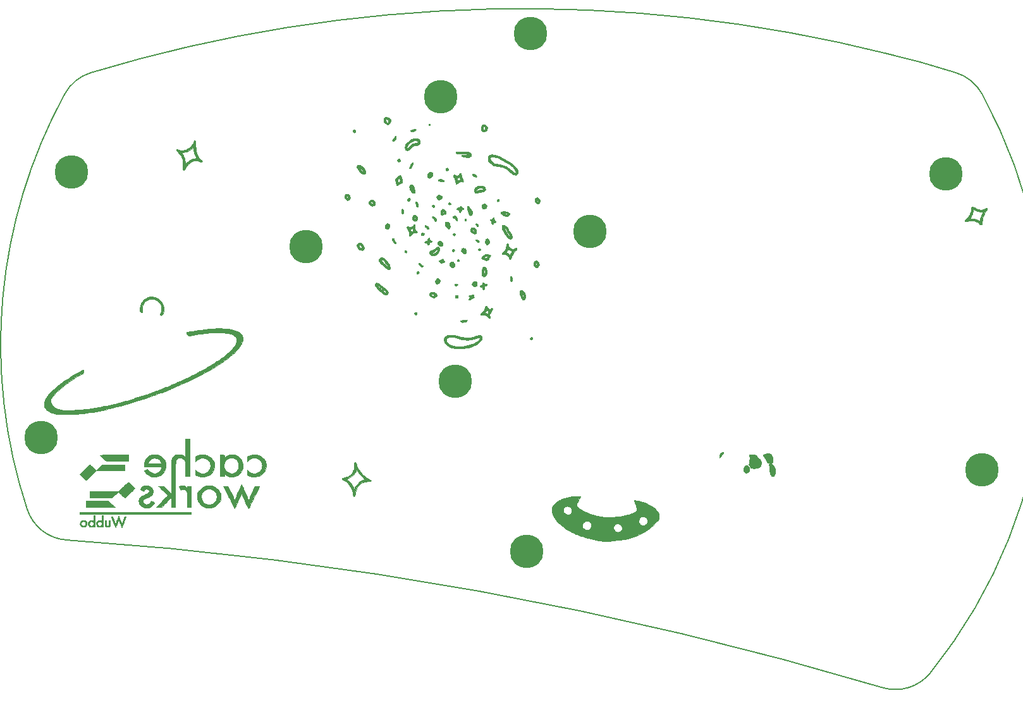
<source format=gbs>
%TF.GenerationSoftware,KiCad,Pcbnew,6.0.4-6f826c9f35~116~ubuntu20.04.1*%
%TF.CreationDate,2022-06-03T00:45:19+02:00*%
%TF.ProjectId,Bottom_Plate,426f7474-6f6d-45f5-906c-6174652e6b69,v0.1*%
%TF.SameCoordinates,Original*%
%TF.FileFunction,Soldermask,Bot*%
%TF.FilePolarity,Negative*%
%FSLAX46Y46*%
G04 Gerber Fmt 4.6, Leading zero omitted, Abs format (unit mm)*
G04 Created by KiCad (PCBNEW 6.0.4-6f826c9f35~116~ubuntu20.04.1) date 2022-06-03 00:45:19*
%MOMM*%
%LPD*%
G01*
G04 APERTURE LIST*
%TA.AperFunction,Profile*%
%ADD10C,0.150000*%
%TD*%
%ADD11C,0.010000*%
%ADD12C,0.800000*%
%ADD13C,4.500000*%
G04 APERTURE END LIST*
D10*
X262416859Y-203252464D02*
G75*
G03*
X153161630Y-183482473I-143107459J-479082636D01*
G01*
X272205916Y-120898534D02*
G75*
G03*
X271985972Y-120832154I-59168016J-195650166D01*
G01*
X271985971Y-120832156D02*
G75*
G03*
X263040530Y-118362828I-35767871J-112135844D01*
G01*
X147873349Y-179386338D02*
G75*
G03*
X153161630Y-183482474I5694551J1890138D01*
G01*
X275733963Y-123764126D02*
G75*
G03*
X272205916Y-120898534I-5264963J-2877474D01*
G01*
X156412826Y-120898532D02*
G75*
G03*
X152884756Y-123764114I1736874J-5743068D01*
G01*
X262416840Y-203252522D02*
G75*
G03*
X268805219Y-201269252I1717260J5749022D01*
G01*
X152884756Y-123764112D02*
G75*
G03*
X147873339Y-179386340I61424614J-33571068D01*
G01*
X268805218Y-201269250D02*
G75*
G03*
X275733987Y-123764114I-54495848J43934070D01*
G01*
X263040530Y-118362829D02*
G75*
G03*
X156412828Y-120898534I-48731160J-193972341D01*
G01*
%TO.C,Ref\u002A\u002A*%
G36*
X209176546Y-143440466D02*
G01*
X209208750Y-143314915D01*
X209266590Y-143200664D01*
X209316176Y-143138459D01*
X209393421Y-143076184D01*
X209466288Y-143055765D01*
X209534212Y-143076899D01*
X209596631Y-143139281D01*
X209652980Y-143242606D01*
X209688642Y-143339546D01*
X209726394Y-143480940D01*
X209738766Y-143595096D01*
X209724507Y-143689557D01*
X209682369Y-143771867D01*
X209611101Y-143849570D01*
X209602921Y-143856854D01*
X209516109Y-143910131D01*
X209425785Y-143924351D01*
X209338902Y-143899027D01*
X209306438Y-143877535D01*
X209234924Y-143795851D01*
X209189515Y-143689840D01*
X209176082Y-143605840D01*
X209408900Y-143605840D01*
X209419172Y-143626925D01*
X209421289Y-143627163D01*
X209446359Y-143610672D01*
X209479096Y-143569875D01*
X209486445Y-143558371D01*
X209521442Y-143492619D01*
X209548849Y-143425970D01*
X209564470Y-143370579D01*
X209564111Y-143338597D01*
X209562864Y-143336978D01*
X209538466Y-143338219D01*
X209503256Y-143367060D01*
X209467314Y-143414281D01*
X209455563Y-143435121D01*
X209429204Y-143498123D01*
X209412947Y-143558968D01*
X209408900Y-143605840D01*
X209176082Y-143605840D01*
X209170095Y-143568410D01*
X209176546Y-143440466D01*
G37*
D11*
X209176546Y-143440466D02*
X209208750Y-143314915D01*
X209266590Y-143200664D01*
X209316176Y-143138459D01*
X209393421Y-143076184D01*
X209466288Y-143055765D01*
X209534212Y-143076899D01*
X209596631Y-143139281D01*
X209652980Y-143242606D01*
X209688642Y-143339546D01*
X209726394Y-143480940D01*
X209738766Y-143595096D01*
X209724507Y-143689557D01*
X209682369Y-143771867D01*
X209611101Y-143849570D01*
X209602921Y-143856854D01*
X209516109Y-143910131D01*
X209425785Y-143924351D01*
X209338902Y-143899027D01*
X209306438Y-143877535D01*
X209234924Y-143795851D01*
X209189515Y-143689840D01*
X209176082Y-143605840D01*
X209408900Y-143605840D01*
X209419172Y-143626925D01*
X209421289Y-143627163D01*
X209446359Y-143610672D01*
X209479096Y-143569875D01*
X209486445Y-143558371D01*
X209521442Y-143492619D01*
X209548849Y-143425970D01*
X209564470Y-143370579D01*
X209564111Y-143338597D01*
X209562864Y-143336978D01*
X209538466Y-143338219D01*
X209503256Y-143367060D01*
X209467314Y-143414281D01*
X209455563Y-143435121D01*
X209429204Y-143498123D01*
X209412947Y-143558968D01*
X209408900Y-143605840D01*
X209176082Y-143605840D01*
X209170095Y-143568410D01*
X209176546Y-143440466D01*
G36*
X194669260Y-149056373D02*
G01*
X194746499Y-149080583D01*
X194852718Y-149131276D01*
X194985185Y-149206892D01*
X195141169Y-149305869D01*
X195317940Y-149426645D01*
X195321706Y-149429299D01*
X195551359Y-149596011D01*
X195743697Y-149746521D01*
X195899841Y-149882358D01*
X196020917Y-150005053D01*
X196108048Y-150116137D01*
X196162357Y-150217138D01*
X196184969Y-150309589D01*
X196177007Y-150395019D01*
X196139594Y-150474959D01*
X196114249Y-150508602D01*
X196023165Y-150587435D01*
X195916723Y-150627544D01*
X195797627Y-150628494D01*
X195668586Y-150589845D01*
X195653743Y-150583083D01*
X195553092Y-150528624D01*
X195445076Y-150455597D01*
X195325449Y-150360550D01*
X195189963Y-150240034D01*
X195034372Y-150090598D01*
X194975606Y-150032055D01*
X194807126Y-149857922D01*
X194671456Y-149706169D01*
X194567074Y-149574406D01*
X194492461Y-149460238D01*
X194472648Y-149417946D01*
X194796493Y-149417946D01*
X194802662Y-149427980D01*
X194835548Y-149464261D01*
X194891758Y-149523281D01*
X194967899Y-149601531D01*
X195060577Y-149695501D01*
X195166400Y-149801684D01*
X195199723Y-149834919D01*
X195315097Y-149948490D01*
X195424869Y-150054040D01*
X195524366Y-150147269D01*
X195608917Y-150223879D01*
X195673850Y-150279568D01*
X195714494Y-150310037D01*
X195718307Y-150312219D01*
X195798385Y-150347181D01*
X195855327Y-150356558D01*
X195882842Y-150342288D01*
X195882495Y-150301549D01*
X195846716Y-150239859D01*
X195776211Y-150158321D01*
X195745869Y-150127664D01*
X195682396Y-150069993D01*
X195593058Y-149995397D01*
X195484762Y-149909038D01*
X195364414Y-149816078D01*
X195238918Y-149721681D01*
X195115181Y-149631008D01*
X195000109Y-149549222D01*
X194900608Y-149481487D01*
X194823583Y-149432963D01*
X194796493Y-149417946D01*
X194472648Y-149417946D01*
X194446098Y-149361275D01*
X194426465Y-149275124D01*
X194432042Y-149199393D01*
X194436610Y-149183563D01*
X194481281Y-149108474D01*
X194552227Y-149063860D01*
X194643138Y-149053171D01*
X194669260Y-149056373D01*
G37*
X194669260Y-149056373D02*
X194746499Y-149080583D01*
X194852718Y-149131276D01*
X194985185Y-149206892D01*
X195141169Y-149305869D01*
X195317940Y-149426645D01*
X195321706Y-149429299D01*
X195551359Y-149596011D01*
X195743697Y-149746521D01*
X195899841Y-149882358D01*
X196020917Y-150005053D01*
X196108048Y-150116137D01*
X196162357Y-150217138D01*
X196184969Y-150309589D01*
X196177007Y-150395019D01*
X196139594Y-150474959D01*
X196114249Y-150508602D01*
X196023165Y-150587435D01*
X195916723Y-150627544D01*
X195797627Y-150628494D01*
X195668586Y-150589845D01*
X195653743Y-150583083D01*
X195553092Y-150528624D01*
X195445076Y-150455597D01*
X195325449Y-150360550D01*
X195189963Y-150240034D01*
X195034372Y-150090598D01*
X194975606Y-150032055D01*
X194807126Y-149857922D01*
X194671456Y-149706169D01*
X194567074Y-149574406D01*
X194492461Y-149460238D01*
X194472648Y-149417946D01*
X194796493Y-149417946D01*
X194802662Y-149427980D01*
X194835548Y-149464261D01*
X194891758Y-149523281D01*
X194967899Y-149601531D01*
X195060577Y-149695501D01*
X195166400Y-149801684D01*
X195199723Y-149834919D01*
X195315097Y-149948490D01*
X195424869Y-150054040D01*
X195524366Y-150147269D01*
X195608917Y-150223879D01*
X195673850Y-150279568D01*
X195714494Y-150310037D01*
X195718307Y-150312219D01*
X195798385Y-150347181D01*
X195855327Y-150356558D01*
X195882842Y-150342288D01*
X195882495Y-150301549D01*
X195846716Y-150239859D01*
X195776211Y-150158321D01*
X195745869Y-150127664D01*
X195682396Y-150069993D01*
X195593058Y-149995397D01*
X195484762Y-149909038D01*
X195364414Y-149816078D01*
X195238918Y-149721681D01*
X195115181Y-149631008D01*
X195000109Y-149549222D01*
X194900608Y-149481487D01*
X194823583Y-149432963D01*
X194796493Y-149417946D01*
X194472648Y-149417946D01*
X194446098Y-149361275D01*
X194426465Y-149275124D01*
X194432042Y-149199393D01*
X194436610Y-149183563D01*
X194481281Y-149108474D01*
X194552227Y-149063860D01*
X194643138Y-149053171D01*
X194669260Y-149056373D01*
G36*
X203545703Y-145847693D02*
G01*
X203583875Y-145898193D01*
X203601427Y-145969365D01*
X203601827Y-145982466D01*
X203608437Y-146039280D01*
X203634859Y-146072653D01*
X203660035Y-146086780D01*
X203708337Y-146126237D01*
X203724616Y-146179696D01*
X203719765Y-146237119D01*
X203688049Y-146277205D01*
X203623613Y-146305063D01*
X203565804Y-146318221D01*
X203495677Y-146338448D01*
X203436869Y-146367343D01*
X203421784Y-146378947D01*
X203366845Y-146409974D01*
X203301236Y-146420379D01*
X203243440Y-146408582D01*
X203225060Y-146395763D01*
X203202293Y-146353570D01*
X203199660Y-146335543D01*
X203178968Y-146286301D01*
X203118729Y-146237808D01*
X203046202Y-146202100D01*
X202991413Y-146172538D01*
X202968955Y-146138290D01*
X202966827Y-146117918D01*
X202975079Y-146072117D01*
X203004773Y-146039338D01*
X203063313Y-146014290D01*
X203137603Y-145995902D01*
X203231261Y-145972828D01*
X203300188Y-145945605D01*
X203361821Y-145906329D01*
X203397076Y-145878268D01*
X203446908Y-145844898D01*
X203490087Y-145828769D01*
X203494337Y-145828496D01*
X203545703Y-145847693D01*
G37*
X203545703Y-145847693D02*
X203583875Y-145898193D01*
X203601427Y-145969365D01*
X203601827Y-145982466D01*
X203608437Y-146039280D01*
X203634859Y-146072653D01*
X203660035Y-146086780D01*
X203708337Y-146126237D01*
X203724616Y-146179696D01*
X203719765Y-146237119D01*
X203688049Y-146277205D01*
X203623613Y-146305063D01*
X203565804Y-146318221D01*
X203495677Y-146338448D01*
X203436869Y-146367343D01*
X203421784Y-146378947D01*
X203366845Y-146409974D01*
X203301236Y-146420379D01*
X203243440Y-146408582D01*
X203225060Y-146395763D01*
X203202293Y-146353570D01*
X203199660Y-146335543D01*
X203178968Y-146286301D01*
X203118729Y-146237808D01*
X203046202Y-146202100D01*
X202991413Y-146172538D01*
X202968955Y-146138290D01*
X202966827Y-146117918D01*
X202975079Y-146072117D01*
X203004773Y-146039338D01*
X203063313Y-146014290D01*
X203137603Y-145995902D01*
X203231261Y-145972828D01*
X203300188Y-145945605D01*
X203361821Y-145906329D01*
X203397076Y-145878268D01*
X203446908Y-145844898D01*
X203490087Y-145828769D01*
X203494337Y-145828496D01*
X203545703Y-145847693D01*
G36*
X192008277Y-133405413D02*
G01*
X192031745Y-133354695D01*
X192074460Y-133306296D01*
X192121350Y-133264102D01*
X192164439Y-133242609D01*
X192221774Y-133235028D01*
X192265803Y-133234329D01*
X192361516Y-133242539D01*
X192449602Y-133270118D01*
X192538270Y-133321491D01*
X192635728Y-133401084D01*
X192713111Y-133475496D01*
X192864967Y-133643378D01*
X192988803Y-133812343D01*
X193082267Y-133977984D01*
X193143011Y-134135895D01*
X193168684Y-134281671D01*
X193168903Y-134330015D01*
X193147060Y-134380339D01*
X193092652Y-134420445D01*
X193014676Y-134448144D01*
X192922131Y-134461246D01*
X192824017Y-134457561D01*
X192732743Y-134436130D01*
X192645441Y-134394744D01*
X192549230Y-134333189D01*
X192460004Y-134262837D01*
X192393653Y-134195066D01*
X192390746Y-134191330D01*
X192340356Y-134121158D01*
X192276716Y-134026514D01*
X192207638Y-133919651D01*
X192140931Y-133812819D01*
X192084408Y-133718270D01*
X192051591Y-133659367D01*
X192014342Y-133559914D01*
X192010035Y-133527967D01*
X192284044Y-133527967D01*
X192308350Y-133570221D01*
X192326103Y-133590591D01*
X192360649Y-133633001D01*
X192409585Y-133700223D01*
X192464950Y-133781115D01*
X192495000Y-133826996D01*
X192573471Y-133944679D01*
X192638076Y-134030787D01*
X192694292Y-134091399D01*
X192747599Y-134132594D01*
X192790847Y-134155229D01*
X192850911Y-134179163D01*
X192881700Y-134184409D01*
X192891362Y-134172067D01*
X192891493Y-134168848D01*
X192877863Y-134134870D01*
X192840578Y-134076680D01*
X192785052Y-134000843D01*
X192716696Y-133913926D01*
X192640921Y-133822493D01*
X192563138Y-133733112D01*
X192488760Y-133652348D01*
X192423199Y-133586768D01*
X192381944Y-133550602D01*
X192325740Y-133514650D01*
X192291474Y-133508274D01*
X192284044Y-133527967D01*
X192010035Y-133527967D01*
X192002493Y-133472042D01*
X192008277Y-133405413D01*
G37*
X192008277Y-133405413D02*
X192031745Y-133354695D01*
X192074460Y-133306296D01*
X192121350Y-133264102D01*
X192164439Y-133242609D01*
X192221774Y-133235028D01*
X192265803Y-133234329D01*
X192361516Y-133242539D01*
X192449602Y-133270118D01*
X192538270Y-133321491D01*
X192635728Y-133401084D01*
X192713111Y-133475496D01*
X192864967Y-133643378D01*
X192988803Y-133812343D01*
X193082267Y-133977984D01*
X193143011Y-134135895D01*
X193168684Y-134281671D01*
X193168903Y-134330015D01*
X193147060Y-134380339D01*
X193092652Y-134420445D01*
X193014676Y-134448144D01*
X192922131Y-134461246D01*
X192824017Y-134457561D01*
X192732743Y-134436130D01*
X192645441Y-134394744D01*
X192549230Y-134333189D01*
X192460004Y-134262837D01*
X192393653Y-134195066D01*
X192390746Y-134191330D01*
X192340356Y-134121158D01*
X192276716Y-134026514D01*
X192207638Y-133919651D01*
X192140931Y-133812819D01*
X192084408Y-133718270D01*
X192051591Y-133659367D01*
X192014342Y-133559914D01*
X192010035Y-133527967D01*
X192284044Y-133527967D01*
X192308350Y-133570221D01*
X192326103Y-133590591D01*
X192360649Y-133633001D01*
X192409585Y-133700223D01*
X192464950Y-133781115D01*
X192495000Y-133826996D01*
X192573471Y-133944679D01*
X192638076Y-134030787D01*
X192694292Y-134091399D01*
X192747599Y-134132594D01*
X192790847Y-134155229D01*
X192850911Y-134179163D01*
X192881700Y-134184409D01*
X192891362Y-134172067D01*
X192891493Y-134168848D01*
X192877863Y-134134870D01*
X192840578Y-134076680D01*
X192785052Y-134000843D01*
X192716696Y-133913926D01*
X192640921Y-133822493D01*
X192563138Y-133733112D01*
X192488760Y-133652348D01*
X192423199Y-133586768D01*
X192381944Y-133550602D01*
X192325740Y-133514650D01*
X192291474Y-133508274D01*
X192284044Y-133527967D01*
X192010035Y-133527967D01*
X192002493Y-133472042D01*
X192008277Y-133405413D01*
G36*
X204437725Y-146384653D02*
G01*
X204489840Y-146298251D01*
X204563285Y-146233761D01*
X204654218Y-146198021D01*
X204735642Y-146194589D01*
X204820197Y-146213102D01*
X204892282Y-146253865D01*
X204961376Y-146323623D01*
X205011322Y-146390824D01*
X205075980Y-146510263D01*
X205103404Y-146624364D01*
X205093092Y-146728805D01*
X205058920Y-146800216D01*
X204974427Y-146894113D01*
X204877721Y-146947572D01*
X204769083Y-146960475D01*
X204706918Y-146950865D01*
X204603845Y-146904662D01*
X204515435Y-146818941D01*
X204447797Y-146706913D01*
X204412860Y-146595824D01*
X204411675Y-146533193D01*
X204665551Y-146533193D01*
X204665675Y-146562616D01*
X204690557Y-146602032D01*
X204704029Y-146619391D01*
X204747797Y-146662583D01*
X204782679Y-146675708D01*
X204801412Y-146658716D01*
X204799081Y-146620041D01*
X204776358Y-146559520D01*
X204750534Y-146511942D01*
X204724572Y-146476939D01*
X204706709Y-146475124D01*
X204687991Y-146497026D01*
X204665551Y-146533193D01*
X204411675Y-146533193D01*
X204410784Y-146486124D01*
X204437725Y-146384653D01*
G37*
X204437725Y-146384653D02*
X204489840Y-146298251D01*
X204563285Y-146233761D01*
X204654218Y-146198021D01*
X204735642Y-146194589D01*
X204820197Y-146213102D01*
X204892282Y-146253865D01*
X204961376Y-146323623D01*
X205011322Y-146390824D01*
X205075980Y-146510263D01*
X205103404Y-146624364D01*
X205093092Y-146728805D01*
X205058920Y-146800216D01*
X204974427Y-146894113D01*
X204877721Y-146947572D01*
X204769083Y-146960475D01*
X204706918Y-146950865D01*
X204603845Y-146904662D01*
X204515435Y-146818941D01*
X204447797Y-146706913D01*
X204412860Y-146595824D01*
X204411675Y-146533193D01*
X204665551Y-146533193D01*
X204665675Y-146562616D01*
X204690557Y-146602032D01*
X204704029Y-146619391D01*
X204747797Y-146662583D01*
X204782679Y-146675708D01*
X204801412Y-146658716D01*
X204799081Y-146620041D01*
X204776358Y-146559520D01*
X204750534Y-146511942D01*
X204724572Y-146476939D01*
X204706709Y-146475124D01*
X204687991Y-146497026D01*
X204665551Y-146533193D01*
X204411675Y-146533193D01*
X204410784Y-146486124D01*
X204437725Y-146384653D01*
G36*
X196843088Y-143059425D02*
G01*
X196874694Y-143067861D01*
X196902634Y-143090076D01*
X196933093Y-143133638D01*
X196972255Y-143206117D01*
X196987243Y-143235869D01*
X197034806Y-143325206D01*
X197085503Y-143410977D01*
X197130076Y-143477725D01*
X197139371Y-143489869D01*
X197198766Y-143576751D01*
X197222570Y-143646382D01*
X197211673Y-143702988D01*
X197190161Y-143731162D01*
X197136964Y-143768812D01*
X197082703Y-143772022D01*
X197022182Y-143739370D01*
X196950204Y-143669433D01*
X196945569Y-143664204D01*
X196858675Y-143550433D01*
X196789187Y-143429457D01*
X196742219Y-143311965D01*
X196722881Y-143208646D01*
X196722660Y-143198103D01*
X196732328Y-143117901D01*
X196763367Y-143072350D01*
X196818828Y-143057937D01*
X196843088Y-143059425D01*
G37*
X196843088Y-143059425D02*
X196874694Y-143067861D01*
X196902634Y-143090076D01*
X196933093Y-143133638D01*
X196972255Y-143206117D01*
X196987243Y-143235869D01*
X197034806Y-143325206D01*
X197085503Y-143410977D01*
X197130076Y-143477725D01*
X197139371Y-143489869D01*
X197198766Y-143576751D01*
X197222570Y-143646382D01*
X197211673Y-143702988D01*
X197190161Y-143731162D01*
X197136964Y-143768812D01*
X197082703Y-143772022D01*
X197022182Y-143739370D01*
X196950204Y-143669433D01*
X196945569Y-143664204D01*
X196858675Y-143550433D01*
X196789187Y-143429457D01*
X196742219Y-143311965D01*
X196722881Y-143208646D01*
X196722660Y-143198103D01*
X196732328Y-143117901D01*
X196763367Y-143072350D01*
X196818828Y-143057937D01*
X196843088Y-143059425D01*
G36*
X208029210Y-143230068D02*
G01*
X208104995Y-143250714D01*
X208183418Y-143288581D01*
X208257666Y-143342896D01*
X208295716Y-143381160D01*
X208346822Y-143451219D01*
X208361715Y-143507050D01*
X208341349Y-143554697D01*
X208325618Y-143570965D01*
X208265245Y-143601837D01*
X208190924Y-143595929D01*
X208099884Y-143552944D01*
X208088012Y-143545478D01*
X207979297Y-143463213D01*
X207910358Y-143382239D01*
X207888761Y-143335105D01*
X207885840Y-143279160D01*
X207912817Y-143243519D01*
X207962879Y-143227412D01*
X208029210Y-143230068D01*
G37*
X208029210Y-143230068D02*
X208104995Y-143250714D01*
X208183418Y-143288581D01*
X208257666Y-143342896D01*
X208295716Y-143381160D01*
X208346822Y-143451219D01*
X208361715Y-143507050D01*
X208341349Y-143554697D01*
X208325618Y-143570965D01*
X208265245Y-143601837D01*
X208190924Y-143595929D01*
X208099884Y-143552944D01*
X208088012Y-143545478D01*
X207979297Y-143463213D01*
X207910358Y-143382239D01*
X207888761Y-143335105D01*
X207885840Y-143279160D01*
X207912817Y-143243519D01*
X207962879Y-143227412D01*
X208029210Y-143230068D01*
G36*
X167918607Y-131411431D02*
G01*
X167860891Y-131320386D01*
X167834865Y-131250198D01*
X167833881Y-131218956D01*
X167855738Y-131177365D01*
X167906224Y-131163538D01*
X167986314Y-131177528D01*
X168096980Y-131219388D01*
X168131401Y-131235086D01*
X168228384Y-131277421D01*
X168309690Y-131303077D01*
X168395883Y-131317252D01*
X168482528Y-131323838D01*
X168698867Y-131316436D01*
X168918933Y-131273126D01*
X169137078Y-131197633D01*
X169347651Y-131093679D01*
X169545003Y-130964987D01*
X169723486Y-130815281D01*
X169877449Y-130648284D01*
X170001244Y-130467720D01*
X170089222Y-130277311D01*
X170094694Y-130261312D01*
X170143665Y-130140566D01*
X170197612Y-130055504D01*
X170254662Y-130008476D01*
X170302804Y-129999988D01*
X170326791Y-130005521D01*
X170346128Y-130018770D01*
X170361563Y-130044195D01*
X170373845Y-130086255D01*
X170383722Y-130149411D01*
X170391942Y-130238123D01*
X170399252Y-130356849D01*
X170406402Y-130510050D01*
X170412177Y-130651996D01*
X170419454Y-130809782D01*
X170428593Y-130966014D01*
X170438920Y-131111635D01*
X170449763Y-131237588D01*
X170460449Y-131334818D01*
X170465532Y-131369895D01*
X170526062Y-131644257D01*
X170612800Y-131887737D01*
X170727831Y-132104237D01*
X170873237Y-132297658D01*
X171051100Y-132471903D01*
X171055757Y-132475858D01*
X171153971Y-132563183D01*
X171220858Y-132633768D01*
X171260865Y-132693506D01*
X171278439Y-132748288D01*
X171280215Y-132773209D01*
X171263512Y-132829307D01*
X171217140Y-132862454D01*
X171147095Y-132872506D01*
X171059373Y-132859317D01*
X170959971Y-132822741D01*
X170886034Y-132782767D01*
X170710489Y-132698936D01*
X170523597Y-132654257D01*
X170329563Y-132648510D01*
X170132590Y-132681473D01*
X169936882Y-132752924D01*
X169778751Y-132841082D01*
X169681804Y-132910938D01*
X169586174Y-132994613D01*
X169488372Y-133096233D01*
X169384907Y-133219925D01*
X169272287Y-133369813D01*
X169147024Y-133550025D01*
X169032463Y-133723260D01*
X168956040Y-133836706D01*
X168895576Y-133915958D01*
X168847522Y-133964392D01*
X168808329Y-133985383D01*
X168774445Y-133982307D01*
X168765160Y-133977429D01*
X168735332Y-133943100D01*
X168714964Y-133880528D01*
X168703455Y-133785885D01*
X168700204Y-133655345D01*
X168701550Y-133572996D01*
X168706694Y-133328099D01*
X168707607Y-133119850D01*
X168703626Y-132942717D01*
X168694089Y-132791164D01*
X168678332Y-132659660D01*
X168655693Y-132542668D01*
X168625511Y-132434656D01*
X168587121Y-132330090D01*
X168540009Y-132223745D01*
X168484091Y-132112756D01*
X168425883Y-132014349D01*
X168358530Y-131919059D01*
X168275176Y-131817423D01*
X168168967Y-131699975D01*
X168132629Y-131661307D01*
X168083773Y-131607344D01*
X168528660Y-131607344D01*
X168539728Y-131634717D01*
X168569165Y-131687096D01*
X168611318Y-131754628D01*
X168625855Y-131776754D01*
X168682061Y-131869733D01*
X168743916Y-131985783D01*
X168806184Y-132113589D01*
X168863632Y-132241837D01*
X168911022Y-132359213D01*
X168943121Y-132454405D01*
X168948070Y-132473110D01*
X168958301Y-132525050D01*
X168971619Y-132606552D01*
X168986597Y-132707129D01*
X169001812Y-132816300D01*
X169015839Y-132923580D01*
X169027251Y-133018486D01*
X169034626Y-133090533D01*
X169036660Y-133124883D01*
X169047116Y-133125012D01*
X169074349Y-133096029D01*
X169107357Y-133051432D01*
X169156163Y-132992946D01*
X169228726Y-132921197D01*
X169313869Y-132846832D01*
X169362760Y-132808104D01*
X169527837Y-132694202D01*
X169704099Y-132593240D01*
X169883387Y-132508662D01*
X170057544Y-132443911D01*
X170218409Y-132402430D01*
X170357826Y-132387664D01*
X170358917Y-132387663D01*
X170425156Y-132380609D01*
X170478907Y-132363132D01*
X170487460Y-132357884D01*
X170504905Y-132342727D01*
X170512047Y-132324133D01*
X170507092Y-132294155D01*
X170488247Y-132244848D01*
X170453718Y-132168266D01*
X170436103Y-132130342D01*
X170333076Y-131896206D01*
X170253686Y-131684516D01*
X170194887Y-131484855D01*
X170153635Y-131286801D01*
X170126883Y-131079938D01*
X170125836Y-131068797D01*
X170112525Y-130924682D01*
X170024384Y-131000482D01*
X169773316Y-131194440D01*
X169519170Y-131347328D01*
X169262683Y-131458813D01*
X169004595Y-131528560D01*
X168803827Y-131553701D01*
X168687982Y-131561874D01*
X168608504Y-131570329D01*
X168559438Y-131580225D01*
X168534826Y-131592724D01*
X168528660Y-131607344D01*
X168083773Y-131607344D01*
X168008893Y-131524637D01*
X167918607Y-131411431D01*
G37*
X167918607Y-131411431D02*
X167860891Y-131320386D01*
X167834865Y-131250198D01*
X167833881Y-131218956D01*
X167855738Y-131177365D01*
X167906224Y-131163538D01*
X167986314Y-131177528D01*
X168096980Y-131219388D01*
X168131401Y-131235086D01*
X168228384Y-131277421D01*
X168309690Y-131303077D01*
X168395883Y-131317252D01*
X168482528Y-131323838D01*
X168698867Y-131316436D01*
X168918933Y-131273126D01*
X169137078Y-131197633D01*
X169347651Y-131093679D01*
X169545003Y-130964987D01*
X169723486Y-130815281D01*
X169877449Y-130648284D01*
X170001244Y-130467720D01*
X170089222Y-130277311D01*
X170094694Y-130261312D01*
X170143665Y-130140566D01*
X170197612Y-130055504D01*
X170254662Y-130008476D01*
X170302804Y-129999988D01*
X170326791Y-130005521D01*
X170346128Y-130018770D01*
X170361563Y-130044195D01*
X170373845Y-130086255D01*
X170383722Y-130149411D01*
X170391942Y-130238123D01*
X170399252Y-130356849D01*
X170406402Y-130510050D01*
X170412177Y-130651996D01*
X170419454Y-130809782D01*
X170428593Y-130966014D01*
X170438920Y-131111635D01*
X170449763Y-131237588D01*
X170460449Y-131334818D01*
X170465532Y-131369895D01*
X170526062Y-131644257D01*
X170612800Y-131887737D01*
X170727831Y-132104237D01*
X170873237Y-132297658D01*
X171051100Y-132471903D01*
X171055757Y-132475858D01*
X171153971Y-132563183D01*
X171220858Y-132633768D01*
X171260865Y-132693506D01*
X171278439Y-132748288D01*
X171280215Y-132773209D01*
X171263512Y-132829307D01*
X171217140Y-132862454D01*
X171147095Y-132872506D01*
X171059373Y-132859317D01*
X170959971Y-132822741D01*
X170886034Y-132782767D01*
X170710489Y-132698936D01*
X170523597Y-132654257D01*
X170329563Y-132648510D01*
X170132590Y-132681473D01*
X169936882Y-132752924D01*
X169778751Y-132841082D01*
X169681804Y-132910938D01*
X169586174Y-132994613D01*
X169488372Y-133096233D01*
X169384907Y-133219925D01*
X169272287Y-133369813D01*
X169147024Y-133550025D01*
X169032463Y-133723260D01*
X168956040Y-133836706D01*
X168895576Y-133915958D01*
X168847522Y-133964392D01*
X168808329Y-133985383D01*
X168774445Y-133982307D01*
X168765160Y-133977429D01*
X168735332Y-133943100D01*
X168714964Y-133880528D01*
X168703455Y-133785885D01*
X168700204Y-133655345D01*
X168701550Y-133572996D01*
X168706694Y-133328099D01*
X168707607Y-133119850D01*
X168703626Y-132942717D01*
X168694089Y-132791164D01*
X168678332Y-132659660D01*
X168655693Y-132542668D01*
X168625511Y-132434656D01*
X168587121Y-132330090D01*
X168540009Y-132223745D01*
X168484091Y-132112756D01*
X168425883Y-132014349D01*
X168358530Y-131919059D01*
X168275176Y-131817423D01*
X168168967Y-131699975D01*
X168132629Y-131661307D01*
X168083773Y-131607344D01*
X168528660Y-131607344D01*
X168539728Y-131634717D01*
X168569165Y-131687096D01*
X168611318Y-131754628D01*
X168625855Y-131776754D01*
X168682061Y-131869733D01*
X168743916Y-131985783D01*
X168806184Y-132113589D01*
X168863632Y-132241837D01*
X168911022Y-132359213D01*
X168943121Y-132454405D01*
X168948070Y-132473110D01*
X168958301Y-132525050D01*
X168971619Y-132606552D01*
X168986597Y-132707129D01*
X169001812Y-132816300D01*
X169015839Y-132923580D01*
X169027251Y-133018486D01*
X169034626Y-133090533D01*
X169036660Y-133124883D01*
X169047116Y-133125012D01*
X169074349Y-133096029D01*
X169107357Y-133051432D01*
X169156163Y-132992946D01*
X169228726Y-132921197D01*
X169313869Y-132846832D01*
X169362760Y-132808104D01*
X169527837Y-132694202D01*
X169704099Y-132593240D01*
X169883387Y-132508662D01*
X170057544Y-132443911D01*
X170218409Y-132402430D01*
X170357826Y-132387664D01*
X170358917Y-132387663D01*
X170425156Y-132380609D01*
X170478907Y-132363132D01*
X170487460Y-132357884D01*
X170504905Y-132342727D01*
X170512047Y-132324133D01*
X170507092Y-132294155D01*
X170488247Y-132244848D01*
X170453718Y-132168266D01*
X170436103Y-132130342D01*
X170333076Y-131896206D01*
X170253686Y-131684516D01*
X170194887Y-131484855D01*
X170153635Y-131286801D01*
X170126883Y-131079938D01*
X170125836Y-131068797D01*
X170112525Y-130924682D01*
X170024384Y-131000482D01*
X169773316Y-131194440D01*
X169519170Y-131347328D01*
X169262683Y-131458813D01*
X169004595Y-131528560D01*
X168803827Y-131553701D01*
X168687982Y-131561874D01*
X168608504Y-131570329D01*
X168559438Y-131580225D01*
X168534826Y-131592724D01*
X168528660Y-131607344D01*
X168083773Y-131607344D01*
X168008893Y-131524637D01*
X167918607Y-131411431D01*
G36*
X201434205Y-134615141D02*
G01*
X201477115Y-134481299D01*
X201550216Y-134368425D01*
X201647674Y-134281760D01*
X201763655Y-134226546D01*
X201887327Y-134207996D01*
X201986456Y-134220279D01*
X202075700Y-134253266D01*
X202139587Y-134301161D01*
X202141217Y-134303088D01*
X202165930Y-134363908D01*
X202165560Y-134450320D01*
X202141983Y-134555280D01*
X202097076Y-134671744D01*
X202032717Y-134792667D01*
X201995370Y-134850367D01*
X201916640Y-134933750D01*
X201820048Y-134988341D01*
X201715629Y-135010564D01*
X201613419Y-134996839D01*
X201599208Y-134991584D01*
X201532767Y-134944063D01*
X201478816Y-134866807D01*
X201442603Y-134771788D01*
X201430812Y-134681915D01*
X201693357Y-134681915D01*
X201699480Y-134699788D01*
X201726227Y-134723756D01*
X201760005Y-134707618D01*
X201801522Y-134650852D01*
X201825374Y-134607130D01*
X201857731Y-134531583D01*
X201865657Y-134482985D01*
X201850229Y-134464178D01*
X201812523Y-134478008D01*
X201784473Y-134499038D01*
X201731182Y-134558437D01*
X201698985Y-134623707D01*
X201693357Y-134681915D01*
X201430812Y-134681915D01*
X201429377Y-134670981D01*
X201434205Y-134615141D01*
G37*
X201434205Y-134615141D02*
X201477115Y-134481299D01*
X201550216Y-134368425D01*
X201647674Y-134281760D01*
X201763655Y-134226546D01*
X201887327Y-134207996D01*
X201986456Y-134220279D01*
X202075700Y-134253266D01*
X202139587Y-134301161D01*
X202141217Y-134303088D01*
X202165930Y-134363908D01*
X202165560Y-134450320D01*
X202141983Y-134555280D01*
X202097076Y-134671744D01*
X202032717Y-134792667D01*
X201995370Y-134850367D01*
X201916640Y-134933750D01*
X201820048Y-134988341D01*
X201715629Y-135010564D01*
X201613419Y-134996839D01*
X201599208Y-134991584D01*
X201532767Y-134944063D01*
X201478816Y-134866807D01*
X201442603Y-134771788D01*
X201430812Y-134681915D01*
X201693357Y-134681915D01*
X201699480Y-134699788D01*
X201726227Y-134723756D01*
X201760005Y-134707618D01*
X201801522Y-134650852D01*
X201825374Y-134607130D01*
X201857731Y-134531583D01*
X201865657Y-134482985D01*
X201850229Y-134464178D01*
X201812523Y-134478008D01*
X201784473Y-134499038D01*
X201731182Y-134558437D01*
X201698985Y-134623707D01*
X201693357Y-134681915D01*
X201430812Y-134681915D01*
X201429377Y-134670981D01*
X201434205Y-134615141D01*
G36*
X244256788Y-173502809D02*
G01*
X244376375Y-173544136D01*
X244471941Y-173618347D01*
X244540808Y-173721765D01*
X244580298Y-173850714D01*
X244589035Y-173958806D01*
X244570755Y-174114162D01*
X244518182Y-174249982D01*
X244434099Y-174362032D01*
X244321288Y-174446075D01*
X244247161Y-174479130D01*
X244174377Y-174501355D01*
X244119962Y-174504893D01*
X244064324Y-174489782D01*
X244039694Y-174479556D01*
X243953309Y-174421378D01*
X243877461Y-174332231D01*
X243818712Y-174223295D01*
X243783627Y-174105747D01*
X243776625Y-174031558D01*
X243791776Y-173895711D01*
X243835108Y-173771318D01*
X243901621Y-173663884D01*
X243986317Y-173578914D01*
X244084197Y-173521912D01*
X244190261Y-173498383D01*
X244256788Y-173502809D01*
G37*
X244256788Y-173502809D02*
X244376375Y-173544136D01*
X244471941Y-173618347D01*
X244540808Y-173721765D01*
X244580298Y-173850714D01*
X244589035Y-173958806D01*
X244570755Y-174114162D01*
X244518182Y-174249982D01*
X244434099Y-174362032D01*
X244321288Y-174446075D01*
X244247161Y-174479130D01*
X244174377Y-174501355D01*
X244119962Y-174504893D01*
X244064324Y-174489782D01*
X244039694Y-174479556D01*
X243953309Y-174421378D01*
X243877461Y-174332231D01*
X243818712Y-174223295D01*
X243783627Y-174105747D01*
X243776625Y-174031558D01*
X243791776Y-173895711D01*
X243835108Y-173771318D01*
X243901621Y-173663884D01*
X243986317Y-173578914D01*
X244084197Y-173521912D01*
X244190261Y-173498383D01*
X244256788Y-173502809D01*
G36*
X200231856Y-147530426D02*
G01*
X200283452Y-147562952D01*
X200288043Y-147568872D01*
X200317941Y-147639411D01*
X200307128Y-147710685D01*
X200266195Y-147774205D01*
X200200575Y-147826638D01*
X200128623Y-147837460D01*
X200053040Y-147806419D01*
X200038098Y-147795460D01*
X199993026Y-147736067D01*
X199981465Y-147664418D01*
X200004003Y-147594869D01*
X200028651Y-147564987D01*
X200088701Y-147531208D01*
X200161688Y-147519766D01*
X200231856Y-147530426D01*
G37*
X200231856Y-147530426D02*
X200283452Y-147562952D01*
X200288043Y-147568872D01*
X200317941Y-147639411D01*
X200307128Y-147710685D01*
X200266195Y-147774205D01*
X200200575Y-147826638D01*
X200128623Y-147837460D01*
X200053040Y-147806419D01*
X200038098Y-147795460D01*
X199993026Y-147736067D01*
X199981465Y-147664418D01*
X200004003Y-147594869D01*
X200028651Y-147564987D01*
X200088701Y-147531208D01*
X200161688Y-147519766D01*
X200231856Y-147530426D01*
G36*
X190426471Y-137258438D02*
G01*
X190491899Y-137181955D01*
X190582742Y-137138970D01*
X190668993Y-137128996D01*
X190766639Y-137142347D01*
X190854346Y-137185988D01*
X190937671Y-137259482D01*
X191023720Y-137375086D01*
X191074657Y-137501609D01*
X191089055Y-137631754D01*
X191065488Y-137758226D01*
X191044702Y-137806965D01*
X190976469Y-137902491D01*
X190888330Y-137966533D01*
X190787890Y-137996315D01*
X190682757Y-137989057D01*
X190616124Y-137963483D01*
X190508295Y-137884649D01*
X190431132Y-137777675D01*
X190385849Y-137644827D01*
X190373331Y-137509996D01*
X190374766Y-137494883D01*
X190635932Y-137494883D01*
X190642179Y-137575026D01*
X190672846Y-137665343D01*
X190681935Y-137683889D01*
X190719867Y-137730196D01*
X190761209Y-137741979D01*
X190795724Y-137718907D01*
X190808949Y-137687995D01*
X190810919Y-137613471D01*
X190789494Y-137529573D01*
X190751059Y-137457018D01*
X190730764Y-137434348D01*
X190697498Y-137407496D01*
X190676952Y-137409965D01*
X190655317Y-137436193D01*
X190635932Y-137494883D01*
X190374766Y-137494883D01*
X190386826Y-137367942D01*
X190426471Y-137258438D01*
G37*
X190426471Y-137258438D02*
X190491899Y-137181955D01*
X190582742Y-137138970D01*
X190668993Y-137128996D01*
X190766639Y-137142347D01*
X190854346Y-137185988D01*
X190937671Y-137259482D01*
X191023720Y-137375086D01*
X191074657Y-137501609D01*
X191089055Y-137631754D01*
X191065488Y-137758226D01*
X191044702Y-137806965D01*
X190976469Y-137902491D01*
X190888330Y-137966533D01*
X190787890Y-137996315D01*
X190682757Y-137989057D01*
X190616124Y-137963483D01*
X190508295Y-137884649D01*
X190431132Y-137777675D01*
X190385849Y-137644827D01*
X190373331Y-137509996D01*
X190374766Y-137494883D01*
X190635932Y-137494883D01*
X190642179Y-137575026D01*
X190672846Y-137665343D01*
X190681935Y-137683889D01*
X190719867Y-137730196D01*
X190761209Y-137741979D01*
X190795724Y-137718907D01*
X190808949Y-137687995D01*
X190810919Y-137613471D01*
X190789494Y-137529573D01*
X190751059Y-137457018D01*
X190730764Y-137434348D01*
X190697498Y-137407496D01*
X190676952Y-137409965D01*
X190655317Y-137436193D01*
X190635932Y-137494883D01*
X190374766Y-137494883D01*
X190386826Y-137367942D01*
X190426471Y-137258438D01*
G36*
X204938486Y-134824530D02*
G01*
X204901214Y-134736324D01*
X204893420Y-134667926D01*
X204914095Y-134615097D01*
X204926255Y-134601091D01*
X204980107Y-134574316D01*
X205056175Y-134570499D01*
X205141335Y-134589290D01*
X205184997Y-134607954D01*
X205259704Y-134640612D01*
X205341292Y-134668829D01*
X205353487Y-134672270D01*
X205460321Y-134683333D01*
X205560511Y-134661871D01*
X205645310Y-134612538D01*
X205705970Y-134539988D01*
X205730659Y-134471591D01*
X205754351Y-134404309D01*
X205791738Y-134357997D01*
X205834593Y-134340414D01*
X205861545Y-134348106D01*
X205915621Y-134394812D01*
X205954330Y-134460849D01*
X205981068Y-134554103D01*
X205997214Y-134663353D01*
X206029835Y-134854972D01*
X206084063Y-135018719D01*
X206163343Y-135164964D01*
X206164483Y-135166688D01*
X206224052Y-135282349D01*
X206242619Y-135387555D01*
X206227630Y-135465009D01*
X206213178Y-135498085D01*
X206194662Y-135514984D01*
X206160655Y-135519047D01*
X206099730Y-135513618D01*
X206072461Y-135510395D01*
X205978004Y-135499996D01*
X205906699Y-135497027D01*
X205847618Y-135504590D01*
X205789834Y-135525788D01*
X205722419Y-135563722D01*
X205634445Y-135621494D01*
X205600723Y-135644301D01*
X205478045Y-135722996D01*
X205383555Y-135773221D01*
X205314834Y-135795749D01*
X205269460Y-135791355D01*
X205245016Y-135760815D01*
X205244250Y-135758454D01*
X205237476Y-135722277D01*
X205228535Y-135655033D01*
X205218818Y-135567837D01*
X205213118Y-135509746D01*
X205196724Y-135373543D01*
X205172648Y-135261860D01*
X205135764Y-135160505D01*
X205080950Y-135055286D01*
X205037109Y-134985738D01*
X205398414Y-134985738D01*
X205399066Y-135009096D01*
X205409360Y-135060906D01*
X205426201Y-135129847D01*
X205446493Y-135204598D01*
X205467140Y-135273835D01*
X205485047Y-135326239D01*
X205497118Y-135350486D01*
X205498290Y-135350996D01*
X205518142Y-135342829D01*
X205565218Y-135321646D01*
X205615850Y-135298286D01*
X205685744Y-135269289D01*
X205746667Y-135250056D01*
X205775452Y-135245369D01*
X205817257Y-135237838D01*
X205833034Y-135227030D01*
X205832536Y-135200257D01*
X205822433Y-135146086D01*
X205806080Y-135077422D01*
X205786832Y-135007168D01*
X205768041Y-134948228D01*
X205753064Y-134913505D01*
X205750763Y-134910543D01*
X205725930Y-134909220D01*
X205672354Y-134916369D01*
X205602155Y-134929404D01*
X205527453Y-134945737D01*
X205460368Y-134962782D01*
X205413021Y-134977952D01*
X205398414Y-134985738D01*
X205037109Y-134985738D01*
X205006247Y-134936782D01*
X204938486Y-134824530D01*
G37*
X204938486Y-134824530D02*
X204901214Y-134736324D01*
X204893420Y-134667926D01*
X204914095Y-134615097D01*
X204926255Y-134601091D01*
X204980107Y-134574316D01*
X205056175Y-134570499D01*
X205141335Y-134589290D01*
X205184997Y-134607954D01*
X205259704Y-134640612D01*
X205341292Y-134668829D01*
X205353487Y-134672270D01*
X205460321Y-134683333D01*
X205560511Y-134661871D01*
X205645310Y-134612538D01*
X205705970Y-134539988D01*
X205730659Y-134471591D01*
X205754351Y-134404309D01*
X205791738Y-134357997D01*
X205834593Y-134340414D01*
X205861545Y-134348106D01*
X205915621Y-134394812D01*
X205954330Y-134460849D01*
X205981068Y-134554103D01*
X205997214Y-134663353D01*
X206029835Y-134854972D01*
X206084063Y-135018719D01*
X206163343Y-135164964D01*
X206164483Y-135166688D01*
X206224052Y-135282349D01*
X206242619Y-135387555D01*
X206227630Y-135465009D01*
X206213178Y-135498085D01*
X206194662Y-135514984D01*
X206160655Y-135519047D01*
X206099730Y-135513618D01*
X206072461Y-135510395D01*
X205978004Y-135499996D01*
X205906699Y-135497027D01*
X205847618Y-135504590D01*
X205789834Y-135525788D01*
X205722419Y-135563722D01*
X205634445Y-135621494D01*
X205600723Y-135644301D01*
X205478045Y-135722996D01*
X205383555Y-135773221D01*
X205314834Y-135795749D01*
X205269460Y-135791355D01*
X205245016Y-135760815D01*
X205244250Y-135758454D01*
X205237476Y-135722277D01*
X205228535Y-135655033D01*
X205218818Y-135567837D01*
X205213118Y-135509746D01*
X205196724Y-135373543D01*
X205172648Y-135261860D01*
X205135764Y-135160505D01*
X205080950Y-135055286D01*
X205037109Y-134985738D01*
X205398414Y-134985738D01*
X205399066Y-135009096D01*
X205409360Y-135060906D01*
X205426201Y-135129847D01*
X205446493Y-135204598D01*
X205467140Y-135273835D01*
X205485047Y-135326239D01*
X205497118Y-135350486D01*
X205498290Y-135350996D01*
X205518142Y-135342829D01*
X205565218Y-135321646D01*
X205615850Y-135298286D01*
X205685744Y-135269289D01*
X205746667Y-135250056D01*
X205775452Y-135245369D01*
X205817257Y-135237838D01*
X205833034Y-135227030D01*
X205832536Y-135200257D01*
X205822433Y-135146086D01*
X205806080Y-135077422D01*
X205786832Y-135007168D01*
X205768041Y-134948228D01*
X205753064Y-134913505D01*
X205750763Y-134910543D01*
X205725930Y-134909220D01*
X205672354Y-134916369D01*
X205602155Y-134929404D01*
X205527453Y-134945737D01*
X205460368Y-134962782D01*
X205413021Y-134977952D01*
X205398414Y-134985738D01*
X205037109Y-134985738D01*
X205006247Y-134936782D01*
X204938486Y-134824530D01*
G36*
X215832498Y-137856977D02*
G01*
X215885661Y-137753442D01*
X215975454Y-137670620D01*
X215991410Y-137660326D01*
X216086671Y-137621756D01*
X216184497Y-137623827D01*
X216288497Y-137666730D01*
X216305158Y-137676892D01*
X216400368Y-137760995D01*
X216468000Y-137869893D01*
X216505370Y-137994137D01*
X216509794Y-138124281D01*
X216478588Y-138250878D01*
X216472358Y-138265300D01*
X216413084Y-138348152D01*
X216328256Y-138404876D01*
X216228970Y-138430536D01*
X216126318Y-138420198D01*
X216125052Y-138419817D01*
X216007536Y-138363260D01*
X215914045Y-138275543D01*
X215849149Y-138163104D01*
X215817418Y-138032382D01*
X215816455Y-138012770D01*
X216084305Y-138012770D01*
X216097318Y-138082064D01*
X216128885Y-138129905D01*
X216172445Y-138159476D01*
X216210632Y-138151737D01*
X216232484Y-138109563D01*
X216233471Y-138102482D01*
X216226246Y-138050412D01*
X216201114Y-137988780D01*
X216193967Y-137976394D01*
X216148735Y-137903042D01*
X216110826Y-137949858D01*
X216084305Y-138012770D01*
X215816455Y-138012770D01*
X215814993Y-137983003D01*
X215832498Y-137856977D01*
G37*
X215832498Y-137856977D02*
X215885661Y-137753442D01*
X215975454Y-137670620D01*
X215991410Y-137660326D01*
X216086671Y-137621756D01*
X216184497Y-137623827D01*
X216288497Y-137666730D01*
X216305158Y-137676892D01*
X216400368Y-137760995D01*
X216468000Y-137869893D01*
X216505370Y-137994137D01*
X216509794Y-138124281D01*
X216478588Y-138250878D01*
X216472358Y-138265300D01*
X216413084Y-138348152D01*
X216328256Y-138404876D01*
X216228970Y-138430536D01*
X216126318Y-138420198D01*
X216125052Y-138419817D01*
X216007536Y-138363260D01*
X215914045Y-138275543D01*
X215849149Y-138163104D01*
X215817418Y-138032382D01*
X215816455Y-138012770D01*
X216084305Y-138012770D01*
X216097318Y-138082064D01*
X216128885Y-138129905D01*
X216172445Y-138159476D01*
X216210632Y-138151737D01*
X216232484Y-138109563D01*
X216233471Y-138102482D01*
X216226246Y-138050412D01*
X216201114Y-137988780D01*
X216193967Y-137976394D01*
X216148735Y-137903042D01*
X216110826Y-137949858D01*
X216084305Y-138012770D01*
X215816455Y-138012770D01*
X215814993Y-137983003D01*
X215832498Y-137856977D01*
G36*
X207585935Y-150598638D02*
G01*
X207610645Y-150624477D01*
X207618350Y-150664970D01*
X207622936Y-150728500D01*
X207623493Y-150759469D01*
X207631035Y-150838033D01*
X207652345Y-150884658D01*
X207655243Y-150887329D01*
X207683148Y-150934598D01*
X207680600Y-150992185D01*
X207649952Y-151040209D01*
X207606911Y-151062870D01*
X207542041Y-151081821D01*
X207513692Y-151086922D01*
X207443796Y-151104570D01*
X207372925Y-151140763D01*
X207288157Y-151202179D01*
X207283452Y-151205928D01*
X207204012Y-151264953D01*
X207143491Y-151298034D01*
X207092015Y-151310264D01*
X207080381Y-151310663D01*
X207022186Y-151301286D01*
X206996086Y-151278753D01*
X206991166Y-151215462D01*
X207012642Y-151135341D01*
X207056570Y-151051080D01*
X207075029Y-151024913D01*
X207111690Y-150973696D01*
X207123981Y-150944389D01*
X207114767Y-150926489D01*
X207103905Y-150919079D01*
X207019919Y-150860496D01*
X206976120Y-150808222D01*
X206971299Y-150759688D01*
X207004252Y-150712325D01*
X207006035Y-150710693D01*
X207063655Y-150683609D01*
X207146667Y-150676837D01*
X207242921Y-150691128D01*
X207257735Y-150695130D01*
X207305182Y-150703621D01*
X207345520Y-150693066D01*
X207396343Y-150658352D01*
X207403381Y-150652797D01*
X207471260Y-150611171D01*
X207535477Y-150592658D01*
X207585935Y-150598638D01*
G37*
X207585935Y-150598638D02*
X207610645Y-150624477D01*
X207618350Y-150664970D01*
X207622936Y-150728500D01*
X207623493Y-150759469D01*
X207631035Y-150838033D01*
X207652345Y-150884658D01*
X207655243Y-150887329D01*
X207683148Y-150934598D01*
X207680600Y-150992185D01*
X207649952Y-151040209D01*
X207606911Y-151062870D01*
X207542041Y-151081821D01*
X207513692Y-151086922D01*
X207443796Y-151104570D01*
X207372925Y-151140763D01*
X207288157Y-151202179D01*
X207283452Y-151205928D01*
X207204012Y-151264953D01*
X207143491Y-151298034D01*
X207092015Y-151310264D01*
X207080381Y-151310663D01*
X207022186Y-151301286D01*
X206996086Y-151278753D01*
X206991166Y-151215462D01*
X207012642Y-151135341D01*
X207056570Y-151051080D01*
X207075029Y-151024913D01*
X207111690Y-150973696D01*
X207123981Y-150944389D01*
X207114767Y-150926489D01*
X207103905Y-150919079D01*
X207019919Y-150860496D01*
X206976120Y-150808222D01*
X206971299Y-150759688D01*
X207004252Y-150712325D01*
X207006035Y-150710693D01*
X207063655Y-150683609D01*
X207146667Y-150676837D01*
X207242921Y-150691128D01*
X207257735Y-150695130D01*
X207305182Y-150703621D01*
X207345520Y-150693066D01*
X207396343Y-150658352D01*
X207403381Y-150652797D01*
X207471260Y-150611171D01*
X207535477Y-150592658D01*
X207585935Y-150598638D01*
G36*
X204499493Y-138314700D02*
G01*
X204517647Y-138330204D01*
X204555864Y-138395430D01*
X204568459Y-138468204D01*
X204555382Y-138524024D01*
X204517375Y-138554985D01*
X204455691Y-138568419D01*
X204385759Y-138563013D01*
X204332077Y-138543036D01*
X204275037Y-138492491D01*
X204257714Y-138432221D01*
X204280934Y-138368923D01*
X204306982Y-138339185D01*
X204368752Y-138303348D01*
X204438294Y-138294957D01*
X204499493Y-138314700D01*
G37*
X204499493Y-138314700D02*
X204517647Y-138330204D01*
X204555864Y-138395430D01*
X204568459Y-138468204D01*
X204555382Y-138524024D01*
X204517375Y-138554985D01*
X204455691Y-138568419D01*
X204385759Y-138563013D01*
X204332077Y-138543036D01*
X204275037Y-138492491D01*
X204257714Y-138432221D01*
X204280934Y-138368923D01*
X204306982Y-138339185D01*
X204368752Y-138303348D01*
X204438294Y-138294957D01*
X204499493Y-138314700D01*
G36*
X241057284Y-171739334D02*
G01*
X241081904Y-171752647D01*
X241087954Y-171783633D01*
X241087993Y-171788706D01*
X241072448Y-171837298D01*
X241029353Y-171903725D01*
X240991741Y-171949291D01*
X240925396Y-172029448D01*
X240856802Y-172120725D01*
X240817822Y-172177539D01*
X240740410Y-172293263D01*
X240679496Y-172375172D01*
X240631890Y-172426928D01*
X240594402Y-172452194D01*
X240575145Y-172456163D01*
X240552290Y-172453135D01*
X240540485Y-172437879D01*
X240537679Y-172401131D01*
X240541821Y-172333629D01*
X240543500Y-172313261D01*
X240571624Y-172146541D01*
X240624353Y-172003259D01*
X240698803Y-171887044D01*
X240792088Y-171801523D01*
X240901323Y-171750325D01*
X241002275Y-171736496D01*
X241057284Y-171739334D01*
G37*
X241057284Y-171739334D02*
X241081904Y-171752647D01*
X241087954Y-171783633D01*
X241087993Y-171788706D01*
X241072448Y-171837298D01*
X241029353Y-171903725D01*
X240991741Y-171949291D01*
X240925396Y-172029448D01*
X240856802Y-172120725D01*
X240817822Y-172177539D01*
X240740410Y-172293263D01*
X240679496Y-172375172D01*
X240631890Y-172426928D01*
X240594402Y-172452194D01*
X240575145Y-172456163D01*
X240552290Y-172453135D01*
X240540485Y-172437879D01*
X240537679Y-172401131D01*
X240541821Y-172333629D01*
X240543500Y-172313261D01*
X240571624Y-172146541D01*
X240624353Y-172003259D01*
X240698803Y-171887044D01*
X240792088Y-171801523D01*
X240901323Y-171750325D01*
X241002275Y-171736496D01*
X241057284Y-171739334D01*
G36*
X198116721Y-139158930D02*
G01*
X198164783Y-139208832D01*
X198199281Y-139278430D01*
X198204866Y-139298579D01*
X198218345Y-139381838D01*
X198225051Y-139477724D01*
X198225289Y-139575086D01*
X198219360Y-139662771D01*
X198207570Y-139729626D01*
X198192231Y-139762734D01*
X198154121Y-139791031D01*
X198119053Y-139787420D01*
X198075087Y-139749988D01*
X198068434Y-139742903D01*
X198025065Y-139677331D01*
X197993479Y-139592411D01*
X197973725Y-139496434D01*
X197965852Y-139397690D01*
X197969909Y-139304469D01*
X197985943Y-139225062D01*
X198014005Y-139167758D01*
X198054143Y-139140848D01*
X198064886Y-139139829D01*
X198116721Y-139158930D01*
G37*
X198116721Y-139158930D02*
X198164783Y-139208832D01*
X198199281Y-139278430D01*
X198204866Y-139298579D01*
X198218345Y-139381838D01*
X198225051Y-139477724D01*
X198225289Y-139575086D01*
X198219360Y-139662771D01*
X198207570Y-139729626D01*
X198192231Y-139762734D01*
X198154121Y-139791031D01*
X198119053Y-139787420D01*
X198075087Y-139749988D01*
X198068434Y-139742903D01*
X198025065Y-139677331D01*
X197993479Y-139592411D01*
X197973725Y-139496434D01*
X197965852Y-139397690D01*
X197969909Y-139304469D01*
X197985943Y-139225062D01*
X198014005Y-139167758D01*
X198054143Y-139140848D01*
X198064886Y-139139829D01*
X198116721Y-139158930D01*
G36*
X247467194Y-173315157D02*
G01*
X247593543Y-173355371D01*
X247707995Y-173428312D01*
X247777827Y-173491761D01*
X247896476Y-173634822D01*
X247980236Y-173792956D01*
X248031003Y-173971168D01*
X248050672Y-174174462D01*
X248051058Y-174212996D01*
X248045530Y-174362687D01*
X248027341Y-174486780D01*
X247993341Y-174600931D01*
X247954844Y-174690970D01*
X247890317Y-174807282D01*
X247824310Y-174884174D01*
X247753774Y-174924529D01*
X247699376Y-174932583D01*
X247625260Y-174921456D01*
X247555792Y-174894544D01*
X247551848Y-174892221D01*
X247507559Y-174853703D01*
X247454709Y-174791283D01*
X247404670Y-174718405D01*
X247404242Y-174717702D01*
X247322698Y-174583466D01*
X247298154Y-174170689D01*
X247287948Y-174010745D01*
X247277754Y-173884000D01*
X247266179Y-173781345D01*
X247251828Y-173693669D01*
X247233305Y-173611861D01*
X247209216Y-173526812D01*
X247190441Y-173467112D01*
X247169195Y-173388330D01*
X247170940Y-173339478D01*
X247201016Y-173313629D01*
X247264764Y-173303858D01*
X247317142Y-173302829D01*
X247467194Y-173315157D01*
G37*
X247467194Y-173315157D02*
X247593543Y-173355371D01*
X247707995Y-173428312D01*
X247777827Y-173491761D01*
X247896476Y-173634822D01*
X247980236Y-173792956D01*
X248031003Y-173971168D01*
X248050672Y-174174462D01*
X248051058Y-174212996D01*
X248045530Y-174362687D01*
X248027341Y-174486780D01*
X247993341Y-174600931D01*
X247954844Y-174690970D01*
X247890317Y-174807282D01*
X247824310Y-174884174D01*
X247753774Y-174924529D01*
X247699376Y-174932583D01*
X247625260Y-174921456D01*
X247555792Y-174894544D01*
X247551848Y-174892221D01*
X247507559Y-174853703D01*
X247454709Y-174791283D01*
X247404670Y-174718405D01*
X247404242Y-174717702D01*
X247322698Y-174583466D01*
X247298154Y-174170689D01*
X247287948Y-174010745D01*
X247277754Y-173884000D01*
X247266179Y-173781345D01*
X247251828Y-173693669D01*
X247233305Y-173611861D01*
X247209216Y-173526812D01*
X247190441Y-173467112D01*
X247169195Y-173388330D01*
X247170940Y-173339478D01*
X247201016Y-173313629D01*
X247264764Y-173303858D01*
X247317142Y-173302829D01*
X247467194Y-173315157D01*
G36*
X210307023Y-140334274D02*
G01*
X210336437Y-140352050D01*
X210361931Y-140389629D01*
X210387251Y-140454455D01*
X210414426Y-140547562D01*
X210443569Y-140615100D01*
X210490332Y-140686221D01*
X210512052Y-140711652D01*
X210566933Y-140787496D01*
X210586757Y-140855968D01*
X210573648Y-140911034D01*
X210529727Y-140946660D01*
X210457118Y-140956810D01*
X210426984Y-140953502D01*
X210357673Y-140958090D01*
X210308306Y-140998971D01*
X210282171Y-141056973D01*
X210251531Y-141115663D01*
X210204534Y-141164886D01*
X210154798Y-141191428D01*
X210141990Y-141192996D01*
X210101371Y-141176490D01*
X210066599Y-141140541D01*
X210046844Y-141097586D01*
X210040885Y-141042103D01*
X210046860Y-140962031D01*
X210061490Y-140835977D01*
X209973871Y-140791277D01*
X209898122Y-140737583D01*
X209861508Y-140674887D01*
X209862290Y-140616664D01*
X209878630Y-140580961D01*
X209911283Y-140558384D01*
X209970109Y-140544143D01*
X210025910Y-140537206D01*
X210091753Y-140527259D01*
X210130601Y-140508905D01*
X210157788Y-140473138D01*
X210167908Y-140453796D01*
X210213312Y-140376869D01*
X210255642Y-140337657D01*
X210299463Y-140332235D01*
X210307023Y-140334274D01*
G37*
X210307023Y-140334274D02*
X210336437Y-140352050D01*
X210361931Y-140389629D01*
X210387251Y-140454455D01*
X210414426Y-140547562D01*
X210443569Y-140615100D01*
X210490332Y-140686221D01*
X210512052Y-140711652D01*
X210566933Y-140787496D01*
X210586757Y-140855968D01*
X210573648Y-140911034D01*
X210529727Y-140946660D01*
X210457118Y-140956810D01*
X210426984Y-140953502D01*
X210357673Y-140958090D01*
X210308306Y-140998971D01*
X210282171Y-141056973D01*
X210251531Y-141115663D01*
X210204534Y-141164886D01*
X210154798Y-141191428D01*
X210141990Y-141192996D01*
X210101371Y-141176490D01*
X210066599Y-141140541D01*
X210046844Y-141097586D01*
X210040885Y-141042103D01*
X210046860Y-140962031D01*
X210061490Y-140835977D01*
X209973871Y-140791277D01*
X209898122Y-140737583D01*
X209861508Y-140674887D01*
X209862290Y-140616664D01*
X209878630Y-140580961D01*
X209911283Y-140558384D01*
X209970109Y-140544143D01*
X210025910Y-140537206D01*
X210091753Y-140527259D01*
X210130601Y-140508905D01*
X210157788Y-140473138D01*
X210167908Y-140453796D01*
X210213312Y-140376869D01*
X210255642Y-140337657D01*
X210299463Y-140332235D01*
X210307023Y-140334274D01*
G36*
X195632194Y-126994211D02*
G01*
X195701631Y-126911638D01*
X195758236Y-126875407D01*
X195807633Y-126854184D01*
X195852457Y-126845298D01*
X195908201Y-126847678D01*
X195986640Y-126859612D01*
X196135696Y-126898483D01*
X196274405Y-126959639D01*
X196393980Y-127037731D01*
X196485635Y-127127411D01*
X196525046Y-127187372D01*
X196547546Y-127274613D01*
X196538045Y-127381922D01*
X196497384Y-127502653D01*
X196480838Y-127537348D01*
X196396880Y-127674495D01*
X196304979Y-127770100D01*
X196204997Y-127824229D01*
X196096797Y-127836949D01*
X195980239Y-127808325D01*
X195945625Y-127792683D01*
X195833738Y-127715755D01*
X195735462Y-127606971D01*
X195657037Y-127476160D01*
X195604703Y-127333154D01*
X195586587Y-127227047D01*
X195588031Y-127198353D01*
X195885938Y-127198353D01*
X195886298Y-127270863D01*
X195907867Y-127355924D01*
X195950018Y-127445891D01*
X195981897Y-127494900D01*
X196036980Y-127557091D01*
X196086473Y-127579108D01*
X196136010Y-127561598D01*
X196181028Y-127517705D01*
X196216676Y-127463682D01*
X196235122Y-127412954D01*
X196235827Y-127404419D01*
X196219484Y-127341363D01*
X196176841Y-127272314D01*
X196117474Y-127206793D01*
X196050961Y-127154322D01*
X195986878Y-127124424D01*
X195951345Y-127121565D01*
X195907412Y-127146039D01*
X195885938Y-127198353D01*
X195588031Y-127198353D01*
X195592920Y-127101244D01*
X195632194Y-126994211D01*
G37*
X195632194Y-126994211D02*
X195701631Y-126911638D01*
X195758236Y-126875407D01*
X195807633Y-126854184D01*
X195852457Y-126845298D01*
X195908201Y-126847678D01*
X195986640Y-126859612D01*
X196135696Y-126898483D01*
X196274405Y-126959639D01*
X196393980Y-127037731D01*
X196485635Y-127127411D01*
X196525046Y-127187372D01*
X196547546Y-127274613D01*
X196538045Y-127381922D01*
X196497384Y-127502653D01*
X196480838Y-127537348D01*
X196396880Y-127674495D01*
X196304979Y-127770100D01*
X196204997Y-127824229D01*
X196096797Y-127836949D01*
X195980239Y-127808325D01*
X195945625Y-127792683D01*
X195833738Y-127715755D01*
X195735462Y-127606971D01*
X195657037Y-127476160D01*
X195604703Y-127333154D01*
X195586587Y-127227047D01*
X195588031Y-127198353D01*
X195885938Y-127198353D01*
X195886298Y-127270863D01*
X195907867Y-127355924D01*
X195950018Y-127445891D01*
X195981897Y-127494900D01*
X196036980Y-127557091D01*
X196086473Y-127579108D01*
X196136010Y-127561598D01*
X196181028Y-127517705D01*
X196216676Y-127463682D01*
X196235122Y-127412954D01*
X196235827Y-127404419D01*
X196219484Y-127341363D01*
X196176841Y-127272314D01*
X196117474Y-127206793D01*
X196050961Y-127154322D01*
X195986878Y-127124424D01*
X195951345Y-127121565D01*
X195907412Y-127146039D01*
X195885938Y-127198353D01*
X195588031Y-127198353D01*
X195592920Y-127101244D01*
X195632194Y-126994211D01*
G36*
X199962879Y-152981064D02*
G01*
X200004326Y-153033394D01*
X200027472Y-153109840D01*
X200030433Y-153152497D01*
X200021992Y-153229691D01*
X199992063Y-153275603D01*
X199933740Y-153296757D01*
X199873901Y-153300329D01*
X199793660Y-153293090D01*
X199740592Y-153268845D01*
X199728327Y-153257996D01*
X199692628Y-153197222D01*
X199691289Y-153129747D01*
X199719149Y-153064046D01*
X199771048Y-153008595D01*
X199841827Y-152971868D01*
X199908751Y-152961663D01*
X199962879Y-152981064D01*
G37*
X199962879Y-152981064D02*
X200004326Y-153033394D01*
X200027472Y-153109840D01*
X200030433Y-153152497D01*
X200021992Y-153229691D01*
X199992063Y-153275603D01*
X199933740Y-153296757D01*
X199873901Y-153300329D01*
X199793660Y-153293090D01*
X199740592Y-153268845D01*
X199728327Y-153257996D01*
X199692628Y-153197222D01*
X199691289Y-153129747D01*
X199719149Y-153064046D01*
X199771048Y-153008595D01*
X199841827Y-152971868D01*
X199908751Y-152961663D01*
X199962879Y-152981064D01*
G36*
X199484445Y-140096977D02*
G01*
X199544630Y-140012504D01*
X199624014Y-139960261D01*
X199710694Y-139944163D01*
X199828254Y-139963792D01*
X199932910Y-140017946D01*
X200019475Y-140099528D01*
X200082759Y-140201436D01*
X200117574Y-140316574D01*
X200118730Y-140437841D01*
X200108187Y-140487984D01*
X200058339Y-140596564D01*
X199980515Y-140681964D01*
X199882740Y-140739248D01*
X199773041Y-140763480D01*
X199675410Y-140754152D01*
X199581400Y-140709854D01*
X199508053Y-140631870D01*
X199458156Y-140524889D01*
X199434498Y-140393599D01*
X199432923Y-140346329D01*
X199437128Y-140303253D01*
X199690590Y-140303253D01*
X199695200Y-140363297D01*
X199713341Y-140416265D01*
X199716778Y-140421911D01*
X199757382Y-140463261D01*
X199797427Y-140473604D01*
X199826273Y-140453328D01*
X199834160Y-140417619D01*
X199824393Y-140366872D01*
X199800067Y-140310079D01*
X199768640Y-140259887D01*
X199737573Y-140228943D01*
X199720699Y-140225265D01*
X199699195Y-140251965D01*
X199690590Y-140303253D01*
X199437128Y-140303253D01*
X199446272Y-140209609D01*
X199484445Y-140096977D01*
G37*
X199484445Y-140096977D02*
X199544630Y-140012504D01*
X199624014Y-139960261D01*
X199710694Y-139944163D01*
X199828254Y-139963792D01*
X199932910Y-140017946D01*
X200019475Y-140099528D01*
X200082759Y-140201436D01*
X200117574Y-140316574D01*
X200118730Y-140437841D01*
X200108187Y-140487984D01*
X200058339Y-140596564D01*
X199980515Y-140681964D01*
X199882740Y-140739248D01*
X199773041Y-140763480D01*
X199675410Y-140754152D01*
X199581400Y-140709854D01*
X199508053Y-140631870D01*
X199458156Y-140524889D01*
X199434498Y-140393599D01*
X199432923Y-140346329D01*
X199437128Y-140303253D01*
X199690590Y-140303253D01*
X199695200Y-140363297D01*
X199713341Y-140416265D01*
X199716778Y-140421911D01*
X199757382Y-140463261D01*
X199797427Y-140473604D01*
X199826273Y-140453328D01*
X199834160Y-140417619D01*
X199824393Y-140366872D01*
X199800067Y-140310079D01*
X199768640Y-140259887D01*
X199737573Y-140228943D01*
X199720699Y-140225265D01*
X199699195Y-140251965D01*
X199690590Y-140303253D01*
X199437128Y-140303253D01*
X199446272Y-140209609D01*
X199484445Y-140096977D01*
G36*
X164666506Y-150913277D02*
G01*
X164793346Y-150928214D01*
X165034379Y-150991147D01*
X165267247Y-151093081D01*
X165486023Y-151230745D01*
X165684781Y-151400866D01*
X165725978Y-151443112D01*
X165890834Y-151646565D01*
X166016402Y-151864231D01*
X166102189Y-152093438D01*
X166147700Y-152331518D01*
X166152442Y-152575799D01*
X166115921Y-152823610D01*
X166037641Y-153072281D01*
X166030543Y-153089755D01*
X165972767Y-153217245D01*
X165918621Y-153306392D01*
X165864088Y-153360489D01*
X165805148Y-153382831D01*
X165737784Y-153376711D01*
X165697149Y-153362996D01*
X165658895Y-153340831D01*
X165640970Y-153308658D01*
X165643647Y-153259728D01*
X165667197Y-153187291D01*
X165708027Y-153093005D01*
X165748461Y-152999780D01*
X165784033Y-152908797D01*
X165809044Y-152834965D01*
X165814834Y-152813496D01*
X165851078Y-152572825D01*
X165846117Y-152339352D01*
X165800750Y-152115651D01*
X165715779Y-151904298D01*
X165592002Y-151707868D01*
X165430220Y-151528935D01*
X165409992Y-151510299D01*
X165232405Y-151375640D01*
X165042478Y-151278454D01*
X164844171Y-151217146D01*
X164641443Y-151190121D01*
X164438255Y-151195782D01*
X164238568Y-151232534D01*
X164046341Y-151298783D01*
X163865535Y-151392931D01*
X163700111Y-151513384D01*
X163554027Y-151658546D01*
X163431245Y-151826821D01*
X163335726Y-152016615D01*
X163271428Y-152226330D01*
X163247357Y-152381604D01*
X163245383Y-152543579D01*
X163266427Y-152728829D01*
X163281233Y-152822551D01*
X163288387Y-152883435D01*
X163287803Y-152920296D01*
X163279396Y-152941949D01*
X163264205Y-152956371D01*
X163196226Y-152983735D01*
X163122374Y-152975804D01*
X163051983Y-152936794D01*
X162994387Y-152870916D01*
X162971312Y-152824151D01*
X162951796Y-152738904D01*
X162943922Y-152624038D01*
X162947180Y-152490485D01*
X162961056Y-152349178D01*
X162985040Y-152211047D01*
X163003529Y-152136163D01*
X163095696Y-151876303D01*
X163218711Y-151641348D01*
X163370451Y-151433709D01*
X163548793Y-151255794D01*
X163751613Y-151110014D01*
X163976788Y-150998779D01*
X164020160Y-150982384D01*
X164157956Y-150945079D01*
X164321552Y-150920430D01*
X164496039Y-150909481D01*
X164666506Y-150913277D01*
G37*
X164666506Y-150913277D02*
X164793346Y-150928214D01*
X165034379Y-150991147D01*
X165267247Y-151093081D01*
X165486023Y-151230745D01*
X165684781Y-151400866D01*
X165725978Y-151443112D01*
X165890834Y-151646565D01*
X166016402Y-151864231D01*
X166102189Y-152093438D01*
X166147700Y-152331518D01*
X166152442Y-152575799D01*
X166115921Y-152823610D01*
X166037641Y-153072281D01*
X166030543Y-153089755D01*
X165972767Y-153217245D01*
X165918621Y-153306392D01*
X165864088Y-153360489D01*
X165805148Y-153382831D01*
X165737784Y-153376711D01*
X165697149Y-153362996D01*
X165658895Y-153340831D01*
X165640970Y-153308658D01*
X165643647Y-153259728D01*
X165667197Y-153187291D01*
X165708027Y-153093005D01*
X165748461Y-152999780D01*
X165784033Y-152908797D01*
X165809044Y-152834965D01*
X165814834Y-152813496D01*
X165851078Y-152572825D01*
X165846117Y-152339352D01*
X165800750Y-152115651D01*
X165715779Y-151904298D01*
X165592002Y-151707868D01*
X165430220Y-151528935D01*
X165409992Y-151510299D01*
X165232405Y-151375640D01*
X165042478Y-151278454D01*
X164844171Y-151217146D01*
X164641443Y-151190121D01*
X164438255Y-151195782D01*
X164238568Y-151232534D01*
X164046341Y-151298783D01*
X163865535Y-151392931D01*
X163700111Y-151513384D01*
X163554027Y-151658546D01*
X163431245Y-151826821D01*
X163335726Y-152016615D01*
X163271428Y-152226330D01*
X163247357Y-152381604D01*
X163245383Y-152543579D01*
X163266427Y-152728829D01*
X163281233Y-152822551D01*
X163288387Y-152883435D01*
X163287803Y-152920296D01*
X163279396Y-152941949D01*
X163264205Y-152956371D01*
X163196226Y-152983735D01*
X163122374Y-152975804D01*
X163051983Y-152936794D01*
X162994387Y-152870916D01*
X162971312Y-152824151D01*
X162951796Y-152738904D01*
X162943922Y-152624038D01*
X162947180Y-152490485D01*
X162961056Y-152349178D01*
X162985040Y-152211047D01*
X163003529Y-152136163D01*
X163095696Y-151876303D01*
X163218711Y-151641348D01*
X163370451Y-151433709D01*
X163548793Y-151255794D01*
X163751613Y-151110014D01*
X163976788Y-150998779D01*
X164020160Y-150982384D01*
X164157956Y-150945079D01*
X164321552Y-150920430D01*
X164496039Y-150909481D01*
X164666506Y-150913277D01*
G36*
X208773958Y-147281476D02*
G01*
X208812413Y-147127298D01*
X208864809Y-147008749D01*
X208930603Y-146927214D01*
X209009249Y-146884082D01*
X209060891Y-146877208D01*
X209155620Y-146894731D01*
X209233209Y-146948642D01*
X209296315Y-147040950D01*
X209307002Y-147063247D01*
X209359090Y-147213859D01*
X209388578Y-147379724D01*
X209396089Y-147551657D01*
X209382248Y-147720474D01*
X209347678Y-147876991D01*
X209293005Y-148012024D01*
X209236795Y-148096537D01*
X209158032Y-148166059D01*
X209067992Y-148207270D01*
X208976690Y-148217954D01*
X208894138Y-148195894D01*
X208867054Y-148178392D01*
X208816794Y-148126953D01*
X208780702Y-148059480D01*
X208757139Y-147969623D01*
X208744461Y-147851036D01*
X208741028Y-147697367D01*
X208741056Y-147691163D01*
X208742936Y-147644578D01*
X209011416Y-147644578D01*
X209012197Y-147747940D01*
X209019731Y-147832084D01*
X209034524Y-147886223D01*
X209035955Y-147888798D01*
X209054937Y-147895703D01*
X209077498Y-147867496D01*
X209099303Y-147810653D01*
X209106300Y-147783709D01*
X209115616Y-147716860D01*
X209121117Y-147622528D01*
X209122809Y-147514872D01*
X209120699Y-147408054D01*
X209114796Y-147316233D01*
X209106036Y-147257246D01*
X209090754Y-147193746D01*
X209065698Y-147254671D01*
X209044528Y-147327044D01*
X209028087Y-147423344D01*
X209016881Y-147532784D01*
X209011416Y-147644578D01*
X208742936Y-147644578D01*
X208749990Y-147469893D01*
X208773958Y-147281476D01*
G37*
X208773958Y-147281476D02*
X208812413Y-147127298D01*
X208864809Y-147008749D01*
X208930603Y-146927214D01*
X209009249Y-146884082D01*
X209060891Y-146877208D01*
X209155620Y-146894731D01*
X209233209Y-146948642D01*
X209296315Y-147040950D01*
X209307002Y-147063247D01*
X209359090Y-147213859D01*
X209388578Y-147379724D01*
X209396089Y-147551657D01*
X209382248Y-147720474D01*
X209347678Y-147876991D01*
X209293005Y-148012024D01*
X209236795Y-148096537D01*
X209158032Y-148166059D01*
X209067992Y-148207270D01*
X208976690Y-148217954D01*
X208894138Y-148195894D01*
X208867054Y-148178392D01*
X208816794Y-148126953D01*
X208780702Y-148059480D01*
X208757139Y-147969623D01*
X208744461Y-147851036D01*
X208741028Y-147697367D01*
X208741056Y-147691163D01*
X208742936Y-147644578D01*
X209011416Y-147644578D01*
X209012197Y-147747940D01*
X209019731Y-147832084D01*
X209034524Y-147886223D01*
X209035955Y-147888798D01*
X209054937Y-147895703D01*
X209077498Y-147867496D01*
X209099303Y-147810653D01*
X209106300Y-147783709D01*
X209115616Y-147716860D01*
X209121117Y-147622528D01*
X209122809Y-147514872D01*
X209120699Y-147408054D01*
X209114796Y-147316233D01*
X209106036Y-147257246D01*
X209090754Y-147193746D01*
X209065698Y-147254671D01*
X209044528Y-147327044D01*
X209028087Y-147423344D01*
X209016881Y-147532784D01*
X209011416Y-147644578D01*
X208742936Y-147644578D01*
X208749990Y-147469893D01*
X208773958Y-147281476D01*
G36*
X200892000Y-142331751D02*
G01*
X200958003Y-142378169D01*
X200993737Y-142447560D01*
X200995192Y-142533403D01*
X200974242Y-142598530D01*
X200927939Y-142653050D01*
X200856290Y-142684378D01*
X200771292Y-142689257D01*
X200702591Y-142672266D01*
X200653239Y-142644970D01*
X200627348Y-142605213D01*
X200618162Y-142540367D01*
X200617651Y-142513475D01*
X200631978Y-142418240D01*
X200675389Y-142353480D01*
X200747295Y-142319838D01*
X200799742Y-142314829D01*
X200892000Y-142331751D01*
G37*
X200892000Y-142331751D02*
X200958003Y-142378169D01*
X200993737Y-142447560D01*
X200995192Y-142533403D01*
X200974242Y-142598530D01*
X200927939Y-142653050D01*
X200856290Y-142684378D01*
X200771292Y-142689257D01*
X200702591Y-142672266D01*
X200653239Y-142644970D01*
X200627348Y-142605213D01*
X200618162Y-142540367D01*
X200617651Y-142513475D01*
X200631978Y-142418240D01*
X200675389Y-142353480D01*
X200747295Y-142319838D01*
X200799742Y-142314829D01*
X200892000Y-142331751D01*
G36*
X200373670Y-146370513D02*
G01*
X200431870Y-146394083D01*
X200462482Y-146420315D01*
X200494792Y-146453305D01*
X200551130Y-146499188D01*
X200619662Y-146548367D01*
X200623854Y-146551180D01*
X200735292Y-146629650D01*
X200811558Y-146693247D01*
X200855819Y-146745045D01*
X200871243Y-146788117D01*
X200871327Y-146791306D01*
X200854476Y-146846928D01*
X200807687Y-146878856D01*
X200736606Y-146886328D01*
X200646879Y-146868585D01*
X200560403Y-146833225D01*
X200488658Y-146788943D01*
X200412813Y-146728417D01*
X200341181Y-146660085D01*
X200282074Y-146592381D01*
X200243806Y-146533743D01*
X200233819Y-146501805D01*
X200235616Y-146427775D01*
X200252053Y-146384670D01*
X200264900Y-146372770D01*
X200311577Y-146361860D01*
X200373670Y-146370513D01*
G37*
X200373670Y-146370513D02*
X200431870Y-146394083D01*
X200462482Y-146420315D01*
X200494792Y-146453305D01*
X200551130Y-146499188D01*
X200619662Y-146548367D01*
X200623854Y-146551180D01*
X200735292Y-146629650D01*
X200811558Y-146693247D01*
X200855819Y-146745045D01*
X200871243Y-146788117D01*
X200871327Y-146791306D01*
X200854476Y-146846928D01*
X200807687Y-146878856D01*
X200736606Y-146886328D01*
X200646879Y-146868585D01*
X200560403Y-146833225D01*
X200488658Y-146788943D01*
X200412813Y-146728417D01*
X200341181Y-146660085D01*
X200282074Y-146592381D01*
X200243806Y-146533743D01*
X200233819Y-146501805D01*
X200235616Y-146427775D01*
X200252053Y-146384670D01*
X200264900Y-146372770D01*
X200311577Y-146361860D01*
X200373670Y-146370513D01*
G36*
X203796341Y-141089397D02*
G01*
X203818590Y-140980749D01*
X203820586Y-140975834D01*
X203869836Y-140906243D01*
X203942335Y-140865562D01*
X204030682Y-140853502D01*
X204127476Y-140869774D01*
X204225314Y-140914088D01*
X204316796Y-140986156D01*
X204325963Y-140995566D01*
X204388787Y-141086305D01*
X204432642Y-141207763D01*
X204458661Y-141363489D01*
X204463776Y-141426954D01*
X204464803Y-141559368D01*
X204448122Y-141656828D01*
X204412366Y-141723436D01*
X204356166Y-141763290D01*
X204350851Y-141765405D01*
X204300743Y-141781104D01*
X204258273Y-141781648D01*
X204206263Y-141765253D01*
X204161562Y-141745739D01*
X204061128Y-141680543D01*
X203971238Y-141585742D01*
X203895852Y-141470282D01*
X203838933Y-141343108D01*
X203805733Y-141218027D01*
X204092227Y-141218027D01*
X204102206Y-141255748D01*
X204121103Y-141305292D01*
X204146326Y-141357632D01*
X204154957Y-141372900D01*
X204188759Y-141424331D01*
X204205850Y-141438358D01*
X204205059Y-141416957D01*
X204185217Y-141362101D01*
X204175129Y-141338867D01*
X204145186Y-141276459D01*
X204117997Y-141227077D01*
X204109385Y-141214163D01*
X204093756Y-141201157D01*
X204092227Y-141218027D01*
X203805733Y-141218027D01*
X203804442Y-141213165D01*
X203796341Y-141089397D01*
G37*
X203796341Y-141089397D02*
X203818590Y-140980749D01*
X203820586Y-140975834D01*
X203869836Y-140906243D01*
X203942335Y-140865562D01*
X204030682Y-140853502D01*
X204127476Y-140869774D01*
X204225314Y-140914088D01*
X204316796Y-140986156D01*
X204325963Y-140995566D01*
X204388787Y-141086305D01*
X204432642Y-141207763D01*
X204458661Y-141363489D01*
X204463776Y-141426954D01*
X204464803Y-141559368D01*
X204448122Y-141656828D01*
X204412366Y-141723436D01*
X204356166Y-141763290D01*
X204350851Y-141765405D01*
X204300743Y-141781104D01*
X204258273Y-141781648D01*
X204206263Y-141765253D01*
X204161562Y-141745739D01*
X204061128Y-141680543D01*
X203971238Y-141585742D01*
X203895852Y-141470282D01*
X203838933Y-141343108D01*
X203805733Y-141218027D01*
X204092227Y-141218027D01*
X204102206Y-141255748D01*
X204121103Y-141305292D01*
X204146326Y-141357632D01*
X204154957Y-141372900D01*
X204188759Y-141424331D01*
X204205850Y-141438358D01*
X204205059Y-141416957D01*
X204185217Y-141362101D01*
X204175129Y-141338867D01*
X204145186Y-141276459D01*
X204117997Y-141227077D01*
X204109385Y-141214163D01*
X204093756Y-141201157D01*
X204092227Y-141218027D01*
X203805733Y-141218027D01*
X203804442Y-141213165D01*
X203796341Y-141089397D01*
G36*
X208074787Y-141104176D02*
G01*
X208136313Y-141149647D01*
X208194646Y-141220099D01*
X208224327Y-141271320D01*
X208253901Y-141356650D01*
X208254709Y-141428677D01*
X208231083Y-141481494D01*
X208187350Y-141509193D01*
X208127841Y-141505866D01*
X208073023Y-141477770D01*
X208022544Y-141427148D01*
X207974130Y-141354194D01*
X207936920Y-141275438D01*
X207920050Y-141207407D01*
X207919827Y-141200661D01*
X207932588Y-141131929D01*
X207966771Y-141093889D01*
X208016222Y-141085114D01*
X208074787Y-141104176D01*
G37*
X208074787Y-141104176D02*
X208136313Y-141149647D01*
X208194646Y-141220099D01*
X208224327Y-141271320D01*
X208253901Y-141356650D01*
X208254709Y-141428677D01*
X208231083Y-141481494D01*
X208187350Y-141509193D01*
X208127841Y-141505866D01*
X208073023Y-141477770D01*
X208022544Y-141427148D01*
X207974130Y-141354194D01*
X207936920Y-141275438D01*
X207920050Y-141207407D01*
X207919827Y-141200661D01*
X207932588Y-141131929D01*
X207966771Y-141093889D01*
X208016222Y-141085114D01*
X208074787Y-141104176D01*
G36*
X208685774Y-128065431D02*
G01*
X208737919Y-127980380D01*
X208810134Y-127893026D01*
X208885380Y-127841711D01*
X208974414Y-127820853D01*
X209045037Y-127820999D01*
X209172484Y-127847589D01*
X209279216Y-127905563D01*
X209363785Y-127988611D01*
X209424743Y-128090423D01*
X209460641Y-128204687D01*
X209470029Y-128325093D01*
X209451460Y-128445329D01*
X209403483Y-128559086D01*
X209324651Y-128660052D01*
X209251232Y-128719145D01*
X209147401Y-128766738D01*
X209031851Y-128785627D01*
X208919238Y-128774779D01*
X208847572Y-128747629D01*
X208750877Y-128671304D01*
X208679012Y-128560879D01*
X208647544Y-128477516D01*
X208621616Y-128334865D01*
X208622061Y-128329987D01*
X208896843Y-128329987D01*
X208903970Y-128386676D01*
X208933898Y-128451750D01*
X208983554Y-128494878D01*
X209042041Y-128512364D01*
X209098459Y-128500510D01*
X209136114Y-128465431D01*
X209175824Y-128375112D01*
X209182900Y-128283545D01*
X209158990Y-128200773D01*
X209105744Y-128136838D01*
X209079399Y-128120203D01*
X209032173Y-128100187D01*
X208997779Y-128103420D01*
X208967963Y-128120379D01*
X208928343Y-128168450D01*
X208903496Y-128243066D01*
X208896843Y-128329987D01*
X208622061Y-128329987D01*
X208633974Y-128199625D01*
X208685774Y-128065431D01*
G37*
X208685774Y-128065431D02*
X208737919Y-127980380D01*
X208810134Y-127893026D01*
X208885380Y-127841711D01*
X208974414Y-127820853D01*
X209045037Y-127820999D01*
X209172484Y-127847589D01*
X209279216Y-127905563D01*
X209363785Y-127988611D01*
X209424743Y-128090423D01*
X209460641Y-128204687D01*
X209470029Y-128325093D01*
X209451460Y-128445329D01*
X209403483Y-128559086D01*
X209324651Y-128660052D01*
X209251232Y-128719145D01*
X209147401Y-128766738D01*
X209031851Y-128785627D01*
X208919238Y-128774779D01*
X208847572Y-128747629D01*
X208750877Y-128671304D01*
X208679012Y-128560879D01*
X208647544Y-128477516D01*
X208621616Y-128334865D01*
X208622061Y-128329987D01*
X208896843Y-128329987D01*
X208903970Y-128386676D01*
X208933898Y-128451750D01*
X208983554Y-128494878D01*
X209042041Y-128512364D01*
X209098459Y-128500510D01*
X209136114Y-128465431D01*
X209175824Y-128375112D01*
X209182900Y-128283545D01*
X209158990Y-128200773D01*
X209105744Y-128136838D01*
X209079399Y-128120203D01*
X209032173Y-128100187D01*
X208997779Y-128103420D01*
X208967963Y-128120379D01*
X208928343Y-128168450D01*
X208903496Y-128243066D01*
X208896843Y-128329987D01*
X208622061Y-128329987D01*
X208633974Y-128199625D01*
X208685774Y-128065431D01*
G36*
X203596437Y-139160019D02*
G01*
X203677623Y-139206822D01*
X203753696Y-139281751D01*
X203820426Y-139383297D01*
X203873583Y-139509955D01*
X203903663Y-139629255D01*
X203915002Y-139703260D01*
X203914086Y-139751720D01*
X203899772Y-139789940D01*
X203890537Y-139805032D01*
X203843434Y-139847486D01*
X203787954Y-139854573D01*
X203732276Y-139829885D01*
X203684576Y-139777018D01*
X203653309Y-139700746D01*
X203629432Y-139626177D01*
X203597112Y-139557037D01*
X203562613Y-139504376D01*
X203532201Y-139479246D01*
X203527313Y-139478496D01*
X203501829Y-139495762D01*
X203492776Y-139540725D01*
X203497825Y-139603134D01*
X203514647Y-139672736D01*
X203540913Y-139739279D01*
X203574294Y-139792511D01*
X203604586Y-139818639D01*
X203639315Y-139847611D01*
X203636595Y-139871192D01*
X203598533Y-139880663D01*
X203552829Y-139893139D01*
X203496734Y-139924073D01*
X203483528Y-139933579D01*
X203411902Y-139976653D01*
X203356133Y-139982143D01*
X203311987Y-139949728D01*
X203292864Y-139919040D01*
X203270341Y-139850954D01*
X203254441Y-139754772D01*
X203245990Y-139644329D01*
X203245817Y-139533466D01*
X203254749Y-139436018D01*
X203261861Y-139400619D01*
X203305162Y-139284194D01*
X203364500Y-139203428D01*
X203435645Y-139156815D01*
X203514367Y-139142847D01*
X203596437Y-139160019D01*
G37*
X203596437Y-139160019D02*
X203677623Y-139206822D01*
X203753696Y-139281751D01*
X203820426Y-139383297D01*
X203873583Y-139509955D01*
X203903663Y-139629255D01*
X203915002Y-139703260D01*
X203914086Y-139751720D01*
X203899772Y-139789940D01*
X203890537Y-139805032D01*
X203843434Y-139847486D01*
X203787954Y-139854573D01*
X203732276Y-139829885D01*
X203684576Y-139777018D01*
X203653309Y-139700746D01*
X203629432Y-139626177D01*
X203597112Y-139557037D01*
X203562613Y-139504376D01*
X203532201Y-139479246D01*
X203527313Y-139478496D01*
X203501829Y-139495762D01*
X203492776Y-139540725D01*
X203497825Y-139603134D01*
X203514647Y-139672736D01*
X203540913Y-139739279D01*
X203574294Y-139792511D01*
X203604586Y-139818639D01*
X203639315Y-139847611D01*
X203636595Y-139871192D01*
X203598533Y-139880663D01*
X203552829Y-139893139D01*
X203496734Y-139924073D01*
X203483528Y-139933579D01*
X203411902Y-139976653D01*
X203356133Y-139982143D01*
X203311987Y-139949728D01*
X203292864Y-139919040D01*
X203270341Y-139850954D01*
X203254441Y-139754772D01*
X203245990Y-139644329D01*
X203245817Y-139533466D01*
X203254749Y-139436018D01*
X203261861Y-139400619D01*
X203305162Y-139284194D01*
X203364500Y-139203428D01*
X203435645Y-139156815D01*
X203514367Y-139142847D01*
X203596437Y-139160019D01*
G36*
X204979036Y-144535777D02*
G01*
X205016304Y-144565152D01*
X205054213Y-144628526D01*
X205063055Y-144698084D01*
X205047634Y-144765554D01*
X205012752Y-144822669D01*
X204963211Y-144861157D01*
X204903816Y-144872750D01*
X204848144Y-144854687D01*
X204805807Y-144809703D01*
X204780479Y-144742910D01*
X204772979Y-144667907D01*
X204784127Y-144598295D01*
X204814745Y-144547673D01*
X204829013Y-144537586D01*
X204906194Y-144517088D01*
X204979036Y-144535777D01*
G37*
X204979036Y-144535777D02*
X205016304Y-144565152D01*
X205054213Y-144628526D01*
X205063055Y-144698084D01*
X205047634Y-144765554D01*
X205012752Y-144822669D01*
X204963211Y-144861157D01*
X204903816Y-144872750D01*
X204848144Y-144854687D01*
X204805807Y-144809703D01*
X204780479Y-144742910D01*
X204772979Y-144667907D01*
X204784127Y-144598295D01*
X204814745Y-144547673D01*
X204829013Y-144537586D01*
X204906194Y-144517088D01*
X204979036Y-144535777D01*
G36*
X209614286Y-132138706D02*
G01*
X209685414Y-132022750D01*
X209783625Y-131938543D01*
X209909222Y-131885968D01*
X210062509Y-131864911D01*
X210243790Y-131875255D01*
X210453368Y-131916887D01*
X210506697Y-131931181D01*
X210766583Y-132014300D01*
X211048700Y-132123047D01*
X211345200Y-132253263D01*
X211648231Y-132400791D01*
X211949944Y-132561472D01*
X212242488Y-132731147D01*
X212518015Y-132905659D01*
X212768675Y-133080849D01*
X212961766Y-133231706D01*
X213149395Y-133401357D01*
X213303578Y-133569670D01*
X213423571Y-133734659D01*
X213508634Y-133894332D01*
X213558024Y-134046700D01*
X213570998Y-134189775D01*
X213546816Y-134321567D01*
X213484734Y-134440086D01*
X213434385Y-134498674D01*
X213381053Y-134549235D01*
X213339038Y-134576103D01*
X213290804Y-134586563D01*
X213219570Y-134587905D01*
X213133299Y-134581135D01*
X213049268Y-134565021D01*
X213010410Y-134552652D01*
X212909348Y-134501332D01*
X212783791Y-134419637D01*
X212636504Y-134309581D01*
X212470255Y-134173175D01*
X212375410Y-134090892D01*
X212188889Y-133932099D01*
X212020759Y-133803233D01*
X211863533Y-133700718D01*
X211709727Y-133620976D01*
X211551854Y-133560429D01*
X211382430Y-133515500D01*
X211193969Y-133482612D01*
X211070811Y-133467406D01*
X210802018Y-133430574D01*
X210568881Y-133381489D01*
X210365942Y-133317988D01*
X210187746Y-133237910D01*
X210028835Y-133139090D01*
X209883752Y-133019368D01*
X209844493Y-132981436D01*
X209711974Y-132829772D01*
X209620793Y-132679544D01*
X209570108Y-132528617D01*
X209559074Y-132374856D01*
X209560995Y-132359230D01*
X209875724Y-132359230D01*
X209876464Y-132464243D01*
X209912921Y-132576692D01*
X209980431Y-132691308D01*
X210074331Y-132802820D01*
X210189955Y-132905956D01*
X210322642Y-132995446D01*
X210467726Y-133066020D01*
X210517168Y-133084138D01*
X210619834Y-133110257D01*
X210757367Y-133132132D01*
X210922413Y-133148603D01*
X210929918Y-133149165D01*
X211210357Y-133180962D01*
X211464140Y-133234581D01*
X211702705Y-133313388D01*
X211937492Y-133420745D01*
X212036743Y-133474600D01*
X212135427Y-133532780D01*
X212227316Y-133592780D01*
X212320403Y-133660610D01*
X212422678Y-133742281D01*
X212542132Y-133843802D01*
X212629940Y-133920777D01*
X212781116Y-134050891D01*
X212906837Y-134151138D01*
X213009755Y-134223305D01*
X213092521Y-134269183D01*
X213157787Y-134290558D01*
X213181410Y-134292663D01*
X213244457Y-134280747D01*
X213274761Y-134250763D01*
X213285847Y-134188130D01*
X213268072Y-134102926D01*
X213224581Y-134000293D01*
X213158513Y-133885371D01*
X213073013Y-133763303D01*
X212971222Y-133639229D01*
X212856282Y-133518292D01*
X212788160Y-133454583D01*
X212628917Y-133323363D01*
X212437255Y-133184012D01*
X212219905Y-133040163D01*
X211983598Y-132895449D01*
X211735064Y-132753503D01*
X211481035Y-132617958D01*
X211228241Y-132492448D01*
X210983413Y-132380605D01*
X210753281Y-132286063D01*
X210544576Y-132212455D01*
X210421223Y-132176948D01*
X210323221Y-132152859D01*
X210253810Y-132139479D01*
X210200840Y-132136017D01*
X210152161Y-132141683D01*
X210095623Y-132155687D01*
X210095359Y-132155761D01*
X209998430Y-132198515D01*
X209923764Y-132262882D01*
X209880319Y-132340562D01*
X209875724Y-132359230D01*
X209560995Y-132359230D01*
X209569936Y-132286524D01*
X209614286Y-132138706D01*
G37*
X209614286Y-132138706D02*
X209685414Y-132022750D01*
X209783625Y-131938543D01*
X209909222Y-131885968D01*
X210062509Y-131864911D01*
X210243790Y-131875255D01*
X210453368Y-131916887D01*
X210506697Y-131931181D01*
X210766583Y-132014300D01*
X211048700Y-132123047D01*
X211345200Y-132253263D01*
X211648231Y-132400791D01*
X211949944Y-132561472D01*
X212242488Y-132731147D01*
X212518015Y-132905659D01*
X212768675Y-133080849D01*
X212961766Y-133231706D01*
X213149395Y-133401357D01*
X213303578Y-133569670D01*
X213423571Y-133734659D01*
X213508634Y-133894332D01*
X213558024Y-134046700D01*
X213570998Y-134189775D01*
X213546816Y-134321567D01*
X213484734Y-134440086D01*
X213434385Y-134498674D01*
X213381053Y-134549235D01*
X213339038Y-134576103D01*
X213290804Y-134586563D01*
X213219570Y-134587905D01*
X213133299Y-134581135D01*
X213049268Y-134565021D01*
X213010410Y-134552652D01*
X212909348Y-134501332D01*
X212783791Y-134419637D01*
X212636504Y-134309581D01*
X212470255Y-134173175D01*
X212375410Y-134090892D01*
X212188889Y-133932099D01*
X212020759Y-133803233D01*
X211863533Y-133700718D01*
X211709727Y-133620976D01*
X211551854Y-133560429D01*
X211382430Y-133515500D01*
X211193969Y-133482612D01*
X211070811Y-133467406D01*
X210802018Y-133430574D01*
X210568881Y-133381489D01*
X210365942Y-133317988D01*
X210187746Y-133237910D01*
X210028835Y-133139090D01*
X209883752Y-133019368D01*
X209844493Y-132981436D01*
X209711974Y-132829772D01*
X209620793Y-132679544D01*
X209570108Y-132528617D01*
X209559074Y-132374856D01*
X209560995Y-132359230D01*
X209875724Y-132359230D01*
X209876464Y-132464243D01*
X209912921Y-132576692D01*
X209980431Y-132691308D01*
X210074331Y-132802820D01*
X210189955Y-132905956D01*
X210322642Y-132995446D01*
X210467726Y-133066020D01*
X210517168Y-133084138D01*
X210619834Y-133110257D01*
X210757367Y-133132132D01*
X210922413Y-133148603D01*
X210929918Y-133149165D01*
X211210357Y-133180962D01*
X211464140Y-133234581D01*
X211702705Y-133313388D01*
X211937492Y-133420745D01*
X212036743Y-133474600D01*
X212135427Y-133532780D01*
X212227316Y-133592780D01*
X212320403Y-133660610D01*
X212422678Y-133742281D01*
X212542132Y-133843802D01*
X212629940Y-133920777D01*
X212781116Y-134050891D01*
X212906837Y-134151138D01*
X213009755Y-134223305D01*
X213092521Y-134269183D01*
X213157787Y-134290558D01*
X213181410Y-134292663D01*
X213244457Y-134280747D01*
X213274761Y-134250763D01*
X213285847Y-134188130D01*
X213268072Y-134102926D01*
X213224581Y-134000293D01*
X213158513Y-133885371D01*
X213073013Y-133763303D01*
X212971222Y-133639229D01*
X212856282Y-133518292D01*
X212788160Y-133454583D01*
X212628917Y-133323363D01*
X212437255Y-133184012D01*
X212219905Y-133040163D01*
X211983598Y-132895449D01*
X211735064Y-132753503D01*
X211481035Y-132617958D01*
X211228241Y-132492448D01*
X210983413Y-132380605D01*
X210753281Y-132286063D01*
X210544576Y-132212455D01*
X210421223Y-132176948D01*
X210323221Y-132152859D01*
X210253810Y-132139479D01*
X210200840Y-132136017D01*
X210152161Y-132141683D01*
X210095623Y-132155687D01*
X210095359Y-132155761D01*
X209998430Y-132198515D01*
X209923764Y-132262882D01*
X209880319Y-132340562D01*
X209875724Y-132359230D01*
X209560995Y-132359230D01*
X209569936Y-132286524D01*
X209614286Y-132138706D01*
G36*
X205288446Y-149159324D02*
G01*
X205376814Y-149177478D01*
X205431540Y-149201844D01*
X205475891Y-149251519D01*
X205482322Y-149312474D01*
X205450748Y-149376995D01*
X205433705Y-149396041D01*
X205363297Y-149438784D01*
X205277641Y-149450396D01*
X205190042Y-149431002D01*
X205127451Y-149393198D01*
X205077728Y-149333507D01*
X205058412Y-149270300D01*
X205069816Y-149213749D01*
X205112257Y-149174025D01*
X205120535Y-149170447D01*
X205196221Y-149156293D01*
X205288446Y-149159324D01*
G37*
X205288446Y-149159324D02*
X205376814Y-149177478D01*
X205431540Y-149201844D01*
X205475891Y-149251519D01*
X205482322Y-149312474D01*
X205450748Y-149376995D01*
X205433705Y-149396041D01*
X205363297Y-149438784D01*
X205277641Y-149450396D01*
X205190042Y-149431002D01*
X205127451Y-149393198D01*
X205077728Y-149333507D01*
X205058412Y-149270300D01*
X205069816Y-149213749D01*
X205112257Y-149174025D01*
X205120535Y-149170447D01*
X205196221Y-149156293D01*
X205288446Y-149159324D01*
G36*
X205825511Y-131488527D02*
G01*
X205982577Y-131491296D01*
X206147630Y-131495216D01*
X206314464Y-131500103D01*
X206476870Y-131505774D01*
X206628642Y-131512044D01*
X206763573Y-131518730D01*
X206875455Y-131525649D01*
X206958082Y-131532616D01*
X207005247Y-131539449D01*
X207007929Y-131540162D01*
X207103826Y-131580554D01*
X207191920Y-131639471D01*
X207258126Y-131706685D01*
X207275987Y-131734868D01*
X207300066Y-131812423D01*
X207301364Y-131914012D01*
X207301225Y-131915709D01*
X207290504Y-131990499D01*
X207267129Y-132045444D01*
X207221480Y-132101333D01*
X207209673Y-132113592D01*
X207148133Y-132169622D01*
X207086481Y-132206946D01*
X207015808Y-132227439D01*
X206927202Y-132232974D01*
X206811754Y-132225422D01*
X206725613Y-132215353D01*
X206557619Y-132190390D01*
X206402519Y-132160810D01*
X206265267Y-132128084D01*
X206150821Y-132093684D01*
X206064135Y-132059081D01*
X206010165Y-132025747D01*
X205993660Y-131998014D01*
X206000203Y-131969122D01*
X206022990Y-131948124D01*
X206066754Y-131934343D01*
X206136228Y-131927097D01*
X206236148Y-131925709D01*
X206371247Y-131929499D01*
X206447813Y-131932855D01*
X206629088Y-131940984D01*
X206771991Y-131946354D01*
X206880393Y-131948990D01*
X206958165Y-131948916D01*
X207009176Y-131946158D01*
X207037297Y-131940740D01*
X207044370Y-131936675D01*
X207045081Y-131910640D01*
X207012499Y-131875402D01*
X206952835Y-131836980D01*
X206929311Y-131825126D01*
X206901908Y-131814379D01*
X206866173Y-131805520D01*
X206817334Y-131798210D01*
X206750615Y-131792115D01*
X206661242Y-131786896D01*
X206544441Y-131782217D01*
X206395438Y-131777741D01*
X206209458Y-131773131D01*
X206184160Y-131772547D01*
X206016039Y-131768023D01*
X205857951Y-131762515D01*
X205715848Y-131756326D01*
X205595677Y-131749761D01*
X205503390Y-131743123D01*
X205444937Y-131736715D01*
X205431735Y-131734120D01*
X205361655Y-131704196D01*
X205298772Y-131658678D01*
X205253070Y-131607003D01*
X205234531Y-131558609D01*
X205235261Y-131548380D01*
X205246689Y-131526986D01*
X205276854Y-131512030D01*
X205334304Y-131500641D01*
X205401258Y-131492628D01*
X205464305Y-131488959D01*
X205560168Y-131487174D01*
X205682639Y-131487092D01*
X205825511Y-131488527D01*
G37*
X205825511Y-131488527D02*
X205982577Y-131491296D01*
X206147630Y-131495216D01*
X206314464Y-131500103D01*
X206476870Y-131505774D01*
X206628642Y-131512044D01*
X206763573Y-131518730D01*
X206875455Y-131525649D01*
X206958082Y-131532616D01*
X207005247Y-131539449D01*
X207007929Y-131540162D01*
X207103826Y-131580554D01*
X207191920Y-131639471D01*
X207258126Y-131706685D01*
X207275987Y-131734868D01*
X207300066Y-131812423D01*
X207301364Y-131914012D01*
X207301225Y-131915709D01*
X207290504Y-131990499D01*
X207267129Y-132045444D01*
X207221480Y-132101333D01*
X207209673Y-132113592D01*
X207148133Y-132169622D01*
X207086481Y-132206946D01*
X207015808Y-132227439D01*
X206927202Y-132232974D01*
X206811754Y-132225422D01*
X206725613Y-132215353D01*
X206557619Y-132190390D01*
X206402519Y-132160810D01*
X206265267Y-132128084D01*
X206150821Y-132093684D01*
X206064135Y-132059081D01*
X206010165Y-132025747D01*
X205993660Y-131998014D01*
X206000203Y-131969122D01*
X206022990Y-131948124D01*
X206066754Y-131934343D01*
X206136228Y-131927097D01*
X206236148Y-131925709D01*
X206371247Y-131929499D01*
X206447813Y-131932855D01*
X206629088Y-131940984D01*
X206771991Y-131946354D01*
X206880393Y-131948990D01*
X206958165Y-131948916D01*
X207009176Y-131946158D01*
X207037297Y-131940740D01*
X207044370Y-131936675D01*
X207045081Y-131910640D01*
X207012499Y-131875402D01*
X206952835Y-131836980D01*
X206929311Y-131825126D01*
X206901908Y-131814379D01*
X206866173Y-131805520D01*
X206817334Y-131798210D01*
X206750615Y-131792115D01*
X206661242Y-131786896D01*
X206544441Y-131782217D01*
X206395438Y-131777741D01*
X206209458Y-131773131D01*
X206184160Y-131772547D01*
X206016039Y-131768023D01*
X205857951Y-131762515D01*
X205715848Y-131756326D01*
X205595677Y-131749761D01*
X205503390Y-131743123D01*
X205444937Y-131736715D01*
X205431735Y-131734120D01*
X205361655Y-131704196D01*
X205298772Y-131658678D01*
X205253070Y-131607003D01*
X205234531Y-131558609D01*
X205235261Y-131548380D01*
X205246689Y-131526986D01*
X205276854Y-131512030D01*
X205334304Y-131500641D01*
X205401258Y-131492628D01*
X205464305Y-131488959D01*
X205560168Y-131487174D01*
X205682639Y-131487092D01*
X205825511Y-131488527D01*
G36*
X205127514Y-140082258D02*
G01*
X205231751Y-140125163D01*
X205318765Y-140201171D01*
X205385241Y-140306337D01*
X205427864Y-140436720D01*
X205443317Y-140588377D01*
X205443327Y-140592407D01*
X205440181Y-140673949D01*
X205427319Y-140716757D01*
X205399600Y-140724185D01*
X205351882Y-140699585D01*
X205316912Y-140674844D01*
X205250461Y-140615396D01*
X205198849Y-140549763D01*
X205170889Y-140490014D01*
X205168299Y-140471318D01*
X205148951Y-140420777D01*
X205098845Y-140382771D01*
X205029212Y-140364456D01*
X205000049Y-140364143D01*
X204937890Y-140361019D01*
X204895412Y-140336682D01*
X204873939Y-140312457D01*
X204835343Y-140239844D01*
X204836496Y-140175467D01*
X204875009Y-140123491D01*
X204948495Y-140088077D01*
X205009370Y-140076397D01*
X205127514Y-140082258D01*
G37*
X205127514Y-140082258D02*
X205231751Y-140125163D01*
X205318765Y-140201171D01*
X205385241Y-140306337D01*
X205427864Y-140436720D01*
X205443317Y-140588377D01*
X205443327Y-140592407D01*
X205440181Y-140673949D01*
X205427319Y-140716757D01*
X205399600Y-140724185D01*
X205351882Y-140699585D01*
X205316912Y-140674844D01*
X205250461Y-140615396D01*
X205198849Y-140549763D01*
X205170889Y-140490014D01*
X205168299Y-140471318D01*
X205148951Y-140420777D01*
X205098845Y-140382771D01*
X205029212Y-140364456D01*
X205000049Y-140364143D01*
X204937890Y-140361019D01*
X204895412Y-140336682D01*
X204873939Y-140312457D01*
X204835343Y-140239844D01*
X204836496Y-140175467D01*
X204875009Y-140123491D01*
X204948495Y-140088077D01*
X205009370Y-140076397D01*
X205127514Y-140082258D01*
G36*
X273917178Y-140159198D02*
G01*
X274038845Y-139949401D01*
X274067547Y-139891246D01*
X274167021Y-139652894D01*
X274232276Y-139421246D01*
X274266729Y-139183620D01*
X274269886Y-139139829D01*
X274279715Y-139023552D01*
X274295798Y-138937706D01*
X274322543Y-138880880D01*
X274364357Y-138851659D01*
X274425647Y-138848631D01*
X274510821Y-138870382D01*
X274624288Y-138915500D01*
X274766374Y-138980641D01*
X274983988Y-139079895D01*
X275171725Y-139156366D01*
X275335126Y-139210453D01*
X275479734Y-139242557D01*
X275611093Y-139253077D01*
X275734744Y-139242415D01*
X275856231Y-139210968D01*
X275981096Y-139159139D01*
X276114882Y-139087327D01*
X276129074Y-139078997D01*
X276202448Y-139037995D01*
X276264901Y-139007320D01*
X276305297Y-138992331D01*
X276310593Y-138991663D01*
X276347625Y-139006139D01*
X276390744Y-139041139D01*
X276392301Y-139042778D01*
X276414818Y-139070385D01*
X276426065Y-139098611D01*
X276423877Y-139133159D01*
X276406088Y-139179732D01*
X276370535Y-139244032D01*
X276315052Y-139331764D01*
X276239250Y-139445979D01*
X276061958Y-139734509D01*
X275923217Y-140015010D01*
X275821333Y-140292586D01*
X275754611Y-140572339D01*
X275721357Y-140859372D01*
X275716719Y-141019762D01*
X275713893Y-141123466D01*
X275702699Y-141191946D01*
X275678920Y-141232108D01*
X275638338Y-141250860D01*
X275576737Y-141255108D01*
X275573040Y-141255063D01*
X275502295Y-141249509D01*
X275442708Y-141237244D01*
X275427288Y-141231407D01*
X275385659Y-141194118D01*
X275369101Y-141160449D01*
X275341186Y-141107309D01*
X275286032Y-141042293D01*
X275213241Y-140974381D01*
X275132414Y-140912552D01*
X275054978Y-140866670D01*
X274878869Y-140799348D01*
X274675390Y-140753130D01*
X274454387Y-140728942D01*
X274225703Y-140727709D01*
X273999184Y-140750357D01*
X273935706Y-140761446D01*
X273770981Y-140787775D01*
X273633780Y-140798446D01*
X273526816Y-140793696D01*
X273452801Y-140773758D01*
X273414449Y-140738870D01*
X273409493Y-140715778D01*
X273426308Y-140673815D01*
X273473101Y-140614671D01*
X273544394Y-140544297D01*
X273634712Y-140468642D01*
X273642661Y-140462488D01*
X273681875Y-140426031D01*
X274109626Y-140426031D01*
X274174955Y-140439097D01*
X274226280Y-140445130D01*
X274305343Y-140449689D01*
X274397555Y-140452014D01*
X274426277Y-140452163D01*
X274692213Y-140469900D01*
X274936198Y-140522953D01*
X275157352Y-140611084D01*
X275282743Y-140683321D01*
X275346859Y-140724343D01*
X275396624Y-140754537D01*
X275422016Y-140767841D01*
X275422722Y-140767997D01*
X275432294Y-140749512D01*
X275446956Y-140698640D01*
X275464195Y-140624639D01*
X275472298Y-140585379D01*
X275530156Y-140334330D01*
X275603156Y-140095196D01*
X275697560Y-139847841D01*
X275713225Y-139810502D01*
X275758932Y-139704306D01*
X275787279Y-139631489D01*
X275794220Y-139585248D01*
X275775711Y-139558777D01*
X275727705Y-139545271D01*
X275646158Y-139537925D01*
X275547327Y-139531434D01*
X275390856Y-139515041D01*
X275247387Y-139487444D01*
X275103624Y-139444999D01*
X274946268Y-139384063D01*
X274842385Y-139338288D01*
X274747589Y-139295670D01*
X274666644Y-139260320D01*
X274607331Y-139235563D01*
X274577428Y-139224718D01*
X274575900Y-139224496D01*
X274564455Y-139243693D01*
X274549533Y-139294389D01*
X274534092Y-139366243D01*
X274531960Y-139377954D01*
X274505553Y-139496794D01*
X274466401Y-139634854D01*
X274417864Y-139783260D01*
X274363302Y-139933140D01*
X274306073Y-140075619D01*
X274249539Y-140201824D01*
X274197058Y-140302883D01*
X274160287Y-140359610D01*
X274109626Y-140426031D01*
X273681875Y-140426031D01*
X273785545Y-140329651D01*
X273917178Y-140159198D01*
G37*
X273917178Y-140159198D02*
X274038845Y-139949401D01*
X274067547Y-139891246D01*
X274167021Y-139652894D01*
X274232276Y-139421246D01*
X274266729Y-139183620D01*
X274269886Y-139139829D01*
X274279715Y-139023552D01*
X274295798Y-138937706D01*
X274322543Y-138880880D01*
X274364357Y-138851659D01*
X274425647Y-138848631D01*
X274510821Y-138870382D01*
X274624288Y-138915500D01*
X274766374Y-138980641D01*
X274983988Y-139079895D01*
X275171725Y-139156366D01*
X275335126Y-139210453D01*
X275479734Y-139242557D01*
X275611093Y-139253077D01*
X275734744Y-139242415D01*
X275856231Y-139210968D01*
X275981096Y-139159139D01*
X276114882Y-139087327D01*
X276129074Y-139078997D01*
X276202448Y-139037995D01*
X276264901Y-139007320D01*
X276305297Y-138992331D01*
X276310593Y-138991663D01*
X276347625Y-139006139D01*
X276390744Y-139041139D01*
X276392301Y-139042778D01*
X276414818Y-139070385D01*
X276426065Y-139098611D01*
X276423877Y-139133159D01*
X276406088Y-139179732D01*
X276370535Y-139244032D01*
X276315052Y-139331764D01*
X276239250Y-139445979D01*
X276061958Y-139734509D01*
X275923217Y-140015010D01*
X275821333Y-140292586D01*
X275754611Y-140572339D01*
X275721357Y-140859372D01*
X275716719Y-141019762D01*
X275713893Y-141123466D01*
X275702699Y-141191946D01*
X275678920Y-141232108D01*
X275638338Y-141250860D01*
X275576737Y-141255108D01*
X275573040Y-141255063D01*
X275502295Y-141249509D01*
X275442708Y-141237244D01*
X275427288Y-141231407D01*
X275385659Y-141194118D01*
X275369101Y-141160449D01*
X275341186Y-141107309D01*
X275286032Y-141042293D01*
X275213241Y-140974381D01*
X275132414Y-140912552D01*
X275054978Y-140866670D01*
X274878869Y-140799348D01*
X274675390Y-140753130D01*
X274454387Y-140728942D01*
X274225703Y-140727709D01*
X273999184Y-140750357D01*
X273935706Y-140761446D01*
X273770981Y-140787775D01*
X273633780Y-140798446D01*
X273526816Y-140793696D01*
X273452801Y-140773758D01*
X273414449Y-140738870D01*
X273409493Y-140715778D01*
X273426308Y-140673815D01*
X273473101Y-140614671D01*
X273544394Y-140544297D01*
X273634712Y-140468642D01*
X273642661Y-140462488D01*
X273681875Y-140426031D01*
X274109626Y-140426031D01*
X274174955Y-140439097D01*
X274226280Y-140445130D01*
X274305343Y-140449689D01*
X274397555Y-140452014D01*
X274426277Y-140452163D01*
X274692213Y-140469900D01*
X274936198Y-140522953D01*
X275157352Y-140611084D01*
X275282743Y-140683321D01*
X275346859Y-140724343D01*
X275396624Y-140754537D01*
X275422016Y-140767841D01*
X275422722Y-140767997D01*
X275432294Y-140749512D01*
X275446956Y-140698640D01*
X275464195Y-140624639D01*
X275472298Y-140585379D01*
X275530156Y-140334330D01*
X275603156Y-140095196D01*
X275697560Y-139847841D01*
X275713225Y-139810502D01*
X275758932Y-139704306D01*
X275787279Y-139631489D01*
X275794220Y-139585248D01*
X275775711Y-139558777D01*
X275727705Y-139545271D01*
X275646158Y-139537925D01*
X275547327Y-139531434D01*
X275390856Y-139515041D01*
X275247387Y-139487444D01*
X275103624Y-139444999D01*
X274946268Y-139384063D01*
X274842385Y-139338288D01*
X274747589Y-139295670D01*
X274666644Y-139260320D01*
X274607331Y-139235563D01*
X274577428Y-139224718D01*
X274575900Y-139224496D01*
X274564455Y-139243693D01*
X274549533Y-139294389D01*
X274534092Y-139366243D01*
X274531960Y-139377954D01*
X274505553Y-139496794D01*
X274466401Y-139634854D01*
X274417864Y-139783260D01*
X274363302Y-139933140D01*
X274306073Y-140075619D01*
X274249539Y-140201824D01*
X274197058Y-140302883D01*
X274160287Y-140359610D01*
X274109626Y-140426031D01*
X273681875Y-140426031D01*
X273785545Y-140329651D01*
X273917178Y-140159198D01*
G36*
X202825713Y-143609526D02*
G01*
X202883589Y-143527888D01*
X202931827Y-143489762D01*
X203028473Y-143449221D01*
X203131116Y-143444179D01*
X203233240Y-143469692D01*
X203328332Y-143520816D01*
X203409877Y-143592606D01*
X203471362Y-143680119D01*
X203506271Y-143778412D01*
X203508091Y-143882539D01*
X203499390Y-143920506D01*
X203451157Y-144014611D01*
X203374716Y-144080813D01*
X203276325Y-144115789D01*
X203162243Y-144116216D01*
X203138759Y-144112003D01*
X203051554Y-144079751D01*
X202970766Y-144017935D01*
X202888903Y-143920760D01*
X202885430Y-143915957D01*
X202826218Y-143807379D01*
X202821051Y-143780343D01*
X203115360Y-143780343D01*
X203135285Y-143805022D01*
X203152035Y-143815967D01*
X203200452Y-143835559D01*
X203234021Y-143833788D01*
X203241993Y-143819733D01*
X203224195Y-143800304D01*
X203181100Y-143779426D01*
X203178493Y-143778501D01*
X203131284Y-143769349D01*
X203115360Y-143780343D01*
X202821051Y-143780343D01*
X202806451Y-143703963D01*
X202825713Y-143609526D01*
G37*
X202825713Y-143609526D02*
X202883589Y-143527888D01*
X202931827Y-143489762D01*
X203028473Y-143449221D01*
X203131116Y-143444179D01*
X203233240Y-143469692D01*
X203328332Y-143520816D01*
X203409877Y-143592606D01*
X203471362Y-143680119D01*
X203506271Y-143778412D01*
X203508091Y-143882539D01*
X203499390Y-143920506D01*
X203451157Y-144014611D01*
X203374716Y-144080813D01*
X203276325Y-144115789D01*
X203162243Y-144116216D01*
X203138759Y-144112003D01*
X203051554Y-144079751D01*
X202970766Y-144017935D01*
X202888903Y-143920760D01*
X202885430Y-143915957D01*
X202826218Y-143807379D01*
X202821051Y-143780343D01*
X203115360Y-143780343D01*
X203135285Y-143805022D01*
X203152035Y-143815967D01*
X203200452Y-143835559D01*
X203234021Y-143833788D01*
X203241993Y-143819733D01*
X203224195Y-143800304D01*
X203181100Y-143779426D01*
X203178493Y-143778501D01*
X203131284Y-143769349D01*
X203115360Y-143780343D01*
X202821051Y-143780343D01*
X202806451Y-143703963D01*
X202825713Y-143609526D01*
G36*
X205632779Y-145887681D02*
G01*
X205678056Y-145931954D01*
X205695409Y-145994222D01*
X205681300Y-146065059D01*
X205653457Y-146111391D01*
X205597314Y-146154333D01*
X205529156Y-146167940D01*
X205464401Y-146151004D01*
X205436024Y-146128454D01*
X205403886Y-146066021D01*
X205405510Y-145998212D01*
X205435554Y-145935862D01*
X205488670Y-145889803D01*
X205559516Y-145870870D01*
X205563118Y-145870829D01*
X205632779Y-145887681D01*
G37*
X205632779Y-145887681D02*
X205678056Y-145931954D01*
X205695409Y-145994222D01*
X205681300Y-146065059D01*
X205653457Y-146111391D01*
X205597314Y-146154333D01*
X205529156Y-146167940D01*
X205464401Y-146151004D01*
X205436024Y-146128454D01*
X205403886Y-146066021D01*
X205405510Y-145998212D01*
X205435554Y-145935862D01*
X205488670Y-145889803D01*
X205559516Y-145870870D01*
X205563118Y-145870829D01*
X205632779Y-145887681D01*
G36*
X203270285Y-135168891D02*
G01*
X203380536Y-135193924D01*
X203481895Y-135229991D01*
X203568112Y-135274715D01*
X203632934Y-135325720D01*
X203670112Y-135380627D01*
X203673395Y-135437058D01*
X203665543Y-135456425D01*
X203644222Y-135479654D01*
X203606862Y-135492866D01*
X203548030Y-135496070D01*
X203462289Y-135489275D01*
X203344205Y-135472490D01*
X203252577Y-135457106D01*
X203156268Y-135439798D01*
X203070140Y-135423361D01*
X203006390Y-135410168D01*
X202984259Y-135404881D01*
X202915112Y-135371640D01*
X202875446Y-135323442D01*
X202866786Y-135269758D01*
X202890655Y-135220060D01*
X202948576Y-135183818D01*
X202948691Y-135183778D01*
X203048111Y-135161441D01*
X203157393Y-135157271D01*
X203270285Y-135168891D01*
G37*
X203270285Y-135168891D02*
X203380536Y-135193924D01*
X203481895Y-135229991D01*
X203568112Y-135274715D01*
X203632934Y-135325720D01*
X203670112Y-135380627D01*
X203673395Y-135437058D01*
X203665543Y-135456425D01*
X203644222Y-135479654D01*
X203606862Y-135492866D01*
X203548030Y-135496070D01*
X203462289Y-135489275D01*
X203344205Y-135472490D01*
X203252577Y-135457106D01*
X203156268Y-135439798D01*
X203070140Y-135423361D01*
X203006390Y-135410168D01*
X202984259Y-135404881D01*
X202915112Y-135371640D01*
X202875446Y-135323442D01*
X202866786Y-135269758D01*
X202890655Y-135220060D01*
X202948576Y-135183818D01*
X202948691Y-135183778D01*
X203048111Y-135161441D01*
X203157393Y-135157271D01*
X203270285Y-135168891D01*
G36*
X208915259Y-152831152D02*
G01*
X209010797Y-152717893D01*
X209075905Y-152617350D01*
X209113508Y-152524973D01*
X209126532Y-152436211D01*
X209126585Y-152432496D01*
X209136144Y-152365791D01*
X209159176Y-152289836D01*
X209168080Y-152268476D01*
X209218379Y-152190430D01*
X209277538Y-152148025D01*
X209338428Y-152141417D01*
X209393918Y-152170765D01*
X209436878Y-152236224D01*
X209446084Y-152262349D01*
X209490723Y-152359732D01*
X209559175Y-152448539D01*
X209642128Y-152520436D01*
X209730268Y-152567086D01*
X209801693Y-152580663D01*
X209839385Y-152567391D01*
X209894258Y-152533005D01*
X209941243Y-152495996D01*
X209997235Y-152451026D01*
X210043178Y-152420322D01*
X210065297Y-152411329D01*
X210109642Y-152430280D01*
X210136145Y-152483416D01*
X210142327Y-152541185D01*
X210137607Y-152608007D01*
X210120631Y-152672099D01*
X210087173Y-152743351D01*
X210033008Y-152831651D01*
X209992777Y-152891186D01*
X209909369Y-153021221D01*
X209841425Y-153145397D01*
X209792390Y-153256348D01*
X209765710Y-153346707D01*
X209761814Y-153384996D01*
X209774265Y-153452786D01*
X209803583Y-153511898D01*
X209803660Y-153511996D01*
X209839167Y-153584708D01*
X209839635Y-153658946D01*
X209805066Y-153722236D01*
X209803660Y-153723663D01*
X209766599Y-153753147D01*
X209728606Y-153762952D01*
X209684022Y-153750549D01*
X209627188Y-153713412D01*
X209552446Y-153649010D01*
X209478017Y-153578167D01*
X209400407Y-153504282D01*
X209329603Y-153439907D01*
X209273174Y-153391724D01*
X209238689Y-153366419D01*
X209237562Y-153365815D01*
X209199120Y-153355673D01*
X209127996Y-153345477D01*
X209033826Y-153336321D01*
X208926244Y-153329303D01*
X208909479Y-153328499D01*
X208801928Y-153322333D01*
X208707516Y-153314577D01*
X208635450Y-153306151D01*
X208594936Y-153297978D01*
X208591868Y-153296690D01*
X208561938Y-153273195D01*
X208554180Y-153241612D01*
X208570752Y-153198226D01*
X208613808Y-153139322D01*
X208685507Y-153061186D01*
X208712335Y-153034716D01*
X209179544Y-153034716D01*
X209179859Y-153043417D01*
X209208952Y-153060226D01*
X209265117Y-153084877D01*
X209335543Y-153112573D01*
X209407421Y-153138515D01*
X209467941Y-153157905D01*
X209504295Y-153165944D01*
X209506804Y-153165883D01*
X209529499Y-153145874D01*
X209560687Y-153096272D01*
X209594160Y-153027180D01*
X209598866Y-153016068D01*
X209659701Y-152869769D01*
X209609972Y-152832043D01*
X209535850Y-152784251D01*
X209462261Y-152750814D01*
X209400527Y-152735921D01*
X209365124Y-152741404D01*
X209339378Y-152767808D01*
X209303125Y-152816955D01*
X209262688Y-152878531D01*
X209224395Y-152942226D01*
X209194572Y-152997725D01*
X209179544Y-153034716D01*
X208712335Y-153034716D01*
X208786367Y-152961675D01*
X208915259Y-152831152D01*
G37*
X208915259Y-152831152D02*
X209010797Y-152717893D01*
X209075905Y-152617350D01*
X209113508Y-152524973D01*
X209126532Y-152436211D01*
X209126585Y-152432496D01*
X209136144Y-152365791D01*
X209159176Y-152289836D01*
X209168080Y-152268476D01*
X209218379Y-152190430D01*
X209277538Y-152148025D01*
X209338428Y-152141417D01*
X209393918Y-152170765D01*
X209436878Y-152236224D01*
X209446084Y-152262349D01*
X209490723Y-152359732D01*
X209559175Y-152448539D01*
X209642128Y-152520436D01*
X209730268Y-152567086D01*
X209801693Y-152580663D01*
X209839385Y-152567391D01*
X209894258Y-152533005D01*
X209941243Y-152495996D01*
X209997235Y-152451026D01*
X210043178Y-152420322D01*
X210065297Y-152411329D01*
X210109642Y-152430280D01*
X210136145Y-152483416D01*
X210142327Y-152541185D01*
X210137607Y-152608007D01*
X210120631Y-152672099D01*
X210087173Y-152743351D01*
X210033008Y-152831651D01*
X209992777Y-152891186D01*
X209909369Y-153021221D01*
X209841425Y-153145397D01*
X209792390Y-153256348D01*
X209765710Y-153346707D01*
X209761814Y-153384996D01*
X209774265Y-153452786D01*
X209803583Y-153511898D01*
X209803660Y-153511996D01*
X209839167Y-153584708D01*
X209839635Y-153658946D01*
X209805066Y-153722236D01*
X209803660Y-153723663D01*
X209766599Y-153753147D01*
X209728606Y-153762952D01*
X209684022Y-153750549D01*
X209627188Y-153713412D01*
X209552446Y-153649010D01*
X209478017Y-153578167D01*
X209400407Y-153504282D01*
X209329603Y-153439907D01*
X209273174Y-153391724D01*
X209238689Y-153366419D01*
X209237562Y-153365815D01*
X209199120Y-153355673D01*
X209127996Y-153345477D01*
X209033826Y-153336321D01*
X208926244Y-153329303D01*
X208909479Y-153328499D01*
X208801928Y-153322333D01*
X208707516Y-153314577D01*
X208635450Y-153306151D01*
X208594936Y-153297978D01*
X208591868Y-153296690D01*
X208561938Y-153273195D01*
X208554180Y-153241612D01*
X208570752Y-153198226D01*
X208613808Y-153139322D01*
X208685507Y-153061186D01*
X208712335Y-153034716D01*
X209179544Y-153034716D01*
X209179859Y-153043417D01*
X209208952Y-153060226D01*
X209265117Y-153084877D01*
X209335543Y-153112573D01*
X209407421Y-153138515D01*
X209467941Y-153157905D01*
X209504295Y-153165944D01*
X209506804Y-153165883D01*
X209529499Y-153145874D01*
X209560687Y-153096272D01*
X209594160Y-153027180D01*
X209598866Y-153016068D01*
X209659701Y-152869769D01*
X209609972Y-152832043D01*
X209535850Y-152784251D01*
X209462261Y-152750814D01*
X209400527Y-152735921D01*
X209365124Y-152741404D01*
X209339378Y-152767808D01*
X209303125Y-152816955D01*
X209262688Y-152878531D01*
X209224395Y-152942226D01*
X209194572Y-152997725D01*
X209179544Y-153034716D01*
X208712335Y-153034716D01*
X208786367Y-152961675D01*
X208915259Y-152831152D01*
G36*
X195804354Y-141276928D02*
G01*
X195866611Y-141190556D01*
X195943408Y-141126619D01*
X196029115Y-141088618D01*
X196118104Y-141080053D01*
X196204747Y-141104423D01*
X196283415Y-141165228D01*
X196285464Y-141167507D01*
X196341405Y-141257014D01*
X196373551Y-141365566D01*
X196382011Y-141481853D01*
X196366893Y-141594565D01*
X196328304Y-141692393D01*
X196279883Y-141752986D01*
X196220057Y-141783931D01*
X196135232Y-141800966D01*
X196040632Y-141803374D01*
X195951483Y-141790439D01*
X195898664Y-141770932D01*
X195815139Y-141712537D01*
X195766206Y-141639272D01*
X195746772Y-141542197D01*
X195745969Y-141502980D01*
X195750251Y-141471247D01*
X196013436Y-141471247D01*
X196034098Y-141522982D01*
X196037073Y-141527606D01*
X196063075Y-141563316D01*
X196080680Y-141565897D01*
X196102068Y-141540624D01*
X196122025Y-141489838D01*
X196125634Y-141436586D01*
X196108441Y-141383768D01*
X196077541Y-141364853D01*
X196043589Y-141381934D01*
X196023659Y-141416563D01*
X196013436Y-141471247D01*
X195750251Y-141471247D01*
X195762263Y-141382236D01*
X195804354Y-141276928D01*
G37*
X195804354Y-141276928D02*
X195866611Y-141190556D01*
X195943408Y-141126619D01*
X196029115Y-141088618D01*
X196118104Y-141080053D01*
X196204747Y-141104423D01*
X196283415Y-141165228D01*
X196285464Y-141167507D01*
X196341405Y-141257014D01*
X196373551Y-141365566D01*
X196382011Y-141481853D01*
X196366893Y-141594565D01*
X196328304Y-141692393D01*
X196279883Y-141752986D01*
X196220057Y-141783931D01*
X196135232Y-141800966D01*
X196040632Y-141803374D01*
X195951483Y-141790439D01*
X195898664Y-141770932D01*
X195815139Y-141712537D01*
X195766206Y-141639272D01*
X195746772Y-141542197D01*
X195745969Y-141502980D01*
X195750251Y-141471247D01*
X196013436Y-141471247D01*
X196034098Y-141522982D01*
X196037073Y-141527606D01*
X196063075Y-141563316D01*
X196080680Y-141565897D01*
X196102068Y-141540624D01*
X196122025Y-141489838D01*
X196125634Y-141436586D01*
X196108441Y-141383768D01*
X196077541Y-141364853D01*
X196043589Y-141381934D01*
X196023659Y-141416563D01*
X196013436Y-141471247D01*
X195750251Y-141471247D01*
X195762263Y-141382236D01*
X195804354Y-141276928D01*
G36*
X207788537Y-136396524D02*
G01*
X207886087Y-136273068D01*
X207974363Y-136198772D01*
X208088295Y-136128786D01*
X208207957Y-136081547D01*
X208344117Y-136054116D01*
X208507543Y-136043554D01*
X208544243Y-136043207D01*
X208724544Y-136051857D01*
X208872524Y-136079701D01*
X208994364Y-136128334D01*
X209072244Y-136179360D01*
X209142857Y-136258648D01*
X209193829Y-136363761D01*
X209218689Y-136480292D01*
X209220052Y-136508439D01*
X209217049Y-136580677D01*
X209201079Y-136630329D01*
X209165450Y-136676675D01*
X209159467Y-136683003D01*
X209075354Y-136746216D01*
X208959441Y-136797591D01*
X208821506Y-136833252D01*
X208755538Y-136843062D01*
X208537394Y-136878909D01*
X208338303Y-136932510D01*
X208238156Y-136969897D01*
X208103946Y-137011808D01*
X207980941Y-137021576D01*
X207875760Y-136999005D01*
X207841479Y-136981686D01*
X207769883Y-136919410D01*
X207726563Y-136834314D01*
X207708882Y-136720567D01*
X207708160Y-136686543D01*
X207710525Y-136669049D01*
X207973771Y-136669049D01*
X207982800Y-136715416D01*
X207984861Y-136718095D01*
X208000275Y-136736299D01*
X208015272Y-136744246D01*
X208039924Y-136740546D01*
X208084302Y-136723806D01*
X208153301Y-136694809D01*
X208315825Y-136635187D01*
X208469263Y-136595665D01*
X208602423Y-136579018D01*
X208621732Y-136578663D01*
X208712985Y-136573699D01*
X208802292Y-136560480D01*
X208878928Y-136541517D01*
X208932171Y-136519320D01*
X208950434Y-136501724D01*
X208945203Y-136460425D01*
X208906560Y-136412708D01*
X208841242Y-136365582D01*
X208798243Y-136343305D01*
X208684473Y-136311404D01*
X208551631Y-136306444D01*
X208411454Y-136326330D01*
X208275679Y-136368968D01*
X208156042Y-136432265D01*
X208111979Y-136465742D01*
X208042353Y-136536287D01*
X207994953Y-136606698D01*
X207973771Y-136669049D01*
X207710525Y-136669049D01*
X207728579Y-136535539D01*
X207788537Y-136396524D01*
G37*
X207788537Y-136396524D02*
X207886087Y-136273068D01*
X207974363Y-136198772D01*
X208088295Y-136128786D01*
X208207957Y-136081547D01*
X208344117Y-136054116D01*
X208507543Y-136043554D01*
X208544243Y-136043207D01*
X208724544Y-136051857D01*
X208872524Y-136079701D01*
X208994364Y-136128334D01*
X209072244Y-136179360D01*
X209142857Y-136258648D01*
X209193829Y-136363761D01*
X209218689Y-136480292D01*
X209220052Y-136508439D01*
X209217049Y-136580677D01*
X209201079Y-136630329D01*
X209165450Y-136676675D01*
X209159467Y-136683003D01*
X209075354Y-136746216D01*
X208959441Y-136797591D01*
X208821506Y-136833252D01*
X208755538Y-136843062D01*
X208537394Y-136878909D01*
X208338303Y-136932510D01*
X208238156Y-136969897D01*
X208103946Y-137011808D01*
X207980941Y-137021576D01*
X207875760Y-136999005D01*
X207841479Y-136981686D01*
X207769883Y-136919410D01*
X207726563Y-136834314D01*
X207708882Y-136720567D01*
X207708160Y-136686543D01*
X207710525Y-136669049D01*
X207973771Y-136669049D01*
X207982800Y-136715416D01*
X207984861Y-136718095D01*
X208000275Y-136736299D01*
X208015272Y-136744246D01*
X208039924Y-136740546D01*
X208084302Y-136723806D01*
X208153301Y-136694809D01*
X208315825Y-136635187D01*
X208469263Y-136595665D01*
X208602423Y-136579018D01*
X208621732Y-136578663D01*
X208712985Y-136573699D01*
X208802292Y-136560480D01*
X208878928Y-136541517D01*
X208932171Y-136519320D01*
X208950434Y-136501724D01*
X208945203Y-136460425D01*
X208906560Y-136412708D01*
X208841242Y-136365582D01*
X208798243Y-136343305D01*
X208684473Y-136311404D01*
X208551631Y-136306444D01*
X208411454Y-136326330D01*
X208275679Y-136368968D01*
X208156042Y-136432265D01*
X208111979Y-136465742D01*
X208042353Y-136536287D01*
X207994953Y-136606698D01*
X207973771Y-136669049D01*
X207710525Y-136669049D01*
X207728579Y-136535539D01*
X207788537Y-136396524D01*
G36*
X201680513Y-143021407D02*
G01*
X201712832Y-143050581D01*
X201735023Y-143108268D01*
X201749866Y-143186675D01*
X201773404Y-143273519D01*
X201817219Y-143329367D01*
X201887327Y-143363126D01*
X201975075Y-143402427D01*
X202027015Y-143451638D01*
X202042937Y-143504320D01*
X202022632Y-143554036D01*
X201965891Y-143594347D01*
X201895518Y-143615245D01*
X201804837Y-143640480D01*
X201747936Y-143680340D01*
X201717011Y-143741511D01*
X201710047Y-143774192D01*
X201684301Y-143855940D01*
X201641391Y-143913251D01*
X201588463Y-143941514D01*
X201532664Y-143936118D01*
X201497287Y-143911432D01*
X201466779Y-143865215D01*
X201450523Y-143821474D01*
X201431561Y-143764481D01*
X201401653Y-143731230D01*
X201350524Y-143715611D01*
X201267897Y-143711512D01*
X201265610Y-143711505D01*
X201179564Y-143708799D01*
X201125849Y-143698526D01*
X201094612Y-143676658D01*
X201075999Y-143639171D01*
X201074090Y-143633254D01*
X201068061Y-143578507D01*
X201091429Y-143535791D01*
X201148341Y-143501364D01*
X201242939Y-143471482D01*
X201257071Y-143468011D01*
X201337094Y-143446027D01*
X201403672Y-143422749D01*
X201443395Y-143402917D01*
X201445167Y-143401488D01*
X201468390Y-143360682D01*
X201486527Y-143288144D01*
X201492867Y-143241722D01*
X201511551Y-143132199D01*
X201542046Y-143060207D01*
X201586634Y-143022027D01*
X201633070Y-143013329D01*
X201680513Y-143021407D01*
G37*
X201680513Y-143021407D02*
X201712832Y-143050581D01*
X201735023Y-143108268D01*
X201749866Y-143186675D01*
X201773404Y-143273519D01*
X201817219Y-143329367D01*
X201887327Y-143363126D01*
X201975075Y-143402427D01*
X202027015Y-143451638D01*
X202042937Y-143504320D01*
X202022632Y-143554036D01*
X201965891Y-143594347D01*
X201895518Y-143615245D01*
X201804837Y-143640480D01*
X201747936Y-143680340D01*
X201717011Y-143741511D01*
X201710047Y-143774192D01*
X201684301Y-143855940D01*
X201641391Y-143913251D01*
X201588463Y-143941514D01*
X201532664Y-143936118D01*
X201497287Y-143911432D01*
X201466779Y-143865215D01*
X201450523Y-143821474D01*
X201431561Y-143764481D01*
X201401653Y-143731230D01*
X201350524Y-143715611D01*
X201267897Y-143711512D01*
X201265610Y-143711505D01*
X201179564Y-143708799D01*
X201125849Y-143698526D01*
X201094612Y-143676658D01*
X201075999Y-143639171D01*
X201074090Y-143633254D01*
X201068061Y-143578507D01*
X201091429Y-143535791D01*
X201148341Y-143501364D01*
X201242939Y-143471482D01*
X201257071Y-143468011D01*
X201337094Y-143446027D01*
X201403672Y-143422749D01*
X201443395Y-143402917D01*
X201445167Y-143401488D01*
X201468390Y-143360682D01*
X201486527Y-143288144D01*
X201492867Y-143241722D01*
X201511551Y-143132199D01*
X201542046Y-143060207D01*
X201586634Y-143022027D01*
X201633070Y-143013329D01*
X201680513Y-143021407D01*
G36*
X205993855Y-144587125D02*
G01*
X206044967Y-144482975D01*
X206117223Y-144412297D01*
X206204678Y-144376034D01*
X206301391Y-144375124D01*
X206401415Y-144410510D01*
X206498809Y-144483130D01*
X206519120Y-144504009D01*
X206595434Y-144608423D01*
X206642201Y-144719116D01*
X206660021Y-144829372D01*
X206649494Y-144932475D01*
X206611220Y-145021710D01*
X206545799Y-145090359D01*
X206463258Y-145129259D01*
X206401838Y-145144608D01*
X206358698Y-145147446D01*
X206311712Y-145137896D01*
X206285577Y-145130241D01*
X206180426Y-145078121D01*
X206092207Y-144995505D01*
X206025961Y-144891780D01*
X205986731Y-144776335D01*
X205983361Y-144720980D01*
X206251576Y-144720980D01*
X206263053Y-144776870D01*
X206294238Y-144834619D01*
X206313815Y-144857484D01*
X206355962Y-144884364D01*
X206384273Y-144874326D01*
X206392329Y-144832129D01*
X206387388Y-144802924D01*
X206364306Y-144748654D01*
X206329603Y-144703949D01*
X206293029Y-144678382D01*
X206264336Y-144681526D01*
X206264026Y-144681829D01*
X206251576Y-144720980D01*
X205983361Y-144720980D01*
X205979559Y-144658558D01*
X205993855Y-144587125D01*
G37*
X205993855Y-144587125D02*
X206044967Y-144482975D01*
X206117223Y-144412297D01*
X206204678Y-144376034D01*
X206301391Y-144375124D01*
X206401415Y-144410510D01*
X206498809Y-144483130D01*
X206519120Y-144504009D01*
X206595434Y-144608423D01*
X206642201Y-144719116D01*
X206660021Y-144829372D01*
X206649494Y-144932475D01*
X206611220Y-145021710D01*
X206545799Y-145090359D01*
X206463258Y-145129259D01*
X206401838Y-145144608D01*
X206358698Y-145147446D01*
X206311712Y-145137896D01*
X206285577Y-145130241D01*
X206180426Y-145078121D01*
X206092207Y-144995505D01*
X206025961Y-144891780D01*
X205986731Y-144776335D01*
X205983361Y-144720980D01*
X206251576Y-144720980D01*
X206263053Y-144776870D01*
X206294238Y-144834619D01*
X206313815Y-144857484D01*
X206355962Y-144884364D01*
X206384273Y-144874326D01*
X206392329Y-144832129D01*
X206387388Y-144802924D01*
X206364306Y-144748654D01*
X206329603Y-144703949D01*
X206293029Y-144678382D01*
X206264336Y-144681526D01*
X206264026Y-144681829D01*
X206251576Y-144720980D01*
X205983361Y-144720980D01*
X205979559Y-144658558D01*
X205993855Y-144587125D01*
G36*
X215464416Y-156337418D02*
G01*
X215503750Y-156373333D01*
X215518892Y-156395954D01*
X215553477Y-156468182D01*
X215554762Y-156525249D01*
X215522162Y-156578862D01*
X215509039Y-156592708D01*
X215440890Y-156634985D01*
X215361919Y-156646030D01*
X215286822Y-156625676D01*
X215247183Y-156595673D01*
X215207407Y-156529054D01*
X215199874Y-156457772D01*
X215221321Y-156392719D01*
X215268484Y-156344784D01*
X215328160Y-156325457D01*
X215410163Y-156323040D01*
X215464416Y-156337418D01*
G37*
X215464416Y-156337418D02*
X215503750Y-156373333D01*
X215518892Y-156395954D01*
X215553477Y-156468182D01*
X215554762Y-156525249D01*
X215522162Y-156578862D01*
X215509039Y-156592708D01*
X215440890Y-156634985D01*
X215361919Y-156646030D01*
X215286822Y-156625676D01*
X215247183Y-156595673D01*
X215207407Y-156529054D01*
X215199874Y-156457772D01*
X215221321Y-156392719D01*
X215268484Y-156344784D01*
X215328160Y-156325457D01*
X215410163Y-156323040D01*
X215464416Y-156337418D01*
G36*
X206829733Y-139248188D02*
G01*
X206824882Y-139212076D01*
X207101720Y-139212076D01*
X207109780Y-139263554D01*
X207118750Y-139305906D01*
X207134259Y-139364682D01*
X207147449Y-139400172D01*
X207153244Y-139405468D01*
X207153986Y-139381390D01*
X207145797Y-139329718D01*
X207136660Y-139287996D01*
X207120793Y-139229365D01*
X207107640Y-139193845D01*
X207102166Y-139188434D01*
X207101720Y-139212076D01*
X206824882Y-139212076D01*
X206813752Y-139129246D01*
X207073160Y-139129246D01*
X207083743Y-139139829D01*
X207094327Y-139129246D01*
X207083743Y-139118663D01*
X207073160Y-139129246D01*
X206813752Y-139129246D01*
X206810802Y-139107297D01*
X206802050Y-138986440D01*
X206802253Y-138936285D01*
X206806543Y-138859462D01*
X206813681Y-138815236D01*
X206827620Y-138793885D01*
X206852311Y-138785687D01*
X206864087Y-138784142D01*
X206890231Y-138785920D01*
X206920350Y-138800239D01*
X206959714Y-138831557D01*
X207013595Y-138884335D01*
X207087263Y-138963034D01*
X207126733Y-139006392D01*
X207248096Y-139147049D01*
X207338769Y-139268953D01*
X207402111Y-139378506D01*
X207441482Y-139482108D01*
X207460241Y-139586161D01*
X207462995Y-139647159D01*
X207451804Y-139775004D01*
X207415566Y-139872411D01*
X207351917Y-139944687D01*
X207320841Y-139966186D01*
X207233160Y-140001549D01*
X207150516Y-140001012D01*
X207110612Y-139985030D01*
X207069903Y-139945459D01*
X207022965Y-139874863D01*
X206975287Y-139782895D01*
X206932356Y-139679210D01*
X206925104Y-139658734D01*
X206889134Y-139537140D01*
X206872781Y-139466149D01*
X207159498Y-139466149D01*
X207163389Y-139493602D01*
X207170615Y-139493930D01*
X207175668Y-139465601D01*
X207172286Y-139453360D01*
X207162887Y-139445343D01*
X207159498Y-139466149D01*
X206872781Y-139466149D01*
X206856594Y-139395880D01*
X206829733Y-139248188D01*
G37*
X206829733Y-139248188D02*
X206824882Y-139212076D01*
X207101720Y-139212076D01*
X207109780Y-139263554D01*
X207118750Y-139305906D01*
X207134259Y-139364682D01*
X207147449Y-139400172D01*
X207153244Y-139405468D01*
X207153986Y-139381390D01*
X207145797Y-139329718D01*
X207136660Y-139287996D01*
X207120793Y-139229365D01*
X207107640Y-139193845D01*
X207102166Y-139188434D01*
X207101720Y-139212076D01*
X206824882Y-139212076D01*
X206813752Y-139129246D01*
X207073160Y-139129246D01*
X207083743Y-139139829D01*
X207094327Y-139129246D01*
X207083743Y-139118663D01*
X207073160Y-139129246D01*
X206813752Y-139129246D01*
X206810802Y-139107297D01*
X206802050Y-138986440D01*
X206802253Y-138936285D01*
X206806543Y-138859462D01*
X206813681Y-138815236D01*
X206827620Y-138793885D01*
X206852311Y-138785687D01*
X206864087Y-138784142D01*
X206890231Y-138785920D01*
X206920350Y-138800239D01*
X206959714Y-138831557D01*
X207013595Y-138884335D01*
X207087263Y-138963034D01*
X207126733Y-139006392D01*
X207248096Y-139147049D01*
X207338769Y-139268953D01*
X207402111Y-139378506D01*
X207441482Y-139482108D01*
X207460241Y-139586161D01*
X207462995Y-139647159D01*
X207451804Y-139775004D01*
X207415566Y-139872411D01*
X207351917Y-139944687D01*
X207320841Y-139966186D01*
X207233160Y-140001549D01*
X207150516Y-140001012D01*
X207110612Y-139985030D01*
X207069903Y-139945459D01*
X207022965Y-139874863D01*
X206975287Y-139782895D01*
X206932356Y-139679210D01*
X206925104Y-139658734D01*
X206889134Y-139537140D01*
X206872781Y-139466149D01*
X207159498Y-139466149D01*
X207163389Y-139493602D01*
X207170615Y-139493930D01*
X207175668Y-139465601D01*
X207172286Y-139453360D01*
X207162887Y-139445343D01*
X207159498Y-139466149D01*
X206872781Y-139466149D01*
X206856594Y-139395880D01*
X206829733Y-139248188D01*
G36*
X205943731Y-138791905D02*
G01*
X205996640Y-138828385D01*
X206031295Y-138880820D01*
X206079864Y-138947798D01*
X206128226Y-138973233D01*
X206207311Y-139008752D01*
X206254480Y-139059338D01*
X206269638Y-139116359D01*
X206252688Y-139171189D01*
X206203535Y-139215197D01*
X206131174Y-139238500D01*
X206057767Y-139254721D01*
X206015276Y-139281285D01*
X205992288Y-139327885D01*
X205984247Y-139363286D01*
X205961184Y-139426154D01*
X205920198Y-139490882D01*
X205870916Y-139545811D01*
X205822969Y-139579278D01*
X205801712Y-139584329D01*
X205760710Y-139567332D01*
X205740405Y-139543387D01*
X205727936Y-139499421D01*
X205720000Y-139431714D01*
X205718493Y-139386902D01*
X205715179Y-139314952D01*
X205699385Y-139272677D01*
X205662333Y-139252284D01*
X205595247Y-139245983D01*
X205559390Y-139245663D01*
X205461504Y-139239351D01*
X205399006Y-139218375D01*
X205366570Y-139179676D01*
X205358660Y-139130313D01*
X205366068Y-139073922D01*
X205396244Y-139038615D01*
X205423298Y-139022824D01*
X205483570Y-139000777D01*
X205561825Y-138983396D01*
X205597923Y-138978589D01*
X205691328Y-138968371D01*
X205751081Y-138957482D01*
X205785756Y-138942233D01*
X205803927Y-138918932D01*
X205813777Y-138885673D01*
X205843204Y-138820752D01*
X205889554Y-138789429D01*
X205943731Y-138791905D01*
G37*
X205943731Y-138791905D02*
X205996640Y-138828385D01*
X206031295Y-138880820D01*
X206079864Y-138947798D01*
X206128226Y-138973233D01*
X206207311Y-139008752D01*
X206254480Y-139059338D01*
X206269638Y-139116359D01*
X206252688Y-139171189D01*
X206203535Y-139215197D01*
X206131174Y-139238500D01*
X206057767Y-139254721D01*
X206015276Y-139281285D01*
X205992288Y-139327885D01*
X205984247Y-139363286D01*
X205961184Y-139426154D01*
X205920198Y-139490882D01*
X205870916Y-139545811D01*
X205822969Y-139579278D01*
X205801712Y-139584329D01*
X205760710Y-139567332D01*
X205740405Y-139543387D01*
X205727936Y-139499421D01*
X205720000Y-139431714D01*
X205718493Y-139386902D01*
X205715179Y-139314952D01*
X205699385Y-139272677D01*
X205662333Y-139252284D01*
X205595247Y-139245983D01*
X205559390Y-139245663D01*
X205461504Y-139239351D01*
X205399006Y-139218375D01*
X205366570Y-139179676D01*
X205358660Y-139130313D01*
X205366068Y-139073922D01*
X205396244Y-139038615D01*
X205423298Y-139022824D01*
X205483570Y-139000777D01*
X205561825Y-138983396D01*
X205597923Y-138978589D01*
X205691328Y-138968371D01*
X205751081Y-138957482D01*
X205785756Y-138942233D01*
X205803927Y-138918932D01*
X205813777Y-138885673D01*
X205843204Y-138820752D01*
X205889554Y-138789429D01*
X205943731Y-138791905D01*
G36*
X199042046Y-136168288D02*
G01*
X199068164Y-136071437D01*
X199122185Y-135992357D01*
X199203549Y-135928845D01*
X199291262Y-135905653D01*
X199381504Y-135922006D01*
X199470455Y-135977130D01*
X199554294Y-136070251D01*
X199562187Y-136081530D01*
X199615830Y-136178843D01*
X199666823Y-136305328D01*
X199711168Y-136447845D01*
X199744867Y-136593255D01*
X199763923Y-136728416D01*
X199765430Y-136749607D01*
X199770024Y-136837731D01*
X199769685Y-136894102D01*
X199762208Y-136929212D01*
X199745389Y-136953552D01*
X199717615Y-136977149D01*
X199637501Y-137016369D01*
X199547631Y-137015097D01*
X199446978Y-136973281D01*
X199429567Y-136962674D01*
X199325831Y-136876809D01*
X199230944Y-136761078D01*
X199149861Y-136625638D01*
X199087537Y-136480646D01*
X199048927Y-136336259D01*
X199042910Y-136255379D01*
X199307298Y-136255379D01*
X199313335Y-136288926D01*
X199331316Y-136342118D01*
X199359031Y-136408823D01*
X199394269Y-136482912D01*
X199434817Y-136558252D01*
X199456166Y-136594110D01*
X199489887Y-136645411D01*
X199505919Y-136660116D01*
X199506178Y-136639147D01*
X199501024Y-136615704D01*
X199482201Y-136559742D01*
X199450335Y-136483514D01*
X199412159Y-136401390D01*
X199374404Y-136327741D01*
X199343802Y-136276938D01*
X199339904Y-136271746D01*
X199315418Y-136247609D01*
X199307298Y-136255379D01*
X199042910Y-136255379D01*
X199038985Y-136202634D01*
X199042046Y-136168288D01*
G37*
X199042046Y-136168288D02*
X199068164Y-136071437D01*
X199122185Y-135992357D01*
X199203549Y-135928845D01*
X199291262Y-135905653D01*
X199381504Y-135922006D01*
X199470455Y-135977130D01*
X199554294Y-136070251D01*
X199562187Y-136081530D01*
X199615830Y-136178843D01*
X199666823Y-136305328D01*
X199711168Y-136447845D01*
X199744867Y-136593255D01*
X199763923Y-136728416D01*
X199765430Y-136749607D01*
X199770024Y-136837731D01*
X199769685Y-136894102D01*
X199762208Y-136929212D01*
X199745389Y-136953552D01*
X199717615Y-136977149D01*
X199637501Y-137016369D01*
X199547631Y-137015097D01*
X199446978Y-136973281D01*
X199429567Y-136962674D01*
X199325831Y-136876809D01*
X199230944Y-136761078D01*
X199149861Y-136625638D01*
X199087537Y-136480646D01*
X199048927Y-136336259D01*
X199042910Y-136255379D01*
X199307298Y-136255379D01*
X199313335Y-136288926D01*
X199331316Y-136342118D01*
X199359031Y-136408823D01*
X199394269Y-136482912D01*
X199434817Y-136558252D01*
X199456166Y-136594110D01*
X199489887Y-136645411D01*
X199505919Y-136660116D01*
X199506178Y-136639147D01*
X199501024Y-136615704D01*
X199482201Y-136559742D01*
X199450335Y-136483514D01*
X199412159Y-136401390D01*
X199374404Y-136327741D01*
X199343802Y-136276938D01*
X199339904Y-136271746D01*
X199315418Y-136247609D01*
X199307298Y-136255379D01*
X199042910Y-136255379D01*
X199038985Y-136202634D01*
X199042046Y-136168288D01*
G36*
X202722315Y-137403126D02*
G01*
X202794009Y-137333810D01*
X202894076Y-137290283D01*
X203003025Y-137277369D01*
X203117426Y-137294220D01*
X203233306Y-137339245D01*
X203333904Y-137404818D01*
X203377366Y-137447729D01*
X203416172Y-137502426D01*
X203429043Y-137552694D01*
X203425823Y-137601282D01*
X203393675Y-137692007D01*
X203328432Y-137772521D01*
X203239042Y-137837583D01*
X203134451Y-137881953D01*
X203023606Y-137900388D01*
X202930315Y-137891556D01*
X202824186Y-137848848D01*
X202746828Y-137776194D01*
X202711518Y-137714721D01*
X202677664Y-137598691D01*
X202678558Y-137578734D01*
X202953578Y-137578734D01*
X202967269Y-137600033D01*
X202979544Y-137609424D01*
X203011214Y-137631517D01*
X203031553Y-137634455D01*
X203060345Y-137624148D01*
X203089526Y-137598606D01*
X203093827Y-137583241D01*
X203076389Y-137553844D01*
X203036170Y-137539622D01*
X202991307Y-137544904D01*
X202974483Y-137554758D01*
X202953578Y-137578734D01*
X202678558Y-137578734D01*
X202682398Y-137493123D01*
X202722315Y-137403126D01*
G37*
X202722315Y-137403126D02*
X202794009Y-137333810D01*
X202894076Y-137290283D01*
X203003025Y-137277369D01*
X203117426Y-137294220D01*
X203233306Y-137339245D01*
X203333904Y-137404818D01*
X203377366Y-137447729D01*
X203416172Y-137502426D01*
X203429043Y-137552694D01*
X203425823Y-137601282D01*
X203393675Y-137692007D01*
X203328432Y-137772521D01*
X203239042Y-137837583D01*
X203134451Y-137881953D01*
X203023606Y-137900388D01*
X202930315Y-137891556D01*
X202824186Y-137848848D01*
X202746828Y-137776194D01*
X202711518Y-137714721D01*
X202677664Y-137598691D01*
X202678558Y-137578734D01*
X202953578Y-137578734D01*
X202967269Y-137600033D01*
X202979544Y-137609424D01*
X203011214Y-137631517D01*
X203031553Y-137634455D01*
X203060345Y-137624148D01*
X203089526Y-137598606D01*
X203093827Y-137583241D01*
X203076389Y-137553844D01*
X203036170Y-137539622D01*
X202991307Y-137544904D01*
X202974483Y-137554758D01*
X202953578Y-137578734D01*
X202678558Y-137578734D01*
X202682398Y-137493123D01*
X202722315Y-137403126D01*
G36*
X212648236Y-148182167D02*
G01*
X212711905Y-148207751D01*
X212757397Y-148270582D01*
X212784876Y-148371048D01*
X212794502Y-148509541D01*
X212794429Y-148532554D01*
X212787565Y-148653706D01*
X212768794Y-148737815D01*
X212736229Y-148788966D01*
X212687981Y-148811248D01*
X212664905Y-148812996D01*
X212612165Y-148804347D01*
X212580727Y-148787596D01*
X212570047Y-148756204D01*
X212562065Y-148692703D01*
X212557001Y-148607245D01*
X212555077Y-148509982D01*
X212556517Y-148411066D01*
X212561542Y-148320649D01*
X212569094Y-148256250D01*
X212580768Y-148204153D01*
X212600235Y-148182939D01*
X212639505Y-148181365D01*
X212648236Y-148182167D01*
G37*
X212648236Y-148182167D02*
X212711905Y-148207751D01*
X212757397Y-148270582D01*
X212784876Y-148371048D01*
X212794502Y-148509541D01*
X212794429Y-148532554D01*
X212787565Y-148653706D01*
X212768794Y-148737815D01*
X212736229Y-148788966D01*
X212687981Y-148811248D01*
X212664905Y-148812996D01*
X212612165Y-148804347D01*
X212580727Y-148787596D01*
X212570047Y-148756204D01*
X212562065Y-148692703D01*
X212557001Y-148607245D01*
X212555077Y-148509982D01*
X212556517Y-148411066D01*
X212561542Y-148320649D01*
X212569094Y-148256250D01*
X212580768Y-148204153D01*
X212600235Y-148182939D01*
X212639505Y-148181365D01*
X212648236Y-148182167D01*
G36*
X205423039Y-150701287D02*
G01*
X205491141Y-150722810D01*
X205501272Y-150729188D01*
X205542618Y-150781154D01*
X205562862Y-150854849D01*
X205558251Y-150933383D01*
X205551509Y-150955234D01*
X205504963Y-151022586D01*
X205431624Y-151067968D01*
X205343543Y-151086236D01*
X205266688Y-151076780D01*
X205212130Y-151050910D01*
X205177403Y-151020913D01*
X205157161Y-150970371D01*
X205148002Y-150899036D01*
X205151476Y-150827360D01*
X205160142Y-150793027D01*
X205197695Y-150748422D01*
X205262943Y-150716595D01*
X205342515Y-150700049D01*
X205423039Y-150701287D01*
G37*
X205423039Y-150701287D02*
X205491141Y-150722810D01*
X205501272Y-150729188D01*
X205542618Y-150781154D01*
X205562862Y-150854849D01*
X205558251Y-150933383D01*
X205551509Y-150955234D01*
X205504963Y-151022586D01*
X205431624Y-151067968D01*
X205343543Y-151086236D01*
X205266688Y-151076780D01*
X205212130Y-151050910D01*
X205177403Y-151020913D01*
X205157161Y-150970371D01*
X205148002Y-150899036D01*
X205151476Y-150827360D01*
X205160142Y-150793027D01*
X205197695Y-150748422D01*
X205262943Y-150716595D01*
X205342515Y-150700049D01*
X205423039Y-150701287D01*
G36*
X198734949Y-141741457D02*
G01*
X198707346Y-141684985D01*
X198694021Y-141640350D01*
X198691160Y-141607542D01*
X198708578Y-141552827D01*
X198760633Y-141522153D01*
X198847030Y-141515652D01*
X198890038Y-141519705D01*
X199023566Y-141536170D01*
X199123246Y-141545786D01*
X199197028Y-141548412D01*
X199252861Y-141543910D01*
X199298696Y-141532140D01*
X199342482Y-141512961D01*
X199344934Y-141511717D01*
X199419762Y-141459000D01*
X199489169Y-141385501D01*
X199501939Y-141368024D01*
X199562667Y-141284118D01*
X199609607Y-141231083D01*
X199649585Y-141202817D01*
X199689427Y-141193214D01*
X199697657Y-141192996D01*
X199744404Y-141205637D01*
X199777272Y-141245763D01*
X199797136Y-141316683D01*
X199804869Y-141421702D01*
X199801345Y-141564127D01*
X199800346Y-141581578D01*
X199794779Y-141689279D01*
X199793902Y-141765721D01*
X199798679Y-141821817D01*
X199810073Y-141868476D01*
X199829048Y-141916611D01*
X199830153Y-141919118D01*
X199874760Y-141995724D01*
X199923660Y-142037356D01*
X199927412Y-142038903D01*
X200006855Y-142086527D01*
X200054842Y-142153598D01*
X200066669Y-142214288D01*
X200061786Y-142270023D01*
X200050483Y-142308024D01*
X200050363Y-142308213D01*
X200003076Y-142345894D01*
X199929035Y-142362433D01*
X199839411Y-142355500D01*
X199831722Y-142353820D01*
X199707202Y-142339987D01*
X199592268Y-142354934D01*
X199498896Y-142397078D01*
X199497710Y-142397917D01*
X199452027Y-142438194D01*
X199394046Y-142499829D01*
X199336060Y-142569723D01*
X199334251Y-142572068D01*
X199246215Y-142673930D01*
X199165831Y-142742039D01*
X199095639Y-142775020D01*
X199038180Y-142771499D01*
X199008331Y-142748350D01*
X198993308Y-142711389D01*
X198992447Y-142648332D01*
X198998406Y-142594891D01*
X199012166Y-142414579D01*
X198997789Y-142256413D01*
X198952685Y-142108785D01*
X198874267Y-141960087D01*
X198847768Y-141919322D01*
X198809920Y-141861795D01*
X199182759Y-141861795D01*
X199192760Y-141914986D01*
X199206753Y-141964924D01*
X199249030Y-142060439D01*
X199303371Y-142126770D01*
X199364281Y-142161127D01*
X199426269Y-142160717D01*
X199483840Y-142122748D01*
X199493957Y-142110891D01*
X199529099Y-142034571D01*
X199536380Y-141937668D01*
X199514944Y-141832200D01*
X199514020Y-141829522D01*
X199493663Y-141784049D01*
X199468236Y-141770524D01*
X199434645Y-141776415D01*
X199377309Y-141789759D01*
X199305331Y-141803674D01*
X199288915Y-141806473D01*
X199230220Y-141818694D01*
X199190888Y-141831551D01*
X199184589Y-141835511D01*
X199182759Y-141861795D01*
X198809920Y-141861795D01*
X198780525Y-141817118D01*
X198734949Y-141741457D01*
G37*
X198734949Y-141741457D02*
X198707346Y-141684985D01*
X198694021Y-141640350D01*
X198691160Y-141607542D01*
X198708578Y-141552827D01*
X198760633Y-141522153D01*
X198847030Y-141515652D01*
X198890038Y-141519705D01*
X199023566Y-141536170D01*
X199123246Y-141545786D01*
X199197028Y-141548412D01*
X199252861Y-141543910D01*
X199298696Y-141532140D01*
X199342482Y-141512961D01*
X199344934Y-141511717D01*
X199419762Y-141459000D01*
X199489169Y-141385501D01*
X199501939Y-141368024D01*
X199562667Y-141284118D01*
X199609607Y-141231083D01*
X199649585Y-141202817D01*
X199689427Y-141193214D01*
X199697657Y-141192996D01*
X199744404Y-141205637D01*
X199777272Y-141245763D01*
X199797136Y-141316683D01*
X199804869Y-141421702D01*
X199801345Y-141564127D01*
X199800346Y-141581578D01*
X199794779Y-141689279D01*
X199793902Y-141765721D01*
X199798679Y-141821817D01*
X199810073Y-141868476D01*
X199829048Y-141916611D01*
X199830153Y-141919118D01*
X199874760Y-141995724D01*
X199923660Y-142037356D01*
X199927412Y-142038903D01*
X200006855Y-142086527D01*
X200054842Y-142153598D01*
X200066669Y-142214288D01*
X200061786Y-142270023D01*
X200050483Y-142308024D01*
X200050363Y-142308213D01*
X200003076Y-142345894D01*
X199929035Y-142362433D01*
X199839411Y-142355500D01*
X199831722Y-142353820D01*
X199707202Y-142339987D01*
X199592268Y-142354934D01*
X199498896Y-142397078D01*
X199497710Y-142397917D01*
X199452027Y-142438194D01*
X199394046Y-142499829D01*
X199336060Y-142569723D01*
X199334251Y-142572068D01*
X199246215Y-142673930D01*
X199165831Y-142742039D01*
X199095639Y-142775020D01*
X199038180Y-142771499D01*
X199008331Y-142748350D01*
X198993308Y-142711389D01*
X198992447Y-142648332D01*
X198998406Y-142594891D01*
X199012166Y-142414579D01*
X198997789Y-142256413D01*
X198952685Y-142108785D01*
X198874267Y-141960087D01*
X198847768Y-141919322D01*
X198809920Y-141861795D01*
X199182759Y-141861795D01*
X199192760Y-141914986D01*
X199206753Y-141964924D01*
X199249030Y-142060439D01*
X199303371Y-142126770D01*
X199364281Y-142161127D01*
X199426269Y-142160717D01*
X199483840Y-142122748D01*
X199493957Y-142110891D01*
X199529099Y-142034571D01*
X199536380Y-141937668D01*
X199514944Y-141832200D01*
X199514020Y-141829522D01*
X199493663Y-141784049D01*
X199468236Y-141770524D01*
X199434645Y-141776415D01*
X199377309Y-141789759D01*
X199305331Y-141803674D01*
X199288915Y-141806473D01*
X199230220Y-141818694D01*
X199190888Y-141831551D01*
X199184589Y-141835511D01*
X199182759Y-141861795D01*
X198809920Y-141861795D01*
X198780525Y-141817118D01*
X198734949Y-141741457D01*
G36*
X201700169Y-150584484D02*
G01*
X201702462Y-150556467D01*
X201730798Y-150454512D01*
X201793089Y-150372214D01*
X201874061Y-150314441D01*
X201921542Y-150290857D01*
X201968623Y-150278175D01*
X202028922Y-150274480D01*
X202116060Y-150277854D01*
X202128584Y-150278619D01*
X202301350Y-150302919D01*
X202444093Y-150353462D01*
X202561418Y-150432137D01*
X202604163Y-150473961D01*
X202675573Y-150574252D01*
X202705053Y-150673539D01*
X202692654Y-150770133D01*
X202638425Y-150862350D01*
X202591365Y-150910086D01*
X202480430Y-150989494D01*
X202371468Y-151028291D01*
X202258447Y-151027433D01*
X202135335Y-150987878D01*
X202126563Y-150983861D01*
X202029603Y-150931721D01*
X201927983Y-150865601D01*
X201834330Y-150794656D01*
X201761270Y-150728043D01*
X201739509Y-150703236D01*
X201720261Y-150670080D01*
X201994956Y-150670080D01*
X202012002Y-150719997D01*
X202030202Y-150737467D01*
X202076087Y-150750542D01*
X202148206Y-150757659D01*
X202230874Y-150758772D01*
X202308409Y-150753840D01*
X202365125Y-150742819D01*
X202375551Y-150738418D01*
X202411546Y-150706318D01*
X202405633Y-150670792D01*
X202357715Y-150631616D01*
X202320883Y-150611988D01*
X202225975Y-150574553D01*
X202137266Y-150554742D01*
X202065287Y-150554062D01*
X202025112Y-150569661D01*
X201999128Y-150613427D01*
X201994956Y-150670080D01*
X201720261Y-150670080D01*
X201707351Y-150647842D01*
X201700169Y-150584484D01*
G37*
X201700169Y-150584484D02*
X201702462Y-150556467D01*
X201730798Y-150454512D01*
X201793089Y-150372214D01*
X201874061Y-150314441D01*
X201921542Y-150290857D01*
X201968623Y-150278175D01*
X202028922Y-150274480D01*
X202116060Y-150277854D01*
X202128584Y-150278619D01*
X202301350Y-150302919D01*
X202444093Y-150353462D01*
X202561418Y-150432137D01*
X202604163Y-150473961D01*
X202675573Y-150574252D01*
X202705053Y-150673539D01*
X202692654Y-150770133D01*
X202638425Y-150862350D01*
X202591365Y-150910086D01*
X202480430Y-150989494D01*
X202371468Y-151028291D01*
X202258447Y-151027433D01*
X202135335Y-150987878D01*
X202126563Y-150983861D01*
X202029603Y-150931721D01*
X201927983Y-150865601D01*
X201834330Y-150794656D01*
X201761270Y-150728043D01*
X201739509Y-150703236D01*
X201720261Y-150670080D01*
X201994956Y-150670080D01*
X202012002Y-150719997D01*
X202030202Y-150737467D01*
X202076087Y-150750542D01*
X202148206Y-150757659D01*
X202230874Y-150758772D01*
X202308409Y-150753840D01*
X202365125Y-150742819D01*
X202375551Y-150738418D01*
X202411546Y-150706318D01*
X202405633Y-150670792D01*
X202357715Y-150631616D01*
X202320883Y-150611988D01*
X202225975Y-150574553D01*
X202137266Y-150554742D01*
X202065287Y-150554062D01*
X202025112Y-150569661D01*
X201999128Y-150613427D01*
X201994956Y-150670080D01*
X201720261Y-150670080D01*
X201707351Y-150647842D01*
X201700169Y-150584484D01*
G36*
X199485758Y-132953130D02*
G01*
X199510266Y-133005608D01*
X199514670Y-133091479D01*
X199510961Y-133127872D01*
X199494747Y-133190708D01*
X199462568Y-133275351D01*
X199419624Y-133371350D01*
X199371116Y-133468254D01*
X199322245Y-133555612D01*
X199278209Y-133622973D01*
X199247386Y-133657571D01*
X199192421Y-133686268D01*
X199129886Y-133698945D01*
X199074251Y-133694869D01*
X199039990Y-133673309D01*
X199037463Y-133668199D01*
X199032978Y-133624663D01*
X199038982Y-133578240D01*
X199058972Y-133519904D01*
X199095425Y-133436147D01*
X199142816Y-133337724D01*
X199195620Y-133235391D01*
X199248314Y-133139901D01*
X199295373Y-133062011D01*
X199327067Y-133017371D01*
X199390613Y-132956881D01*
X199444691Y-132936178D01*
X199485758Y-132953130D01*
G37*
X199485758Y-132953130D02*
X199510266Y-133005608D01*
X199514670Y-133091479D01*
X199510961Y-133127872D01*
X199494747Y-133190708D01*
X199462568Y-133275351D01*
X199419624Y-133371350D01*
X199371116Y-133468254D01*
X199322245Y-133555612D01*
X199278209Y-133622973D01*
X199247386Y-133657571D01*
X199192421Y-133686268D01*
X199129886Y-133698945D01*
X199074251Y-133694869D01*
X199039990Y-133673309D01*
X199037463Y-133668199D01*
X199032978Y-133624663D01*
X199038982Y-133578240D01*
X199058972Y-133519904D01*
X199095425Y-133436147D01*
X199142816Y-133337724D01*
X199195620Y-133235391D01*
X199248314Y-133139901D01*
X199295373Y-133062011D01*
X199327067Y-133017371D01*
X199390613Y-132956881D01*
X199444691Y-132936178D01*
X199485758Y-132953130D01*
G36*
X201239505Y-141355675D02*
G01*
X201328314Y-141393948D01*
X201420420Y-141449691D01*
X201507449Y-141516417D01*
X201581025Y-141587637D01*
X201632774Y-141656862D01*
X201654321Y-141717604D01*
X201654493Y-141722633D01*
X201637359Y-141779483D01*
X201595436Y-141826676D01*
X201542943Y-141848900D01*
X201536996Y-141849163D01*
X201507701Y-141838192D01*
X201456412Y-141809852D01*
X201411295Y-141781409D01*
X201341514Y-141729979D01*
X201261282Y-141663261D01*
X201196000Y-141603326D01*
X201135396Y-141540848D01*
X201100848Y-141494200D01*
X201085676Y-141452371D01*
X201082993Y-141417079D01*
X201085764Y-141367397D01*
X201102470Y-141346172D01*
X201145705Y-141341393D01*
X201162368Y-141341361D01*
X201239505Y-141355675D01*
G37*
X201239505Y-141355675D02*
X201328314Y-141393948D01*
X201420420Y-141449691D01*
X201507449Y-141516417D01*
X201581025Y-141587637D01*
X201632774Y-141656862D01*
X201654321Y-141717604D01*
X201654493Y-141722633D01*
X201637359Y-141779483D01*
X201595436Y-141826676D01*
X201542943Y-141848900D01*
X201536996Y-141849163D01*
X201507701Y-141838192D01*
X201456412Y-141809852D01*
X201411295Y-141781409D01*
X201341514Y-141729979D01*
X201261282Y-141663261D01*
X201196000Y-141603326D01*
X201135396Y-141540848D01*
X201100848Y-141494200D01*
X201085676Y-141452371D01*
X201082993Y-141417079D01*
X201085764Y-141367397D01*
X201102470Y-141346172D01*
X201145705Y-141341393D01*
X201162368Y-141341361D01*
X201239505Y-141355675D01*
G36*
X215685411Y-146285430D02*
G01*
X215746945Y-146189324D01*
X215800935Y-146140852D01*
X215861004Y-146108961D01*
X215934408Y-146094878D01*
X215987653Y-146093079D01*
X216065053Y-146096928D01*
X216120634Y-146112857D01*
X216174548Y-146147435D01*
X216188737Y-146158640D01*
X216288699Y-146261181D01*
X216358343Y-146378924D01*
X216396780Y-146504705D01*
X216403123Y-146631361D01*
X216376484Y-146751727D01*
X216315977Y-146858638D01*
X216280306Y-146897752D01*
X216198855Y-146948337D01*
X216097305Y-146970283D01*
X215987415Y-146962824D01*
X215880947Y-146925195D01*
X215878493Y-146923894D01*
X215783489Y-146851666D01*
X215712517Y-146754687D01*
X215666400Y-146641265D01*
X215645962Y-146519709D01*
X215646275Y-146513432D01*
X215909428Y-146513432D01*
X215936577Y-146589371D01*
X215994709Y-146671064D01*
X216041114Y-146720356D01*
X216072893Y-146735554D01*
X216097863Y-146718456D01*
X216110582Y-146697721D01*
X216128578Y-146636196D01*
X216131698Y-146560140D01*
X216120875Y-146488005D01*
X216097463Y-146438704D01*
X216046306Y-146406089D01*
X215987928Y-146401100D01*
X215938153Y-146422893D01*
X215919113Y-146448221D01*
X215909428Y-146513432D01*
X215646275Y-146513432D01*
X215652024Y-146398328D01*
X215685411Y-146285430D01*
G37*
X215685411Y-146285430D02*
X215746945Y-146189324D01*
X215800935Y-146140852D01*
X215861004Y-146108961D01*
X215934408Y-146094878D01*
X215987653Y-146093079D01*
X216065053Y-146096928D01*
X216120634Y-146112857D01*
X216174548Y-146147435D01*
X216188737Y-146158640D01*
X216288699Y-146261181D01*
X216358343Y-146378924D01*
X216396780Y-146504705D01*
X216403123Y-146631361D01*
X216376484Y-146751727D01*
X216315977Y-146858638D01*
X216280306Y-146897752D01*
X216198855Y-146948337D01*
X216097305Y-146970283D01*
X215987415Y-146962824D01*
X215880947Y-146925195D01*
X215878493Y-146923894D01*
X215783489Y-146851666D01*
X215712517Y-146754687D01*
X215666400Y-146641265D01*
X215645962Y-146519709D01*
X215646275Y-146513432D01*
X215909428Y-146513432D01*
X215936577Y-146589371D01*
X215994709Y-146671064D01*
X216041114Y-146720356D01*
X216072893Y-146735554D01*
X216097863Y-146718456D01*
X216110582Y-146697721D01*
X216128578Y-146636196D01*
X216131698Y-146560140D01*
X216120875Y-146488005D01*
X216097463Y-146438704D01*
X216046306Y-146406089D01*
X215987928Y-146401100D01*
X215938153Y-146422893D01*
X215919113Y-146448221D01*
X215909428Y-146513432D01*
X215646275Y-146513432D01*
X215652024Y-146398328D01*
X215685411Y-146285430D01*
G36*
X202206078Y-140164496D02*
G01*
X202284217Y-140186838D01*
X202366544Y-140221578D01*
X202444954Y-140266497D01*
X202501160Y-140309836D01*
X202588417Y-140397140D01*
X202642250Y-140473503D01*
X202667300Y-140546512D01*
X202670493Y-140586660D01*
X202658310Y-140671905D01*
X202626084Y-140744088D01*
X202580296Y-140797489D01*
X202527430Y-140826389D01*
X202473968Y-140825070D01*
X202433077Y-140796121D01*
X202375734Y-140708218D01*
X202360322Y-140623828D01*
X202363849Y-140599088D01*
X202367699Y-140553695D01*
X202356299Y-140536829D01*
X202315715Y-140519870D01*
X202262595Y-140475403D01*
X202204749Y-140413044D01*
X202149989Y-140342407D01*
X202106125Y-140273108D01*
X202080967Y-140214761D01*
X202077827Y-140194018D01*
X202094778Y-140165868D01*
X202140230Y-140156767D01*
X202206078Y-140164496D01*
G37*
X202206078Y-140164496D02*
X202284217Y-140186838D01*
X202366544Y-140221578D01*
X202444954Y-140266497D01*
X202501160Y-140309836D01*
X202588417Y-140397140D01*
X202642250Y-140473503D01*
X202667300Y-140546512D01*
X202670493Y-140586660D01*
X202658310Y-140671905D01*
X202626084Y-140744088D01*
X202580296Y-140797489D01*
X202527430Y-140826389D01*
X202473968Y-140825070D01*
X202433077Y-140796121D01*
X202375734Y-140708218D01*
X202360322Y-140623828D01*
X202363849Y-140599088D01*
X202367699Y-140553695D01*
X202356299Y-140536829D01*
X202315715Y-140519870D01*
X202262595Y-140475403D01*
X202204749Y-140413044D01*
X202149989Y-140342407D01*
X202106125Y-140273108D01*
X202080967Y-140214761D01*
X202077827Y-140194018D01*
X202094778Y-140165868D01*
X202140230Y-140156767D01*
X202206078Y-140164496D01*
G36*
X208765925Y-138609461D02*
G01*
X208829147Y-138523926D01*
X208871241Y-138489470D01*
X208976550Y-138440417D01*
X209084269Y-138429226D01*
X209186639Y-138452861D01*
X209275898Y-138508289D01*
X209344288Y-138592475D01*
X209381262Y-138688893D01*
X209383425Y-138787998D01*
X209351420Y-138890501D01*
X209290997Y-138985712D01*
X209207908Y-139062939D01*
X209166569Y-139087994D01*
X209077465Y-139114186D01*
X208975821Y-139114618D01*
X208882088Y-139090005D01*
X208857479Y-139077186D01*
X208784080Y-139009606D01*
X208738445Y-138919652D01*
X208720354Y-138816716D01*
X208721070Y-138808449D01*
X208984549Y-138808449D01*
X209013725Y-138839669D01*
X209055678Y-138835809D01*
X209079760Y-138818096D01*
X209097945Y-138783848D01*
X209104720Y-138740219D01*
X209099123Y-138705173D01*
X209086338Y-138695329D01*
X209047049Y-138710355D01*
X209008890Y-138745459D01*
X208985323Y-138785681D01*
X208984549Y-138808449D01*
X208721070Y-138808449D01*
X208729588Y-138710188D01*
X208765925Y-138609461D01*
G37*
X208765925Y-138609461D02*
X208829147Y-138523926D01*
X208871241Y-138489470D01*
X208976550Y-138440417D01*
X209084269Y-138429226D01*
X209186639Y-138452861D01*
X209275898Y-138508289D01*
X209344288Y-138592475D01*
X209381262Y-138688893D01*
X209383425Y-138787998D01*
X209351420Y-138890501D01*
X209290997Y-138985712D01*
X209207908Y-139062939D01*
X209166569Y-139087994D01*
X209077465Y-139114186D01*
X208975821Y-139114618D01*
X208882088Y-139090005D01*
X208857479Y-139077186D01*
X208784080Y-139009606D01*
X208738445Y-138919652D01*
X208720354Y-138816716D01*
X208721070Y-138808449D01*
X208984549Y-138808449D01*
X209013725Y-138839669D01*
X209055678Y-138835809D01*
X209079760Y-138818096D01*
X209097945Y-138783848D01*
X209104720Y-138740219D01*
X209099123Y-138705173D01*
X209086338Y-138695329D01*
X209047049Y-138710355D01*
X209008890Y-138745459D01*
X208985323Y-138785681D01*
X208984549Y-138808449D01*
X208721070Y-138808449D01*
X208729588Y-138710188D01*
X208765925Y-138609461D01*
G36*
X197701078Y-132458509D02*
G01*
X197740288Y-132491868D01*
X197788175Y-132564616D01*
X197802737Y-132645043D01*
X197787548Y-132723633D01*
X197746179Y-132790875D01*
X197682200Y-132837255D01*
X197604586Y-132853329D01*
X197542010Y-132842780D01*
X197490525Y-132804591D01*
X197475958Y-132788205D01*
X197428163Y-132705692D01*
X197422577Y-132623000D01*
X197459107Y-132541649D01*
X197493127Y-132501963D01*
X197565878Y-132446245D01*
X197633897Y-132431813D01*
X197701078Y-132458509D01*
G37*
X197701078Y-132458509D02*
X197740288Y-132491868D01*
X197788175Y-132564616D01*
X197802737Y-132645043D01*
X197787548Y-132723633D01*
X197746179Y-132790875D01*
X197682200Y-132837255D01*
X197604586Y-132853329D01*
X197542010Y-132842780D01*
X197490525Y-132804591D01*
X197475958Y-132788205D01*
X197428163Y-132705692D01*
X197422577Y-132623000D01*
X197459107Y-132541649D01*
X197493127Y-132501963D01*
X197565878Y-132446245D01*
X197633897Y-132431813D01*
X197701078Y-132458509D01*
G36*
X218901223Y-181066992D02*
G01*
X218638723Y-180756024D01*
X218481891Y-180536748D01*
X218326204Y-180276891D01*
X218211209Y-180027266D01*
X218136972Y-179788059D01*
X218103562Y-179559459D01*
X218103209Y-179546700D01*
X219646544Y-179546700D01*
X219677877Y-179686634D01*
X219690116Y-179716329D01*
X219768957Y-179845332D01*
X219874651Y-179951156D01*
X219999788Y-180030035D01*
X220136954Y-180078208D01*
X220278738Y-180091910D01*
X220395081Y-180074278D01*
X220475668Y-180036159D01*
X220561646Y-179970259D01*
X220641461Y-179887594D01*
X220703555Y-179799175D01*
X220721479Y-179763187D01*
X220769703Y-179604874D01*
X220777995Y-179453404D01*
X220747759Y-179312774D01*
X220680393Y-179186985D01*
X220577298Y-179080033D01*
X220455240Y-179003244D01*
X220320205Y-178956801D01*
X220179038Y-178943088D01*
X220040619Y-178960480D01*
X219913828Y-179007348D01*
X219807544Y-179082067D01*
X219764544Y-179129785D01*
X219691186Y-179257962D01*
X219651416Y-179400372D01*
X219646544Y-179546700D01*
X218103209Y-179546700D01*
X218101511Y-179485402D01*
X218107742Y-179341947D01*
X218128336Y-179219278D01*
X218167685Y-179098890D01*
X218221575Y-178979606D01*
X218328173Y-178805321D01*
X218473435Y-178634154D01*
X218653689Y-178469304D01*
X218865267Y-178313972D01*
X219104498Y-178171358D01*
X219211577Y-178116395D01*
X219509846Y-177983614D01*
X219819003Y-177873473D01*
X220144281Y-177784820D01*
X220490916Y-177716504D01*
X220864142Y-177667377D01*
X221269192Y-177636286D01*
X221428735Y-177629103D01*
X221586617Y-177624293D01*
X221707000Y-177623579D01*
X221794579Y-177627629D01*
X221854050Y-177637111D01*
X221890106Y-177652692D01*
X221907444Y-177675041D01*
X221910993Y-177697703D01*
X221899949Y-177728895D01*
X221870275Y-177785596D01*
X221827159Y-177858318D01*
X221798538Y-177903334D01*
X221670170Y-178109827D01*
X221571679Y-178290501D01*
X221502046Y-178448482D01*
X221460252Y-178586890D01*
X221445279Y-178708852D01*
X221456108Y-178817489D01*
X221478053Y-178886217D01*
X221530205Y-178973133D01*
X221617287Y-179072139D01*
X221734774Y-179179977D01*
X221878140Y-179293391D01*
X222042862Y-179409126D01*
X222224414Y-179523925D01*
X222418272Y-179634532D01*
X222619911Y-179737690D01*
X222736493Y-179791865D01*
X223191333Y-179973906D01*
X223671822Y-180125775D01*
X224173405Y-180246962D01*
X224691526Y-180336955D01*
X225221628Y-180395243D01*
X225759157Y-180421315D01*
X226299557Y-180414660D01*
X226838271Y-180374767D01*
X227332980Y-180307520D01*
X227483930Y-180280552D01*
X227653680Y-180247243D01*
X227833873Y-180209501D01*
X228016153Y-180169228D01*
X228192162Y-180128329D01*
X228353543Y-180088710D01*
X228491939Y-180052275D01*
X228598993Y-180020928D01*
X228618796Y-180014473D01*
X228836393Y-179932433D01*
X229045736Y-179836222D01*
X229232588Y-179732625D01*
X229296306Y-179691674D01*
X229373019Y-179636416D01*
X229432803Y-179582493D01*
X229475619Y-179525521D01*
X229501424Y-179461118D01*
X229510176Y-179384899D01*
X229501836Y-179292481D01*
X229476361Y-179179480D01*
X229433710Y-179041514D01*
X229373841Y-178874198D01*
X229296714Y-178673149D01*
X229286451Y-178646940D01*
X229229998Y-178500034D01*
X229189776Y-178387212D01*
X229164796Y-178303889D01*
X229154066Y-178245478D01*
X229156597Y-178207392D01*
X229171399Y-178185043D01*
X229185127Y-178177518D01*
X229224346Y-178174590D01*
X229297540Y-178180240D01*
X229397490Y-178193295D01*
X229516976Y-178212585D01*
X229648778Y-178236936D01*
X229785676Y-178265179D01*
X229920450Y-178296140D01*
X229929149Y-178298264D01*
X230259201Y-178390823D01*
X230579400Y-178503327D01*
X230886368Y-178633527D01*
X231176728Y-178779172D01*
X231447102Y-178938011D01*
X231694112Y-179107794D01*
X231914381Y-179286272D01*
X232104531Y-179471193D01*
X232261185Y-179660308D01*
X232380964Y-179851365D01*
X232434220Y-179967243D01*
X232456992Y-180033868D01*
X232471453Y-180102650D01*
X232479338Y-180186239D01*
X232482381Y-180297287D01*
X232482540Y-180319579D01*
X232482591Y-180422223D01*
X232479718Y-180494972D01*
X232471270Y-180550263D01*
X232454596Y-180600533D01*
X232427046Y-180658221D01*
X232399077Y-180711163D01*
X232322420Y-180831285D01*
X232209796Y-180971532D01*
X232061029Y-181132087D01*
X231875945Y-181313132D01*
X231654368Y-181514851D01*
X231499493Y-181649601D01*
X231328695Y-181795008D01*
X231178421Y-181920021D01*
X231042630Y-182028572D01*
X230915276Y-182124591D01*
X230790319Y-182212007D01*
X230661714Y-182294751D01*
X230523420Y-182376754D01*
X230369392Y-182461946D01*
X230193588Y-182554257D01*
X229989965Y-182657617D01*
X229816743Y-182744064D01*
X229563928Y-182864489D01*
X229313076Y-182972836D01*
X229060054Y-183070057D01*
X228800725Y-183157104D01*
X228530953Y-183234930D01*
X228246603Y-183304487D01*
X227943538Y-183366728D01*
X227617624Y-183422605D01*
X227264725Y-183473071D01*
X226880704Y-183519077D01*
X226461426Y-183561577D01*
X226144327Y-183589785D01*
X225854402Y-183611408D01*
X225596673Y-183623972D01*
X225361984Y-183627480D01*
X225141177Y-183621933D01*
X224925097Y-183607334D01*
X224757527Y-183590084D01*
X224404017Y-183543563D01*
X224058857Y-183487010D01*
X223714910Y-183418719D01*
X223365039Y-183336979D01*
X223002107Y-183240084D01*
X222618978Y-183126325D01*
X222208513Y-182993994D01*
X222064787Y-182945599D01*
X221840775Y-182868734D01*
X221649750Y-182801334D01*
X221484249Y-182740374D01*
X221336811Y-182682832D01*
X221199972Y-182625682D01*
X221066271Y-182565900D01*
X220928246Y-182500462D01*
X220778433Y-182426344D01*
X220757410Y-182415765D01*
X220319178Y-182178026D01*
X219912795Y-181922916D01*
X219539908Y-181651800D01*
X219378665Y-181515372D01*
X222171646Y-181515372D01*
X222177234Y-181640741D01*
X222220243Y-181766214D01*
X222296284Y-181885230D01*
X222400974Y-181991228D01*
X222529925Y-182077646D01*
X222556577Y-182091200D01*
X222633945Y-182125381D01*
X222698354Y-182142742D01*
X222770473Y-182147357D01*
X222831743Y-182145429D01*
X222930382Y-182134826D01*
X223017821Y-182115186D01*
X223059153Y-182099638D01*
X223166071Y-182029233D01*
X223265068Y-181930596D01*
X223334763Y-181829082D01*
X226356458Y-181829082D01*
X226370810Y-181955049D01*
X226415597Y-182071092D01*
X226494969Y-182186458D01*
X226539329Y-182236628D01*
X226624068Y-182318894D01*
X226705150Y-182375296D01*
X226797451Y-182413793D01*
X226915847Y-182442341D01*
X226928338Y-182444703D01*
X226953368Y-182440900D01*
X227006670Y-182428868D01*
X227062379Y-182414893D01*
X227213026Y-182355570D01*
X227342962Y-182264147D01*
X227445947Y-182146259D01*
X227515745Y-182007538D01*
X227516803Y-182004462D01*
X227538658Y-181877845D01*
X227523819Y-181746265D01*
X227475980Y-181617445D01*
X227398835Y-181499110D01*
X227296077Y-181398982D01*
X227197561Y-181337003D01*
X227061582Y-181291928D01*
X226917864Y-181285135D01*
X226773103Y-181315111D01*
X226633993Y-181380341D01*
X226507228Y-181479310D01*
X226489514Y-181497157D01*
X226418760Y-181580565D01*
X226377601Y-181659095D01*
X226359292Y-181749580D01*
X226356458Y-181829082D01*
X223334763Y-181829082D01*
X223342734Y-181817472D01*
X223352035Y-181799455D01*
X223393724Y-181672737D01*
X223406218Y-181531733D01*
X223389682Y-181391758D01*
X223346392Y-181272079D01*
X223254736Y-181135632D01*
X223142651Y-181036185D01*
X223009110Y-180973111D01*
X222918794Y-180957294D01*
X229736768Y-180957294D01*
X229764722Y-181096586D01*
X229823442Y-181225330D01*
X229909200Y-181338121D01*
X230018268Y-181429556D01*
X230146915Y-181494228D01*
X230291415Y-181526733D01*
X230381368Y-181528700D01*
X230486953Y-181516661D01*
X230571464Y-181489677D01*
X230618775Y-181465047D01*
X230739459Y-181370653D01*
X230830217Y-181247951D01*
X230889386Y-181100147D01*
X230915301Y-180930450D01*
X230916372Y-180891079D01*
X230902229Y-180731321D01*
X230856813Y-180599687D01*
X230778851Y-180494435D01*
X230667069Y-180413820D01*
X230527177Y-180358114D01*
X230356064Y-180325672D01*
X230199771Y-180331752D01*
X230060424Y-180375463D01*
X229940148Y-180455909D01*
X229841068Y-180572199D01*
X229788073Y-180668688D01*
X229743309Y-180812860D01*
X229736768Y-180957294D01*
X222918794Y-180957294D01*
X222853087Y-180945787D01*
X222808666Y-180944461D01*
X222647583Y-180963686D01*
X222502154Y-181019609D01*
X222377052Y-181108043D01*
X222276946Y-181224801D01*
X222206509Y-181365698D01*
X222171646Y-181515372D01*
X219378665Y-181515372D01*
X219202168Y-181366038D01*
X218901223Y-181066992D01*
G37*
X218901223Y-181066992D02*
X218638723Y-180756024D01*
X218481891Y-180536748D01*
X218326204Y-180276891D01*
X218211209Y-180027266D01*
X218136972Y-179788059D01*
X218103562Y-179559459D01*
X218103209Y-179546700D01*
X219646544Y-179546700D01*
X219677877Y-179686634D01*
X219690116Y-179716329D01*
X219768957Y-179845332D01*
X219874651Y-179951156D01*
X219999788Y-180030035D01*
X220136954Y-180078208D01*
X220278738Y-180091910D01*
X220395081Y-180074278D01*
X220475668Y-180036159D01*
X220561646Y-179970259D01*
X220641461Y-179887594D01*
X220703555Y-179799175D01*
X220721479Y-179763187D01*
X220769703Y-179604874D01*
X220777995Y-179453404D01*
X220747759Y-179312774D01*
X220680393Y-179186985D01*
X220577298Y-179080033D01*
X220455240Y-179003244D01*
X220320205Y-178956801D01*
X220179038Y-178943088D01*
X220040619Y-178960480D01*
X219913828Y-179007348D01*
X219807544Y-179082067D01*
X219764544Y-179129785D01*
X219691186Y-179257962D01*
X219651416Y-179400372D01*
X219646544Y-179546700D01*
X218103209Y-179546700D01*
X218101511Y-179485402D01*
X218107742Y-179341947D01*
X218128336Y-179219278D01*
X218167685Y-179098890D01*
X218221575Y-178979606D01*
X218328173Y-178805321D01*
X218473435Y-178634154D01*
X218653689Y-178469304D01*
X218865267Y-178313972D01*
X219104498Y-178171358D01*
X219211577Y-178116395D01*
X219509846Y-177983614D01*
X219819003Y-177873473D01*
X220144281Y-177784820D01*
X220490916Y-177716504D01*
X220864142Y-177667377D01*
X221269192Y-177636286D01*
X221428735Y-177629103D01*
X221586617Y-177624293D01*
X221707000Y-177623579D01*
X221794579Y-177627629D01*
X221854050Y-177637111D01*
X221890106Y-177652692D01*
X221907444Y-177675041D01*
X221910993Y-177697703D01*
X221899949Y-177728895D01*
X221870275Y-177785596D01*
X221827159Y-177858318D01*
X221798538Y-177903334D01*
X221670170Y-178109827D01*
X221571679Y-178290501D01*
X221502046Y-178448482D01*
X221460252Y-178586890D01*
X221445279Y-178708852D01*
X221456108Y-178817489D01*
X221478053Y-178886217D01*
X221530205Y-178973133D01*
X221617287Y-179072139D01*
X221734774Y-179179977D01*
X221878140Y-179293391D01*
X222042862Y-179409126D01*
X222224414Y-179523925D01*
X222418272Y-179634532D01*
X222619911Y-179737690D01*
X222736493Y-179791865D01*
X223191333Y-179973906D01*
X223671822Y-180125775D01*
X224173405Y-180246962D01*
X224691526Y-180336955D01*
X225221628Y-180395243D01*
X225759157Y-180421315D01*
X226299557Y-180414660D01*
X226838271Y-180374767D01*
X227332980Y-180307520D01*
X227483930Y-180280552D01*
X227653680Y-180247243D01*
X227833873Y-180209501D01*
X228016153Y-180169228D01*
X228192162Y-180128329D01*
X228353543Y-180088710D01*
X228491939Y-180052275D01*
X228598993Y-180020928D01*
X228618796Y-180014473D01*
X228836393Y-179932433D01*
X229045736Y-179836222D01*
X229232588Y-179732625D01*
X229296306Y-179691674D01*
X229373019Y-179636416D01*
X229432803Y-179582493D01*
X229475619Y-179525521D01*
X229501424Y-179461118D01*
X229510176Y-179384899D01*
X229501836Y-179292481D01*
X229476361Y-179179480D01*
X229433710Y-179041514D01*
X229373841Y-178874198D01*
X229296714Y-178673149D01*
X229286451Y-178646940D01*
X229229998Y-178500034D01*
X229189776Y-178387212D01*
X229164796Y-178303889D01*
X229154066Y-178245478D01*
X229156597Y-178207392D01*
X229171399Y-178185043D01*
X229185127Y-178177518D01*
X229224346Y-178174590D01*
X229297540Y-178180240D01*
X229397490Y-178193295D01*
X229516976Y-178212585D01*
X229648778Y-178236936D01*
X229785676Y-178265179D01*
X229920450Y-178296140D01*
X229929149Y-178298264D01*
X230259201Y-178390823D01*
X230579400Y-178503327D01*
X230886368Y-178633527D01*
X231176728Y-178779172D01*
X231447102Y-178938011D01*
X231694112Y-179107794D01*
X231914381Y-179286272D01*
X232104531Y-179471193D01*
X232261185Y-179660308D01*
X232380964Y-179851365D01*
X232434220Y-179967243D01*
X232456992Y-180033868D01*
X232471453Y-180102650D01*
X232479338Y-180186239D01*
X232482381Y-180297287D01*
X232482540Y-180319579D01*
X232482591Y-180422223D01*
X232479718Y-180494972D01*
X232471270Y-180550263D01*
X232454596Y-180600533D01*
X232427046Y-180658221D01*
X232399077Y-180711163D01*
X232322420Y-180831285D01*
X232209796Y-180971532D01*
X232061029Y-181132087D01*
X231875945Y-181313132D01*
X231654368Y-181514851D01*
X231499493Y-181649601D01*
X231328695Y-181795008D01*
X231178421Y-181920021D01*
X231042630Y-182028572D01*
X230915276Y-182124591D01*
X230790319Y-182212007D01*
X230661714Y-182294751D01*
X230523420Y-182376754D01*
X230369392Y-182461946D01*
X230193588Y-182554257D01*
X229989965Y-182657617D01*
X229816743Y-182744064D01*
X229563928Y-182864489D01*
X229313076Y-182972836D01*
X229060054Y-183070057D01*
X228800725Y-183157104D01*
X228530953Y-183234930D01*
X228246603Y-183304487D01*
X227943538Y-183366728D01*
X227617624Y-183422605D01*
X227264725Y-183473071D01*
X226880704Y-183519077D01*
X226461426Y-183561577D01*
X226144327Y-183589785D01*
X225854402Y-183611408D01*
X225596673Y-183623972D01*
X225361984Y-183627480D01*
X225141177Y-183621933D01*
X224925097Y-183607334D01*
X224757527Y-183590084D01*
X224404017Y-183543563D01*
X224058857Y-183487010D01*
X223714910Y-183418719D01*
X223365039Y-183336979D01*
X223002107Y-183240084D01*
X222618978Y-183126325D01*
X222208513Y-182993994D01*
X222064787Y-182945599D01*
X221840775Y-182868734D01*
X221649750Y-182801334D01*
X221484249Y-182740374D01*
X221336811Y-182682832D01*
X221199972Y-182625682D01*
X221066271Y-182565900D01*
X220928246Y-182500462D01*
X220778433Y-182426344D01*
X220757410Y-182415765D01*
X220319178Y-182178026D01*
X219912795Y-181922916D01*
X219539908Y-181651800D01*
X219378665Y-181515372D01*
X222171646Y-181515372D01*
X222177234Y-181640741D01*
X222220243Y-181766214D01*
X222296284Y-181885230D01*
X222400974Y-181991228D01*
X222529925Y-182077646D01*
X222556577Y-182091200D01*
X222633945Y-182125381D01*
X222698354Y-182142742D01*
X222770473Y-182147357D01*
X222831743Y-182145429D01*
X222930382Y-182134826D01*
X223017821Y-182115186D01*
X223059153Y-182099638D01*
X223166071Y-182029233D01*
X223265068Y-181930596D01*
X223334763Y-181829082D01*
X226356458Y-181829082D01*
X226370810Y-181955049D01*
X226415597Y-182071092D01*
X226494969Y-182186458D01*
X226539329Y-182236628D01*
X226624068Y-182318894D01*
X226705150Y-182375296D01*
X226797451Y-182413793D01*
X226915847Y-182442341D01*
X226928338Y-182444703D01*
X226953368Y-182440900D01*
X227006670Y-182428868D01*
X227062379Y-182414893D01*
X227213026Y-182355570D01*
X227342962Y-182264147D01*
X227445947Y-182146259D01*
X227515745Y-182007538D01*
X227516803Y-182004462D01*
X227538658Y-181877845D01*
X227523819Y-181746265D01*
X227475980Y-181617445D01*
X227398835Y-181499110D01*
X227296077Y-181398982D01*
X227197561Y-181337003D01*
X227061582Y-181291928D01*
X226917864Y-181285135D01*
X226773103Y-181315111D01*
X226633993Y-181380341D01*
X226507228Y-181479310D01*
X226489514Y-181497157D01*
X226418760Y-181580565D01*
X226377601Y-181659095D01*
X226359292Y-181749580D01*
X226356458Y-181829082D01*
X223334763Y-181829082D01*
X223342734Y-181817472D01*
X223352035Y-181799455D01*
X223393724Y-181672737D01*
X223406218Y-181531733D01*
X223389682Y-181391758D01*
X223346392Y-181272079D01*
X223254736Y-181135632D01*
X223142651Y-181036185D01*
X223009110Y-180973111D01*
X222918794Y-180957294D01*
X229736768Y-180957294D01*
X229764722Y-181096586D01*
X229823442Y-181225330D01*
X229909200Y-181338121D01*
X230018268Y-181429556D01*
X230146915Y-181494228D01*
X230291415Y-181526733D01*
X230381368Y-181528700D01*
X230486953Y-181516661D01*
X230571464Y-181489677D01*
X230618775Y-181465047D01*
X230739459Y-181370653D01*
X230830217Y-181247951D01*
X230889386Y-181100147D01*
X230915301Y-180930450D01*
X230916372Y-180891079D01*
X230902229Y-180731321D01*
X230856813Y-180599687D01*
X230778851Y-180494435D01*
X230667069Y-180413820D01*
X230527177Y-180358114D01*
X230356064Y-180325672D01*
X230199771Y-180331752D01*
X230060424Y-180375463D01*
X229940148Y-180455909D01*
X229841068Y-180572199D01*
X229788073Y-180668688D01*
X229743309Y-180812860D01*
X229736768Y-180957294D01*
X222918794Y-180957294D01*
X222853087Y-180945787D01*
X222808666Y-180944461D01*
X222647583Y-180963686D01*
X222502154Y-181019609D01*
X222377052Y-181108043D01*
X222276946Y-181224801D01*
X222206509Y-181365698D01*
X222171646Y-181515372D01*
X219378665Y-181515372D01*
X219202168Y-181366038D01*
X218901223Y-181066992D01*
G36*
X208493287Y-144430459D02*
G01*
X208521876Y-144457372D01*
X208550695Y-144529899D01*
X208545176Y-144603899D01*
X208510696Y-144668653D01*
X208452637Y-144713442D01*
X208386144Y-144727829D01*
X208333709Y-144717818D01*
X208293762Y-144680797D01*
X208279428Y-144659038D01*
X208249540Y-144607178D01*
X208239802Y-144573008D01*
X208247956Y-144538300D01*
X208260827Y-144508909D01*
X208303985Y-144454177D01*
X208365795Y-144421144D01*
X208433237Y-144412381D01*
X208493287Y-144430459D01*
G37*
X208493287Y-144430459D02*
X208521876Y-144457372D01*
X208550695Y-144529899D01*
X208545176Y-144603899D01*
X208510696Y-144668653D01*
X208452637Y-144713442D01*
X208386144Y-144727829D01*
X208333709Y-144717818D01*
X208293762Y-144680797D01*
X208279428Y-144659038D01*
X208249540Y-144607178D01*
X208239802Y-144573008D01*
X208247956Y-144538300D01*
X208260827Y-144508909D01*
X208303985Y-144454177D01*
X208365795Y-144421144D01*
X208433237Y-144412381D01*
X208493287Y-144430459D01*
G36*
X202296436Y-138582202D02*
G01*
X202305340Y-138586649D01*
X202345449Y-138627718D01*
X202372131Y-138692041D01*
X202383572Y-138765492D01*
X202377954Y-138833948D01*
X202353462Y-138883283D01*
X202344442Y-138890797D01*
X202290852Y-138906436D01*
X202219463Y-138903452D01*
X202149296Y-138884111D01*
X202112431Y-138863126D01*
X202070121Y-138805403D01*
X202055369Y-138730419D01*
X202069344Y-138654016D01*
X202093866Y-138611737D01*
X202148563Y-138574743D01*
X202221496Y-138564256D01*
X202296436Y-138582202D01*
G37*
X202296436Y-138582202D02*
X202305340Y-138586649D01*
X202345449Y-138627718D01*
X202372131Y-138692041D01*
X202383572Y-138765492D01*
X202377954Y-138833948D01*
X202353462Y-138883283D01*
X202344442Y-138890797D01*
X202290852Y-138906436D01*
X202219463Y-138903452D01*
X202149296Y-138884111D01*
X202112431Y-138863126D01*
X202070121Y-138805403D01*
X202055369Y-138730419D01*
X202069344Y-138654016D01*
X202093866Y-138611737D01*
X202148563Y-138574743D01*
X202221496Y-138564256D01*
X202296436Y-138582202D01*
G36*
X204116131Y-133665463D02*
G01*
X204203493Y-133718441D01*
X204252927Y-133784487D01*
X204263287Y-133858800D01*
X204233423Y-133936579D01*
X204192729Y-133985904D01*
X204117215Y-134048098D01*
X204053356Y-134071808D01*
X203996997Y-134057820D01*
X203962853Y-134029349D01*
X203929269Y-133973227D01*
X203906968Y-133897147D01*
X203897938Y-133816388D01*
X203904165Y-133746230D01*
X203921130Y-133708406D01*
X203985627Y-133660433D01*
X204063569Y-133650990D01*
X204116131Y-133665463D01*
G37*
X204116131Y-133665463D02*
X204203493Y-133718441D01*
X204252927Y-133784487D01*
X204263287Y-133858800D01*
X204233423Y-133936579D01*
X204192729Y-133985904D01*
X204117215Y-134048098D01*
X204053356Y-134071808D01*
X203996997Y-134057820D01*
X203962853Y-134029349D01*
X203929269Y-133973227D01*
X203906968Y-133897147D01*
X203897938Y-133816388D01*
X203904165Y-133746230D01*
X203921130Y-133708406D01*
X203985627Y-133660433D01*
X204063569Y-133650990D01*
X204116131Y-133665463D01*
G36*
X197194503Y-129410748D02*
G01*
X197231581Y-129425364D01*
X197248022Y-129453464D01*
X197251824Y-129509127D01*
X197251827Y-129511617D01*
X197235228Y-129608626D01*
X197187442Y-129724158D01*
X197111485Y-129851788D01*
X197056258Y-129928115D01*
X196993117Y-130004736D01*
X196942016Y-130051316D01*
X196893680Y-130074390D01*
X196840014Y-130080496D01*
X196788296Y-130064492D01*
X196760126Y-130025349D01*
X196749713Y-129993429D01*
X196751375Y-129958958D01*
X196767828Y-129911505D01*
X196801786Y-129840641D01*
X196814833Y-129815119D01*
X196871424Y-129719303D01*
X196943376Y-129616560D01*
X197015213Y-129528972D01*
X197015923Y-129528198D01*
X197077372Y-129463387D01*
X197119984Y-129425458D01*
X197152161Y-129408886D01*
X197182305Y-129408147D01*
X197194503Y-129410748D01*
G37*
X197194503Y-129410748D02*
X197231581Y-129425364D01*
X197248022Y-129453464D01*
X197251824Y-129509127D01*
X197251827Y-129511617D01*
X197235228Y-129608626D01*
X197187442Y-129724158D01*
X197111485Y-129851788D01*
X197056258Y-129928115D01*
X196993117Y-130004736D01*
X196942016Y-130051316D01*
X196893680Y-130074390D01*
X196840014Y-130080496D01*
X196788296Y-130064492D01*
X196760126Y-130025349D01*
X196749713Y-129993429D01*
X196751375Y-129958958D01*
X196767828Y-129911505D01*
X196801786Y-129840641D01*
X196814833Y-129815119D01*
X196871424Y-129719303D01*
X196943376Y-129616560D01*
X197015213Y-129528972D01*
X197015923Y-129528198D01*
X197077372Y-129463387D01*
X197119984Y-129425458D01*
X197152161Y-129408886D01*
X197182305Y-129408147D01*
X197194503Y-129410748D01*
G36*
X211264160Y-139666212D02*
G01*
X211275532Y-139609297D01*
X211312257Y-139565036D01*
X211378252Y-139531634D01*
X211477433Y-139507297D01*
X211613715Y-139490230D01*
X211655743Y-139486759D01*
X211815815Y-139483078D01*
X211970744Y-139495164D01*
X212113672Y-139521207D01*
X212237741Y-139559401D01*
X212336094Y-139607937D01*
X212401874Y-139665008D01*
X212416238Y-139687251D01*
X212439090Y-139738630D01*
X212449440Y-139776093D01*
X212449493Y-139777679D01*
X212435234Y-139834643D01*
X212398326Y-139906168D01*
X212347575Y-139978480D01*
X212291786Y-140037808D01*
X212274175Y-140051898D01*
X212216914Y-140088204D01*
X212162395Y-140106551D01*
X212091522Y-140112333D01*
X212060026Y-140112393D01*
X211926374Y-140097820D01*
X211801803Y-140063294D01*
X211658221Y-140002777D01*
X211529219Y-139934686D01*
X211420057Y-139862905D01*
X211335992Y-139791318D01*
X211317137Y-139767617D01*
X211792708Y-139767617D01*
X211826141Y-139790434D01*
X211850760Y-139801579D01*
X211941105Y-139837533D01*
X212004028Y-139855027D01*
X212049835Y-139854803D01*
X212088832Y-139837609D01*
X212112008Y-139820462D01*
X212160212Y-139781429D01*
X212090027Y-139756962D01*
X212022948Y-139741507D01*
X211943344Y-139734063D01*
X211867212Y-139734989D01*
X211810551Y-139744643D01*
X211797844Y-139750423D01*
X211792708Y-139767617D01*
X211317137Y-139767617D01*
X211282282Y-139723807D01*
X211264160Y-139666212D01*
G37*
X211264160Y-139666212D02*
X211275532Y-139609297D01*
X211312257Y-139565036D01*
X211378252Y-139531634D01*
X211477433Y-139507297D01*
X211613715Y-139490230D01*
X211655743Y-139486759D01*
X211815815Y-139483078D01*
X211970744Y-139495164D01*
X212113672Y-139521207D01*
X212237741Y-139559401D01*
X212336094Y-139607937D01*
X212401874Y-139665008D01*
X212416238Y-139687251D01*
X212439090Y-139738630D01*
X212449440Y-139776093D01*
X212449493Y-139777679D01*
X212435234Y-139834643D01*
X212398326Y-139906168D01*
X212347575Y-139978480D01*
X212291786Y-140037808D01*
X212274175Y-140051898D01*
X212216914Y-140088204D01*
X212162395Y-140106551D01*
X212091522Y-140112333D01*
X212060026Y-140112393D01*
X211926374Y-140097820D01*
X211801803Y-140063294D01*
X211658221Y-140002777D01*
X211529219Y-139934686D01*
X211420057Y-139862905D01*
X211335992Y-139791318D01*
X211317137Y-139767617D01*
X211792708Y-139767617D01*
X211826141Y-139790434D01*
X211850760Y-139801579D01*
X211941105Y-139837533D01*
X212004028Y-139855027D01*
X212049835Y-139854803D01*
X212088832Y-139837609D01*
X212112008Y-139820462D01*
X212160212Y-139781429D01*
X212090027Y-139756962D01*
X212022948Y-139741507D01*
X211943344Y-139734063D01*
X211867212Y-139734989D01*
X211810551Y-139744643D01*
X211797844Y-139750423D01*
X211792708Y-139767617D01*
X211317137Y-139767617D01*
X211282282Y-139723807D01*
X211264160Y-139666212D01*
G36*
X211429427Y-141504786D02*
G01*
X211442774Y-141402207D01*
X211485166Y-141329899D01*
X211485448Y-141329617D01*
X211554274Y-141287290D01*
X211641096Y-141281182D01*
X211747789Y-141311238D01*
X211770944Y-141321250D01*
X211884399Y-141384468D01*
X211990485Y-141469636D01*
X212093216Y-141581271D01*
X212196605Y-141723891D01*
X212304668Y-141902011D01*
X212334191Y-141954996D01*
X212397800Y-142067590D01*
X212473903Y-142197310D01*
X212551691Y-142325940D01*
X212604215Y-142410079D01*
X212694001Y-142554974D01*
X212759876Y-142671634D01*
X212803468Y-142765585D01*
X212826407Y-142842353D01*
X212830322Y-142907463D01*
X212816840Y-142966443D01*
X212787591Y-143024818D01*
X212786116Y-143027219D01*
X212714679Y-143106568D01*
X212623128Y-143150959D01*
X212516755Y-143159298D01*
X212400852Y-143130491D01*
X212364827Y-143114349D01*
X212250622Y-143039759D01*
X212130301Y-142927425D01*
X212006696Y-142780983D01*
X211882642Y-142604064D01*
X211760973Y-142400303D01*
X211666852Y-142219579D01*
X211563838Y-141995033D01*
X211489941Y-141801111D01*
X211459155Y-141688825D01*
X211761986Y-141688825D01*
X211778464Y-141745843D01*
X211808662Y-141825729D01*
X211849522Y-141921216D01*
X211897987Y-142025040D01*
X211950997Y-142129934D01*
X211987682Y-142197456D01*
X212062092Y-142324173D01*
X212140677Y-142447854D01*
X212220137Y-142564341D01*
X212297168Y-142669475D01*
X212368470Y-142759096D01*
X212430740Y-142829048D01*
X212480678Y-142875170D01*
X212514981Y-142893303D01*
X212530105Y-142880695D01*
X212524401Y-142841039D01*
X212501617Y-142783230D01*
X212486132Y-142753695D01*
X212454671Y-142699638D01*
X212407869Y-142620378D01*
X212352270Y-142526953D01*
X212299306Y-142438533D01*
X212233747Y-142328662D01*
X212163743Y-142210044D01*
X212099003Y-142099187D01*
X212061020Y-142033308D01*
X212005279Y-141941962D01*
X211945346Y-141853885D01*
X211886293Y-141775381D01*
X211833191Y-141712755D01*
X211791111Y-141672308D01*
X211765122Y-141660345D01*
X211762287Y-141661940D01*
X211761986Y-141688825D01*
X211459155Y-141688825D01*
X211445143Y-141637724D01*
X211429427Y-141504786D01*
G37*
X211429427Y-141504786D02*
X211442774Y-141402207D01*
X211485166Y-141329899D01*
X211485448Y-141329617D01*
X211554274Y-141287290D01*
X211641096Y-141281182D01*
X211747789Y-141311238D01*
X211770944Y-141321250D01*
X211884399Y-141384468D01*
X211990485Y-141469636D01*
X212093216Y-141581271D01*
X212196605Y-141723891D01*
X212304668Y-141902011D01*
X212334191Y-141954996D01*
X212397800Y-142067590D01*
X212473903Y-142197310D01*
X212551691Y-142325940D01*
X212604215Y-142410079D01*
X212694001Y-142554974D01*
X212759876Y-142671634D01*
X212803468Y-142765585D01*
X212826407Y-142842353D01*
X212830322Y-142907463D01*
X212816840Y-142966443D01*
X212787591Y-143024818D01*
X212786116Y-143027219D01*
X212714679Y-143106568D01*
X212623128Y-143150959D01*
X212516755Y-143159298D01*
X212400852Y-143130491D01*
X212364827Y-143114349D01*
X212250622Y-143039759D01*
X212130301Y-142927425D01*
X212006696Y-142780983D01*
X211882642Y-142604064D01*
X211760973Y-142400303D01*
X211666852Y-142219579D01*
X211563838Y-141995033D01*
X211489941Y-141801111D01*
X211459155Y-141688825D01*
X211761986Y-141688825D01*
X211778464Y-141745843D01*
X211808662Y-141825729D01*
X211849522Y-141921216D01*
X211897987Y-142025040D01*
X211950997Y-142129934D01*
X211987682Y-142197456D01*
X212062092Y-142324173D01*
X212140677Y-142447854D01*
X212220137Y-142564341D01*
X212297168Y-142669475D01*
X212368470Y-142759096D01*
X212430740Y-142829048D01*
X212480678Y-142875170D01*
X212514981Y-142893303D01*
X212530105Y-142880695D01*
X212524401Y-142841039D01*
X212501617Y-142783230D01*
X212486132Y-142753695D01*
X212454671Y-142699638D01*
X212407869Y-142620378D01*
X212352270Y-142526953D01*
X212299306Y-142438533D01*
X212233747Y-142328662D01*
X212163743Y-142210044D01*
X212099003Y-142099187D01*
X212061020Y-142033308D01*
X212005279Y-141941962D01*
X211945346Y-141853885D01*
X211886293Y-141775381D01*
X211833191Y-141712755D01*
X211791111Y-141672308D01*
X211765122Y-141660345D01*
X211762287Y-141661940D01*
X211761986Y-141688825D01*
X211459155Y-141688825D01*
X211445143Y-141637724D01*
X211429427Y-141504786D01*
G36*
X209006804Y-149009313D02*
G01*
X209045102Y-149073248D01*
X209054256Y-149101029D01*
X209077511Y-149183413D01*
X209217747Y-149183579D01*
X209310860Y-149188121D01*
X209369182Y-149202339D01*
X209391191Y-149216955D01*
X209412559Y-149262995D01*
X209399518Y-149315762D01*
X209357869Y-149368742D01*
X209293413Y-149415427D01*
X209211951Y-149449302D01*
X209176747Y-149457651D01*
X209128495Y-149473259D01*
X209104562Y-149493799D01*
X209104041Y-149496580D01*
X209102804Y-149528922D01*
X209100558Y-149591156D01*
X209097748Y-149670866D01*
X209097235Y-149685571D01*
X209090919Y-149781365D01*
X209078586Y-149844757D01*
X209058132Y-149885501D01*
X209052741Y-149891946D01*
X209000205Y-149926564D01*
X208940713Y-149933486D01*
X208889722Y-149912860D01*
X208871100Y-149890205D01*
X208856591Y-149846295D01*
X208842537Y-149776260D01*
X208833089Y-149704997D01*
X208824692Y-149628892D01*
X208812056Y-149586436D01*
X208785250Y-149570257D01*
X208734343Y-149572987D01*
X208669793Y-149583796D01*
X208603764Y-149589065D01*
X208556289Y-149574017D01*
X208532636Y-149557256D01*
X208497078Y-149507886D01*
X208501200Y-149452918D01*
X208543416Y-149396204D01*
X208621104Y-149342163D01*
X208700713Y-149296262D01*
X208752102Y-149257017D01*
X208785511Y-149213397D01*
X208811179Y-149154368D01*
X208820432Y-149127419D01*
X208860415Y-149043123D01*
X208908667Y-148994904D01*
X208959395Y-148983416D01*
X209006804Y-149009313D01*
G37*
X209006804Y-149009313D02*
X209045102Y-149073248D01*
X209054256Y-149101029D01*
X209077511Y-149183413D01*
X209217747Y-149183579D01*
X209310860Y-149188121D01*
X209369182Y-149202339D01*
X209391191Y-149216955D01*
X209412559Y-149262995D01*
X209399518Y-149315762D01*
X209357869Y-149368742D01*
X209293413Y-149415427D01*
X209211951Y-149449302D01*
X209176747Y-149457651D01*
X209128495Y-149473259D01*
X209104562Y-149493799D01*
X209104041Y-149496580D01*
X209102804Y-149528922D01*
X209100558Y-149591156D01*
X209097748Y-149670866D01*
X209097235Y-149685571D01*
X209090919Y-149781365D01*
X209078586Y-149844757D01*
X209058132Y-149885501D01*
X209052741Y-149891946D01*
X209000205Y-149926564D01*
X208940713Y-149933486D01*
X208889722Y-149912860D01*
X208871100Y-149890205D01*
X208856591Y-149846295D01*
X208842537Y-149776260D01*
X208833089Y-149704997D01*
X208824692Y-149628892D01*
X208812056Y-149586436D01*
X208785250Y-149570257D01*
X208734343Y-149572987D01*
X208669793Y-149583796D01*
X208603764Y-149589065D01*
X208556289Y-149574017D01*
X208532636Y-149557256D01*
X208497078Y-149507886D01*
X208501200Y-149452918D01*
X208543416Y-149396204D01*
X208621104Y-149342163D01*
X208700713Y-149296262D01*
X208752102Y-149257017D01*
X208785511Y-149213397D01*
X208811179Y-149154368D01*
X208820432Y-149127419D01*
X208860415Y-149043123D01*
X208908667Y-148994904D01*
X208959395Y-148983416D01*
X209006804Y-149009313D01*
G36*
X208777000Y-145569211D02*
G01*
X208843665Y-145493166D01*
X208919398Y-145412913D01*
X208996757Y-145336515D01*
X209068299Y-145272037D01*
X209091060Y-145253405D01*
X209156167Y-145208830D01*
X209221486Y-145182027D01*
X209295490Y-145172538D01*
X209386653Y-145179904D01*
X209503450Y-145203665D01*
X209591927Y-145226289D01*
X209712104Y-145260754D01*
X209796194Y-145291249D01*
X209849822Y-145321022D01*
X209878614Y-145353322D01*
X209888198Y-145391396D01*
X209888327Y-145397396D01*
X209873912Y-145464883D01*
X209834800Y-145552532D01*
X209777181Y-145651561D01*
X209707251Y-145753188D01*
X209631203Y-145848631D01*
X209555231Y-145929107D01*
X209485527Y-145985836D01*
X209464793Y-145997931D01*
X209398633Y-146025764D01*
X209335112Y-146036186D01*
X209262973Y-146028601D01*
X209170964Y-146002413D01*
X209105160Y-145978876D01*
X208952256Y-145918505D01*
X208837648Y-145865012D01*
X208758299Y-145816128D01*
X208711171Y-145769581D01*
X208693227Y-145723100D01*
X208700643Y-145676423D01*
X208713180Y-145655639D01*
X209086963Y-145655639D01*
X209088089Y-145660865D01*
X209112665Y-145684250D01*
X209164257Y-145712114D01*
X209228836Y-145738565D01*
X209292374Y-145757712D01*
X209333168Y-145763813D01*
X209372679Y-145751396D01*
X209415038Y-145708234D01*
X209444293Y-145665602D01*
X209492112Y-145573094D01*
X209505266Y-145502093D01*
X209484020Y-145453764D01*
X209428639Y-145429275D01*
X209389852Y-145426329D01*
X209333569Y-145438797D01*
X209267052Y-145471323D01*
X209199718Y-145516588D01*
X209140981Y-145567274D01*
X209100257Y-145616064D01*
X209086963Y-145655639D01*
X208713180Y-145655639D01*
X208726845Y-145632985D01*
X208777000Y-145569211D01*
G37*
X208777000Y-145569211D02*
X208843665Y-145493166D01*
X208919398Y-145412913D01*
X208996757Y-145336515D01*
X209068299Y-145272037D01*
X209091060Y-145253405D01*
X209156167Y-145208830D01*
X209221486Y-145182027D01*
X209295490Y-145172538D01*
X209386653Y-145179904D01*
X209503450Y-145203665D01*
X209591927Y-145226289D01*
X209712104Y-145260754D01*
X209796194Y-145291249D01*
X209849822Y-145321022D01*
X209878614Y-145353322D01*
X209888198Y-145391396D01*
X209888327Y-145397396D01*
X209873912Y-145464883D01*
X209834800Y-145552532D01*
X209777181Y-145651561D01*
X209707251Y-145753188D01*
X209631203Y-145848631D01*
X209555231Y-145929107D01*
X209485527Y-145985836D01*
X209464793Y-145997931D01*
X209398633Y-146025764D01*
X209335112Y-146036186D01*
X209262973Y-146028601D01*
X209170964Y-146002413D01*
X209105160Y-145978876D01*
X208952256Y-145918505D01*
X208837648Y-145865012D01*
X208758299Y-145816128D01*
X208711171Y-145769581D01*
X208693227Y-145723100D01*
X208700643Y-145676423D01*
X208713180Y-145655639D01*
X209086963Y-145655639D01*
X209088089Y-145660865D01*
X209112665Y-145684250D01*
X209164257Y-145712114D01*
X209228836Y-145738565D01*
X209292374Y-145757712D01*
X209333168Y-145763813D01*
X209372679Y-145751396D01*
X209415038Y-145708234D01*
X209444293Y-145665602D01*
X209492112Y-145573094D01*
X209505266Y-145502093D01*
X209484020Y-145453764D01*
X209428639Y-145429275D01*
X209389852Y-145426329D01*
X209333569Y-145438797D01*
X209267052Y-145471323D01*
X209199718Y-145516588D01*
X209140981Y-145567274D01*
X209100257Y-145616064D01*
X209086963Y-145655639D01*
X208713180Y-145655639D01*
X208726845Y-145632985D01*
X208777000Y-145569211D01*
G36*
X191665971Y-128513862D02*
G01*
X191707425Y-128527722D01*
X191789723Y-128577943D01*
X191834863Y-128646487D01*
X191841375Y-128730672D01*
X191835013Y-128760652D01*
X191810913Y-128823348D01*
X191780536Y-128873544D01*
X191777978Y-128876499D01*
X191725798Y-128906634D01*
X191654337Y-128915754D01*
X191581374Y-128903310D01*
X191542156Y-128883813D01*
X191490768Y-128824028D01*
X191465027Y-128742674D01*
X191468193Y-128654114D01*
X191480816Y-128613552D01*
X191525945Y-128542054D01*
X191586844Y-128509134D01*
X191665971Y-128513862D01*
G37*
X191665971Y-128513862D02*
X191707425Y-128527722D01*
X191789723Y-128577943D01*
X191834863Y-128646487D01*
X191841375Y-128730672D01*
X191835013Y-128760652D01*
X191810913Y-128823348D01*
X191780536Y-128873544D01*
X191777978Y-128876499D01*
X191725798Y-128906634D01*
X191654337Y-128915754D01*
X191581374Y-128903310D01*
X191542156Y-128883813D01*
X191490768Y-128824028D01*
X191465027Y-128742674D01*
X191468193Y-128654114D01*
X191480816Y-128613552D01*
X191525945Y-128542054D01*
X191586844Y-128509134D01*
X191665971Y-128513862D01*
G36*
X199845981Y-128462060D02*
G01*
X199865457Y-128471453D01*
X199894278Y-128519436D01*
X199889144Y-128578106D01*
X199851263Y-128634581D01*
X199850035Y-128635735D01*
X199785362Y-128678287D01*
X199693482Y-128716362D01*
X199585528Y-128747705D01*
X199472632Y-128770060D01*
X199365925Y-128781171D01*
X199276541Y-128778783D01*
X199220327Y-128763343D01*
X199172550Y-128721320D01*
X199162840Y-128671933D01*
X199191992Y-128624607D01*
X199207622Y-128612749D01*
X199282604Y-128573124D01*
X199378294Y-128536244D01*
X199485509Y-128504083D01*
X199595068Y-128478611D01*
X199697788Y-128461802D01*
X199784486Y-128455628D01*
X199845981Y-128462060D01*
G37*
X199845981Y-128462060D02*
X199865457Y-128471453D01*
X199894278Y-128519436D01*
X199889144Y-128578106D01*
X199851263Y-128634581D01*
X199850035Y-128635735D01*
X199785362Y-128678287D01*
X199693482Y-128716362D01*
X199585528Y-128747705D01*
X199472632Y-128770060D01*
X199365925Y-128781171D01*
X199276541Y-128778783D01*
X199220327Y-128763343D01*
X199172550Y-128721320D01*
X199162840Y-128671933D01*
X199191992Y-128624607D01*
X199207622Y-128612749D01*
X199282604Y-128573124D01*
X199378294Y-128536244D01*
X199485509Y-128504083D01*
X199595068Y-128478611D01*
X199697788Y-128461802D01*
X199784486Y-128455628D01*
X199845981Y-128462060D01*
G36*
X213826982Y-150217270D02*
G01*
X213834017Y-150162768D01*
X213849533Y-150125592D01*
X213876631Y-150093268D01*
X213877281Y-150092617D01*
X213923869Y-150057118D01*
X213977617Y-150043186D01*
X214049220Y-150049954D01*
X214133693Y-150071805D01*
X214252557Y-150123970D01*
X214351901Y-150206004D01*
X214437338Y-150323012D01*
X214464876Y-150372943D01*
X214533717Y-150526694D01*
X214573866Y-150672613D01*
X214589862Y-150829097D01*
X214590624Y-150882950D01*
X214576495Y-151032202D01*
X214534600Y-151150364D01*
X214464385Y-151238777D01*
X214432872Y-151263038D01*
X214345244Y-151304560D01*
X214262283Y-151305146D01*
X214179509Y-151264394D01*
X214146312Y-151237210D01*
X214078332Y-151156101D01*
X214012533Y-151041760D01*
X213952035Y-150903276D01*
X213899954Y-150749739D01*
X213859410Y-150590240D01*
X213833521Y-150433867D01*
X213833253Y-150429532D01*
X214121660Y-150429532D01*
X214127748Y-150482864D01*
X214143899Y-150562799D01*
X214166939Y-150657601D01*
X214193695Y-150755531D01*
X214220995Y-150844852D01*
X214245665Y-150913828D01*
X214261417Y-150946534D01*
X214287176Y-150981265D01*
X214303441Y-150982577D01*
X214317376Y-150961924D01*
X214327250Y-150919224D01*
X214328536Y-150852278D01*
X214325184Y-150810794D01*
X214301950Y-150683901D01*
X214264972Y-150563193D01*
X214219311Y-150464058D01*
X214202381Y-150437538D01*
X214161989Y-150391234D01*
X214134758Y-150383425D01*
X214122288Y-150414271D01*
X214121660Y-150429532D01*
X213833253Y-150429532D01*
X213825327Y-150301570D01*
X213826982Y-150217270D01*
G37*
X213826982Y-150217270D02*
X213834017Y-150162768D01*
X213849533Y-150125592D01*
X213876631Y-150093268D01*
X213877281Y-150092617D01*
X213923869Y-150057118D01*
X213977617Y-150043186D01*
X214049220Y-150049954D01*
X214133693Y-150071805D01*
X214252557Y-150123970D01*
X214351901Y-150206004D01*
X214437338Y-150323012D01*
X214464876Y-150372943D01*
X214533717Y-150526694D01*
X214573866Y-150672613D01*
X214589862Y-150829097D01*
X214590624Y-150882950D01*
X214576495Y-151032202D01*
X214534600Y-151150364D01*
X214464385Y-151238777D01*
X214432872Y-151263038D01*
X214345244Y-151304560D01*
X214262283Y-151305146D01*
X214179509Y-151264394D01*
X214146312Y-151237210D01*
X214078332Y-151156101D01*
X214012533Y-151041760D01*
X213952035Y-150903276D01*
X213899954Y-150749739D01*
X213859410Y-150590240D01*
X213833521Y-150433867D01*
X213833253Y-150429532D01*
X214121660Y-150429532D01*
X214127748Y-150482864D01*
X214143899Y-150562799D01*
X214166939Y-150657601D01*
X214193695Y-150755531D01*
X214220995Y-150844852D01*
X214245665Y-150913828D01*
X214261417Y-150946534D01*
X214287176Y-150981265D01*
X214303441Y-150982577D01*
X214317376Y-150961924D01*
X214327250Y-150919224D01*
X214328536Y-150852278D01*
X214325184Y-150810794D01*
X214301950Y-150683901D01*
X214264972Y-150563193D01*
X214219311Y-150464058D01*
X214202381Y-150437538D01*
X214161989Y-150391234D01*
X214134758Y-150383425D01*
X214122288Y-150414271D01*
X214121660Y-150429532D01*
X213833253Y-150429532D01*
X213825327Y-150301570D01*
X213826982Y-150217270D01*
G36*
X211666881Y-144870143D02*
G01*
X211738178Y-144794775D01*
X211796909Y-144711926D01*
X211854902Y-144606897D01*
X211864042Y-144588774D01*
X211908489Y-144494695D01*
X211942426Y-144407784D01*
X211969488Y-144315685D01*
X211993310Y-144206045D01*
X212017302Y-144067906D01*
X212042203Y-143937131D01*
X212069218Y-143844633D01*
X212100216Y-143786356D01*
X212137062Y-143758244D01*
X212161695Y-143754163D01*
X212207025Y-143762944D01*
X212239443Y-143793810D01*
X212263185Y-143853545D01*
X212282207Y-143947200D01*
X212328559Y-144114553D01*
X212409396Y-144257468D01*
X212523995Y-144375015D01*
X212671632Y-144466262D01*
X212692711Y-144475922D01*
X212822347Y-144516901D01*
X212942789Y-144518801D01*
X213059875Y-144480781D01*
X213173641Y-144406661D01*
X213241437Y-144371638D01*
X213314559Y-144362635D01*
X213377391Y-144380544D01*
X213394777Y-144394042D01*
X213414793Y-144438286D01*
X213402861Y-144500751D01*
X213358175Y-144583197D01*
X213279926Y-144687385D01*
X213237013Y-144737874D01*
X213084006Y-144917534D01*
X212959926Y-145074034D01*
X212861843Y-145212096D01*
X212786833Y-145336444D01*
X212731968Y-145451802D01*
X212694321Y-145562892D01*
X212676247Y-145642814D01*
X212657562Y-145722330D01*
X212634396Y-145789818D01*
X212613560Y-145828022D01*
X212557529Y-145864834D01*
X212491511Y-145867894D01*
X212430104Y-145837913D01*
X212411137Y-145818161D01*
X212381889Y-145763675D01*
X212359499Y-145692029D01*
X212355377Y-145669926D01*
X212319051Y-145555472D01*
X212245433Y-145453945D01*
X212132884Y-145363460D01*
X212044806Y-145313084D01*
X211957569Y-145271155D01*
X211885574Y-145245149D01*
X211810571Y-145230210D01*
X211714313Y-145221483D01*
X211696338Y-145220376D01*
X211608853Y-145213102D01*
X211536285Y-145203241D01*
X211489970Y-145192490D01*
X211481118Y-145188155D01*
X211461533Y-145152921D01*
X211454660Y-145107400D01*
X211462641Y-145067242D01*
X211491056Y-145025452D01*
X211546613Y-144973129D01*
X211568368Y-144955072D01*
X212004993Y-144955072D01*
X212022561Y-144972420D01*
X212067609Y-144999154D01*
X212105535Y-145017867D01*
X212173270Y-145055767D01*
X212254479Y-145110684D01*
X212331661Y-145170778D01*
X212332160Y-145171202D01*
X212393965Y-145221825D01*
X212444032Y-145259509D01*
X212473294Y-145277512D01*
X212476020Y-145278163D01*
X212496840Y-145261358D01*
X212524998Y-145220041D01*
X212529853Y-145211324D01*
X212557634Y-145163701D01*
X212601342Y-145093042D01*
X212653391Y-145011515D01*
X212677035Y-144975251D01*
X212724738Y-144902124D01*
X212762191Y-144843801D01*
X212784331Y-144808216D01*
X212788160Y-144801109D01*
X212769881Y-144792522D01*
X212722731Y-144775523D01*
X212677035Y-144760338D01*
X212605245Y-144732123D01*
X212514683Y-144689516D01*
X212422411Y-144640664D01*
X212402501Y-144629261D01*
X212327478Y-144588371D01*
X212265129Y-144559597D01*
X212224970Y-144547104D01*
X212216691Y-144547893D01*
X212199212Y-144571052D01*
X212168805Y-144622344D01*
X212130720Y-144691672D01*
X212090208Y-144768938D01*
X212052517Y-144844043D01*
X212022900Y-144906889D01*
X212006605Y-144947378D01*
X212004993Y-144955072D01*
X211568368Y-144955072D01*
X211571193Y-144952728D01*
X211666881Y-144870143D01*
G37*
X211666881Y-144870143D02*
X211738178Y-144794775D01*
X211796909Y-144711926D01*
X211854902Y-144606897D01*
X211864042Y-144588774D01*
X211908489Y-144494695D01*
X211942426Y-144407784D01*
X211969488Y-144315685D01*
X211993310Y-144206045D01*
X212017302Y-144067906D01*
X212042203Y-143937131D01*
X212069218Y-143844633D01*
X212100216Y-143786356D01*
X212137062Y-143758244D01*
X212161695Y-143754163D01*
X212207025Y-143762944D01*
X212239443Y-143793810D01*
X212263185Y-143853545D01*
X212282207Y-143947200D01*
X212328559Y-144114553D01*
X212409396Y-144257468D01*
X212523995Y-144375015D01*
X212671632Y-144466262D01*
X212692711Y-144475922D01*
X212822347Y-144516901D01*
X212942789Y-144518801D01*
X213059875Y-144480781D01*
X213173641Y-144406661D01*
X213241437Y-144371638D01*
X213314559Y-144362635D01*
X213377391Y-144380544D01*
X213394777Y-144394042D01*
X213414793Y-144438286D01*
X213402861Y-144500751D01*
X213358175Y-144583197D01*
X213279926Y-144687385D01*
X213237013Y-144737874D01*
X213084006Y-144917534D01*
X212959926Y-145074034D01*
X212861843Y-145212096D01*
X212786833Y-145336444D01*
X212731968Y-145451802D01*
X212694321Y-145562892D01*
X212676247Y-145642814D01*
X212657562Y-145722330D01*
X212634396Y-145789818D01*
X212613560Y-145828022D01*
X212557529Y-145864834D01*
X212491511Y-145867894D01*
X212430104Y-145837913D01*
X212411137Y-145818161D01*
X212381889Y-145763675D01*
X212359499Y-145692029D01*
X212355377Y-145669926D01*
X212319051Y-145555472D01*
X212245433Y-145453945D01*
X212132884Y-145363460D01*
X212044806Y-145313084D01*
X211957569Y-145271155D01*
X211885574Y-145245149D01*
X211810571Y-145230210D01*
X211714313Y-145221483D01*
X211696338Y-145220376D01*
X211608853Y-145213102D01*
X211536285Y-145203241D01*
X211489970Y-145192490D01*
X211481118Y-145188155D01*
X211461533Y-145152921D01*
X211454660Y-145107400D01*
X211462641Y-145067242D01*
X211491056Y-145025452D01*
X211546613Y-144973129D01*
X211568368Y-144955072D01*
X212004993Y-144955072D01*
X212022561Y-144972420D01*
X212067609Y-144999154D01*
X212105535Y-145017867D01*
X212173270Y-145055767D01*
X212254479Y-145110684D01*
X212331661Y-145170778D01*
X212332160Y-145171202D01*
X212393965Y-145221825D01*
X212444032Y-145259509D01*
X212473294Y-145277512D01*
X212476020Y-145278163D01*
X212496840Y-145261358D01*
X212524998Y-145220041D01*
X212529853Y-145211324D01*
X212557634Y-145163701D01*
X212601342Y-145093042D01*
X212653391Y-145011515D01*
X212677035Y-144975251D01*
X212724738Y-144902124D01*
X212762191Y-144843801D01*
X212784331Y-144808216D01*
X212788160Y-144801109D01*
X212769881Y-144792522D01*
X212722731Y-144775523D01*
X212677035Y-144760338D01*
X212605245Y-144732123D01*
X212514683Y-144689516D01*
X212422411Y-144640664D01*
X212402501Y-144629261D01*
X212327478Y-144588371D01*
X212265129Y-144559597D01*
X212224970Y-144547104D01*
X212216691Y-144547893D01*
X212199212Y-144571052D01*
X212168805Y-144622344D01*
X212130720Y-144691672D01*
X212090208Y-144768938D01*
X212052517Y-144844043D01*
X212022900Y-144906889D01*
X212006605Y-144947378D01*
X212004993Y-144955072D01*
X211568368Y-144955072D01*
X211571193Y-144952728D01*
X211666881Y-144870143D01*
G36*
X202535206Y-148712364D02*
G01*
X202605077Y-148600550D01*
X202678820Y-148521003D01*
X202764420Y-148456907D01*
X202842941Y-148432110D01*
X202920519Y-148445696D01*
X202976100Y-148476552D01*
X203068133Y-148560838D01*
X203120895Y-148660708D01*
X203134856Y-148777308D01*
X203126838Y-148845463D01*
X203100213Y-148911519D01*
X203048566Y-148988065D01*
X202982379Y-149062532D01*
X202912131Y-149122350D01*
X202879017Y-149142704D01*
X202792804Y-149169795D01*
X202700599Y-149171223D01*
X202618351Y-149148077D01*
X202579784Y-149122267D01*
X202517920Y-149038205D01*
X202490573Y-148937597D01*
X202494837Y-148860341D01*
X202776327Y-148860341D01*
X202778619Y-148890039D01*
X202792659Y-148888247D01*
X202818660Y-148865913D01*
X202850806Y-148823108D01*
X202860993Y-148788549D01*
X202847804Y-148756046D01*
X202831508Y-148749496D01*
X202798403Y-148768685D01*
X202779328Y-148820673D01*
X202776327Y-148860341D01*
X202494837Y-148860341D01*
X202496686Y-148826848D01*
X202535206Y-148712364D01*
G37*
X202535206Y-148712364D02*
X202605077Y-148600550D01*
X202678820Y-148521003D01*
X202764420Y-148456907D01*
X202842941Y-148432110D01*
X202920519Y-148445696D01*
X202976100Y-148476552D01*
X203068133Y-148560838D01*
X203120895Y-148660708D01*
X203134856Y-148777308D01*
X203126838Y-148845463D01*
X203100213Y-148911519D01*
X203048566Y-148988065D01*
X202982379Y-149062532D01*
X202912131Y-149122350D01*
X202879017Y-149142704D01*
X202792804Y-149169795D01*
X202700599Y-149171223D01*
X202618351Y-149148077D01*
X202579784Y-149122267D01*
X202517920Y-149038205D01*
X202490573Y-148937597D01*
X202494837Y-148860341D01*
X202776327Y-148860341D01*
X202778619Y-148890039D01*
X202792659Y-148888247D01*
X202818660Y-148865913D01*
X202850806Y-148823108D01*
X202860993Y-148788549D01*
X202847804Y-148756046D01*
X202831508Y-148749496D01*
X202798403Y-148768685D01*
X202779328Y-148820673D01*
X202776327Y-148860341D01*
X202494837Y-148860341D01*
X202496686Y-148826848D01*
X202535206Y-148712364D01*
G36*
X206711506Y-153980719D02*
G01*
X206739323Y-153994358D01*
X206752242Y-154017717D01*
X206755637Y-154051367D01*
X206755660Y-154055729D01*
X206747093Y-154114267D01*
X206718314Y-154161611D01*
X206664705Y-154200334D01*
X206581647Y-154233013D01*
X206464522Y-154262222D01*
X206345429Y-154284441D01*
X206236342Y-154302103D01*
X206158777Y-154311620D01*
X206102719Y-154313022D01*
X206058155Y-154306338D01*
X206015069Y-154291599D01*
X206000618Y-154285473D01*
X205937311Y-154243317D01*
X205896750Y-154187563D01*
X205887827Y-154148875D01*
X205899951Y-154121788D01*
X205938621Y-154097008D01*
X206007283Y-154073502D01*
X206109385Y-154050234D01*
X206248372Y-154026169D01*
X206343750Y-154011937D01*
X206484912Y-153992410D01*
X206589675Y-153980316D01*
X206663415Y-153976229D01*
X206711506Y-153980719D01*
G37*
X206711506Y-153980719D02*
X206739323Y-153994358D01*
X206752242Y-154017717D01*
X206755637Y-154051367D01*
X206755660Y-154055729D01*
X206747093Y-154114267D01*
X206718314Y-154161611D01*
X206664705Y-154200334D01*
X206581647Y-154233013D01*
X206464522Y-154262222D01*
X206345429Y-154284441D01*
X206236342Y-154302103D01*
X206158777Y-154311620D01*
X206102719Y-154313022D01*
X206058155Y-154306338D01*
X206015069Y-154291599D01*
X206000618Y-154285473D01*
X205937311Y-154243317D01*
X205896750Y-154187563D01*
X205887827Y-154148875D01*
X205899951Y-154121788D01*
X205938621Y-154097008D01*
X206007283Y-154073502D01*
X206109385Y-154050234D01*
X206248372Y-154026169D01*
X206343750Y-154011937D01*
X206484912Y-153992410D01*
X206589675Y-153980316D01*
X206663415Y-153976229D01*
X206711506Y-153980719D01*
G36*
X193589993Y-138265626D02*
G01*
X193608400Y-138159004D01*
X193659191Y-138070199D01*
X193735723Y-138000626D01*
X193831353Y-137951704D01*
X193939439Y-137924847D01*
X194053337Y-137921472D01*
X194166404Y-137942995D01*
X194271997Y-137990833D01*
X194363473Y-138066403D01*
X194387809Y-138095528D01*
X194417855Y-138138987D01*
X194435668Y-138180599D01*
X194444378Y-138233556D01*
X194447116Y-138311052D01*
X194447243Y-138345982D01*
X194445458Y-138437692D01*
X194438205Y-138500609D01*
X194422638Y-138548193D01*
X194395911Y-138593904D01*
X194394327Y-138596242D01*
X194344864Y-138653457D01*
X194288111Y-138698492D01*
X194274711Y-138705816D01*
X194184659Y-138731330D01*
X194075148Y-138737192D01*
X193963913Y-138723967D01*
X193870028Y-138692891D01*
X193763019Y-138619565D01*
X193676225Y-138520211D01*
X193616462Y-138405230D01*
X193593635Y-138299351D01*
X193872135Y-138299351D01*
X193902727Y-138358320D01*
X193952582Y-138408650D01*
X194024094Y-138450039D01*
X194096666Y-138460786D01*
X194158183Y-138439745D01*
X194170565Y-138429234D01*
X194202251Y-138374495D01*
X194197999Y-138317984D01*
X194163252Y-138266851D01*
X194103454Y-138228245D01*
X194024050Y-138209317D01*
X194002480Y-138208496D01*
X193923105Y-138220053D01*
X193879292Y-138251800D01*
X193872135Y-138299351D01*
X193593635Y-138299351D01*
X193590544Y-138285019D01*
X193589993Y-138265626D01*
G37*
X193589993Y-138265626D02*
X193608400Y-138159004D01*
X193659191Y-138070199D01*
X193735723Y-138000626D01*
X193831353Y-137951704D01*
X193939439Y-137924847D01*
X194053337Y-137921472D01*
X194166404Y-137942995D01*
X194271997Y-137990833D01*
X194363473Y-138066403D01*
X194387809Y-138095528D01*
X194417855Y-138138987D01*
X194435668Y-138180599D01*
X194444378Y-138233556D01*
X194447116Y-138311052D01*
X194447243Y-138345982D01*
X194445458Y-138437692D01*
X194438205Y-138500609D01*
X194422638Y-138548193D01*
X194395911Y-138593904D01*
X194394327Y-138596242D01*
X194344864Y-138653457D01*
X194288111Y-138698492D01*
X194274711Y-138705816D01*
X194184659Y-138731330D01*
X194075148Y-138737192D01*
X193963913Y-138723967D01*
X193870028Y-138692891D01*
X193763019Y-138619565D01*
X193676225Y-138520211D01*
X193616462Y-138405230D01*
X193593635Y-138299351D01*
X193872135Y-138299351D01*
X193902727Y-138358320D01*
X193952582Y-138408650D01*
X194024094Y-138450039D01*
X194096666Y-138460786D01*
X194158183Y-138439745D01*
X194170565Y-138429234D01*
X194202251Y-138374495D01*
X194197999Y-138317984D01*
X194163252Y-138266851D01*
X194103454Y-138228245D01*
X194024050Y-138209317D01*
X194002480Y-138208496D01*
X193923105Y-138220053D01*
X193879292Y-138251800D01*
X193872135Y-138299351D01*
X193593635Y-138299351D01*
X193590544Y-138285019D01*
X193589993Y-138265626D01*
G36*
X192035003Y-143900861D02*
G01*
X192085353Y-143835445D01*
X192162350Y-143770777D01*
X192251473Y-143717488D01*
X192323255Y-143689784D01*
X192433666Y-143681021D01*
X192545271Y-143710824D01*
X192653759Y-143775788D01*
X192754814Y-143872505D01*
X192844124Y-143997568D01*
X192917375Y-144147573D01*
X192923718Y-144163993D01*
X192950816Y-144263911D01*
X192962826Y-144371276D01*
X192959651Y-144472643D01*
X192941199Y-144554569D01*
X192926667Y-144583370D01*
X192861384Y-144644206D01*
X192769233Y-144677195D01*
X192655944Y-144681499D01*
X192527248Y-144656278D01*
X192496437Y-144646340D01*
X192366652Y-144585845D01*
X192250858Y-144502125D01*
X192152868Y-144401343D01*
X192076496Y-144289658D01*
X192025555Y-144173231D01*
X192003859Y-144058225D01*
X192004662Y-144050630D01*
X192277660Y-144050630D01*
X192294559Y-144116082D01*
X192339402Y-144191961D01*
X192403413Y-144267636D01*
X192477811Y-144332474D01*
X192542062Y-144370854D01*
X192615216Y-144400361D01*
X192660514Y-144407675D01*
X192685866Y-144393252D01*
X192692949Y-144379596D01*
X192690137Y-144336233D01*
X192662707Y-144273183D01*
X192617390Y-144199204D01*
X192560920Y-144123055D01*
X192500030Y-144053496D01*
X192441452Y-143999285D01*
X192391918Y-143969181D01*
X192374895Y-143965829D01*
X192336515Y-143980210D01*
X192298055Y-144012626D01*
X192277961Y-144046988D01*
X192277660Y-144050630D01*
X192004662Y-144050630D01*
X192015222Y-143950799D01*
X192035003Y-143900861D01*
G37*
X192035003Y-143900861D02*
X192085353Y-143835445D01*
X192162350Y-143770777D01*
X192251473Y-143717488D01*
X192323255Y-143689784D01*
X192433666Y-143681021D01*
X192545271Y-143710824D01*
X192653759Y-143775788D01*
X192754814Y-143872505D01*
X192844124Y-143997568D01*
X192917375Y-144147573D01*
X192923718Y-144163993D01*
X192950816Y-144263911D01*
X192962826Y-144371276D01*
X192959651Y-144472643D01*
X192941199Y-144554569D01*
X192926667Y-144583370D01*
X192861384Y-144644206D01*
X192769233Y-144677195D01*
X192655944Y-144681499D01*
X192527248Y-144656278D01*
X192496437Y-144646340D01*
X192366652Y-144585845D01*
X192250858Y-144502125D01*
X192152868Y-144401343D01*
X192076496Y-144289658D01*
X192025555Y-144173231D01*
X192003859Y-144058225D01*
X192004662Y-144050630D01*
X192277660Y-144050630D01*
X192294559Y-144116082D01*
X192339402Y-144191961D01*
X192403413Y-144267636D01*
X192477811Y-144332474D01*
X192542062Y-144370854D01*
X192615216Y-144400361D01*
X192660514Y-144407675D01*
X192685866Y-144393252D01*
X192692949Y-144379596D01*
X192690137Y-144336233D01*
X192662707Y-144273183D01*
X192617390Y-144199204D01*
X192560920Y-144123055D01*
X192500030Y-144053496D01*
X192441452Y-143999285D01*
X192391918Y-143969181D01*
X192374895Y-143965829D01*
X192336515Y-143
... [141623 chars truncated]
</source>
